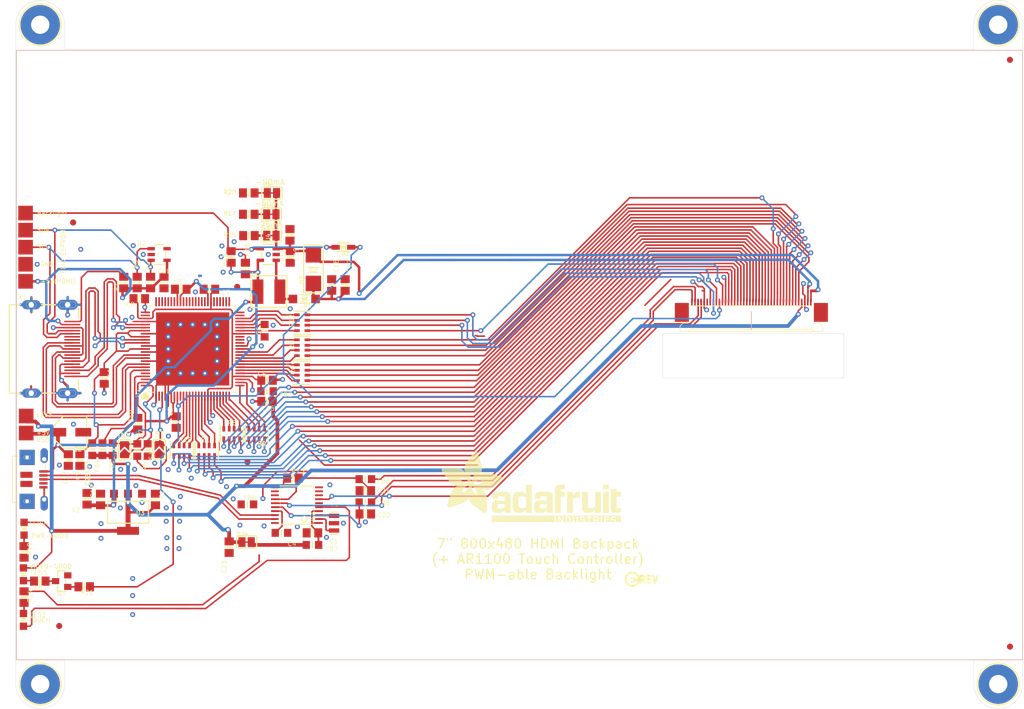
<source format=kicad_pcb>
(kicad_pcb (version 20211014) (generator pcbnew)
  (layers (0 "F.Cu" signal) (31 "B.Cu" signal) (34 "B.Paste" user) (35 "F.Paste" user) (36 "B.SilkS" user "B.Silkscreen") (37 "F.SilkS" user "F.Silkscreen") (38 "B.Mask" user) (39 "F.Mask" user) (44 "Edge.Cuts" user))
  (net 0 "")
  (net 1 "GND")
  (net 2 "N$1")
  (net 3 "N$2")
  (net 4 "N$3")
  (net 5 "N$4")
  (net 6 "N$5")
  (net 7 "N$6")
  (net 8 "N$7")
  (net 9 "N$8")
  (net 10 "N$9")
  (net 11 "N$38")
  (net 12 "N$42")
  (net 13 "VDD")
  (net 14 "VDDIO")
  (net 15 "OCK_INV")
  (net 16 "ST")
  (net 17 "PWRDN_O")
  (net 18 "PWRDN")
  (net 19 "ASD")
  (net 20 "ZXC")
  (net 21 "XCV")
  (net 22 "CVB")
  (net 23 "CTL3")
  (net 24 "CTL2")
  (net 25 "CTL1")
  (net 26 "AVDD")
  (net 27 "SCL")
  (net 28 "SDA")
  (net 29 "VIN")
  (net 30 "5.0V")
  (net 31 "D+")
  (net 32 "D-")
  (net 33 "N$10")
  (net 34 "N$11")
  (net 35 "N$12")
  (net 36 "N$14")
  (net 37 "N$15")
  (net 38 "N$16")
  (net 39 "N$17")
  (net 40 "N$18")
  (net 41 "N$19")
  (net 42 "N$20")
  (net 43 "N$21")
  (net 44 "N$22")
  (net 45 "N$23")
  (net 46 "N$24")
  (net 47 "N$25")
  (net 48 "N$26")
  (net 49 "N$27")
  (net 50 "N$28")
  (net 51 "N$29")
  (net 52 "N$30")
  (net 53 "N$31")
  (net 54 "N$32")
  (net 55 "N$33")
  (net 56 "N$34")
  (net 57 "N$35")
  (net 58 "N$36")
  (net 59 "N$39")
  (net 60 "R0")
  (net 61 "R1")
  (net 62 "R2")
  (net 63 "R3")
  (net 64 "R4")
  (net 65 "R5")
  (net 66 "R6")
  (net 67 "R7")
  (net 68 "G0")
  (net 69 "G1")
  (net 70 "G2")
  (net 71 "G3")
  (net 72 "G4")
  (net 73 "G5")
  (net 74 "G6")
  (net 75 "G7")
  (net 76 "B0")
  (net 77 "B1")
  (net 78 "B2")
  (net 79 "B3")
  (net 80 "B4")
  (net 81 "B5")
  (net 82 "B6")
  (net 83 "B7")
  (net 84 "VSYNC")
  (net 85 "HSYNC")
  (net 86 "PIXCLK")
  (net 87 "DISPEN")
  (net 88 "ACTIVE")
  (net 89 "X+")
  (net 90 "Y+")
  (net 91 "X-")
  (net 92 "Y-")
  (net 93 "N$40")
  (net 94 "N$41")
  (net 95 "N$43")
  (net 96 "N$47")
  (net 97 "N$52")
  (net 98 "LEDK")
  (net 99 "24V")
  (net 100 "N$13")
  (net 101 "N$45")
  (net 102 "N$46")
  (net 103 "N$48")
  (net 104 "N$53")
  (net 105 "N$54")
  (net 106 "AGND")
  (net 107 "N$55")
  (net 108 "AVDD2")
  (net 109 "N$49")
  (net 110 "N$37")
  (net 111 "N$44")
  (footprint "boardEagle:FIDUCIAL_1MM" (layer "F.Cu") (at 228.9811 152.949758)
    (fp_text reference "FID3" hide)
    (fp_text value "FIDUCIAL\"\"" hide)
    (pad "1" smd roundrect (at 0 0) (size 1 1) (layers "F.Cu" "F.Mask") (roundrect_rratio 0.5))
  )
  (footprint "boardEagle:0805-NO" (layer "F.Cu") (at 80.4511 108.853758 -90)
    (fp_text reference "C11" (at -1.5875 -0.9525 90) (layer "F.SilkS") (effects (font (size 0.73282 0.73282) (thickness 0.07998)) (justify right)))
    (fp_text value "0.1uF")
    (pad "1" smd rect (at -0.95 0 270) (size 1.3 1.5) (layers "F.Cu" "F.Paste" "F.Mask") (net 26 "AVDD"))
    (pad "2" smd rect (at 0.95 0 270) (size 1.3 1.5) (layers "F.Cu" "F.Paste" "F.Mask") (net 1 "GND"))
  )
  (footprint "boardEagle:0805-NO" (layer "F.Cu") (at 69.8826 142.205758)
    (fp_text reference "R20" (at 0.9085 1.1305) (layer "F.SilkS") (effects (font (size 0.73282 0.73282) (thickness 0.07998)) (justify right)))
    (fp_text value "1K")
    (pad "1" smd rect (at -0.95 0) (size 1.3 1.5) (layers "F.Cu" "F.Paste" "F.Mask") (net 101 "N$45"))
    (pad "2" smd rect (at 0.95 0) (size 1.3 1.5) (layers "F.Cu" "F.Paste" "F.Mask") (net 102 "N$46"))
  )
  (footprint "boardEagle:0805-NO" (layer "F.Cu") (at 88.8511 128.803758 90)
    (fp_text reference "C14" (at 2.2875 1.0525 90) (layer "F.SilkS") (effects (font (size 0.73282 0.73282) (thickness 0.07998)) (justify right)))
    (fp_text value "10uF")
    (pad "1" smd rect (at -0.95 0 90) (size 1.3 1.5) (layers "F.Cu" "F.Paste" "F.Mask") (net 13 "VDD"))
    (pad "2" smd rect (at 0.95 0 90) (size 1.3 1.5) (layers "F.Cu" "F.Paste" "F.Mask") (net 1 "GND"))
  )
  (footprint "boardEagle:0805-NO" (layer "F.Cu") (at 114.5921 134.282758)
    (fp_text reference "C1" (at 2.7555 1.4015) (layer "F.SilkS") (effects (font (size 0.73282 0.73282) (thickness 0.07998)) (justify left)))
    (fp_text value "0.1uF")
    (pad "1" smd rect (at -0.95 0) (size 1.3 1.5) (layers "F.Cu" "F.Paste" "F.Mask") (net 106 "AGND"))
    (pad "2" smd rect (at 0.95 0) (size 1.3 1.5) (layers "F.Cu" "F.Paste" "F.Mask") (net 107 "N$55"))
  )
  (footprint "boardEagle:MOUNTINGHOLE_3.0_PLATED" (layer "F.Cu") (at 227.0511 50.903758)
    (fp_text reference "U$32" hide)
    (fp_text value "MOUNTINGHOLE3.0" hide)
    (pad "P$1" thru_hole circle (at 0 0) (size 6.4516 6.4516) (drill 3) (layers *.Cu *.Mask))
  )
  (footprint "boardEagle:SOLDERJUMPER_CLOSEDWIRE" (layer "F.Cu") (at 107.8611 85.507758)
    (fp_text reference "SJ3" (at -1.651 -1.27) (layer "F.SilkS") (effects (font (size 0.692831 0.692831) (thickness 0.119969)) (justify left)))
    (fp_text value "-50mA")
    (pad "1" smd rect (at -0.762 0) (size 1.1684 1.6002) (layers "F.Cu" "F.Mask") (net 109 "N$49"))
    (pad "2" smd rect (at 0.762 0) (size 1.1684 1.6002) (layers "F.Cu" "F.Mask") (net 98 "LEDK"))
    (pad "WIRE" smd rect (at 0 0) (size 0.635 0.2032) (layers "F.Cu" "F.Mask"))
  )
  (footprint "boardEagle:0805-NO" (layer "F.Cu") (at 100.9341 136.630758 -90)
    (fp_text reference "C23" (at 2.0955 0.8255 90) (layer "F.SilkS") (effects (font (size 0.73282 0.73282) (thickness 0.07998)) (justify right)))
    (fp_text value "0.1uF")
    (pad "1" smd rect (at -0.95 0 270) (size 1.3 1.5) (layers "F.Cu" "F.Paste" "F.Mask") (net 13 "VDD"))
    (pad "2" smd rect (at 0.95 0 270) (size 1.3 1.5) (layers "F.Cu" "F.Paste" "F.Mask") (net 1 "GND"))
  )
  (footprint "boardEagle:0805-NO" (layer "F.Cu") (at 117.7511 93.603758 90)
    (fp_text reference "C18" (at 2.0125 0.7475 90) (layer "F.SilkS") (effects (font (size 0.73282 0.73282) (thickness 0.07998)) (justify left)))
    (fp_text value "1uF")
    (pad "1" smd rect (at -0.95 0 90) (size 1.3 1.5) (layers "F.Cu" "F.Paste" "F.Mask") (net 99 "24V"))
    (pad "2" smd rect (at 0.95 0 90) (size 1.3 1.5) (layers "F.Cu" "F.Paste" "F.Mask") (net 1 "GND"))
  )
  (footprint "boardEagle:1X01_SMD_MASKHELD_2X2MM" (layer "F.Cu") (at 67.5511 87.403758)
    (fp_text reference "JP4" hide)
    (fp_text value "" hide)
    (pad "1" smd rect (at 0 0) (size 2.4 2.4) (layers "F.Cu" "F.Mask") (net 27 "SCL"))
  )
  (footprint "boardEagle:SOT223-R" (layer "F.Cu") (at 84.3511 130.903758 180)
    (fp_text reference "U3" (at -2.794 -0.127) (layer "F.SilkS") (effects (font (size 0.692831 0.692831) (thickness 0.119969)) (justify right)))
    (fp_text value "LT1117(3V3)")
    (pad "1" smd rect (at -2.3 3.05 180) (size 1.3 1.3) (layers "F.Cu" "F.Paste" "F.Mask") (net 1 "GND"))
    (pad "2" smd rect (at 0 3.05 180) (size 1.3 1.3) (layers "F.Cu" "F.Paste" "F.Mask") (net 13 "VDD"))
    (pad "3" smd rect (at 2.3 3.05 180) (size 1.3 1.3) (layers "F.Cu" "F.Paste" "F.Mask") (net 29 "VIN"))
    (pad "4" smd rect (at 0 -3.05 180) (size 3.6 1.3) (layers "F.Cu" "F.Paste" "F.Mask") (net 13 "VDD"))
  )
  (footprint "boardEagle:_0805MP" (layer "F.Cu") (at 107.1511 111.030758 180)
    (fp_text reference "FB2" (at -2.0125 -0.5475) (layer "F.SilkS") (effects (font (size 0.73282 0.73282) (thickness 0.07998)) (justify left)))
    (fp_text value "Ferrite")
    (pad "1" smd rect (at -1.016 0 180) (size 1.2 1.3) (layers "F.Cu" "F.Paste" "F.Mask") (net 13 "VDD"))
    (pad "2" smd rect (at 1.016 0 180) (size 1.2 1.3) (layers "F.Cu" "F.Paste" "F.Mask") (net 12 "N$42"))
  )
  (footprint "boardEagle:CHIPLED_0805_NOOUTLINE" (layer "F.Cu") (at 67.2051 141.081258 180)
    (fp_text reference "LED3" (at -1.0995 0.2855) (layer "F.SilkS") (effects (font (size 0.73282 0.73282) (thickness 0.07998)) (justify left)))
    (fp_text value "Blue")
    (pad "A" smd rect (at 0 1.05 180) (size 1.2 1.2) (layers "F.Cu" "F.Paste" "F.Mask") (net 13 "VDD"))
    (pad "C" smd rect (at 0 -1.05 180) (size 1.2 1.2) (layers "F.Cu" "F.Paste" "F.Mask") (net 101 "N$45"))
  )
  (footprint "boardEagle:0805-NO" (layer "F.Cu") (at 123.2661 131.178758)
    (fp_text reference "C22" (at 1.9685 0.1905) (layer "F.SilkS") (effects (font (size 0.73282 0.73282) (thickness 0.07998)) (justify left)))
    (fp_text value "0.01uF")
    (pad "1" smd rect (at -0.95 0) (size 1.3 1.5) (layers "F.Cu" "F.Paste" "F.Mask") (net 92 "Y-"))
    (pad "2" smd rect (at 0.95 0) (size 1.3 1.5) (layers "F.Cu" "F.Paste" "F.Mask") (net 106 "AGND"))
  )
  (footprint "boardEagle:_0805MP" (layer "F.Cu") (at 87.5701 120.680758 90)
    (fp_text reference "R5" (at -1.9125 -0.4475 90) (layer "F.SilkS") (effects (font (size 0.73282 0.73282) (thickness 0.07998)) (justify right)))
    (fp_text value "10K")
    (pad "1" smd rect (at -1.016 0 90) (size 1.2 1.3) (layers "F.Cu" "F.Paste" "F.Mask") (net 1 "GND"))
    (pad "2" smd rect (at 1.016 0 90) (size 1.2 1.3) (layers "F.Cu" "F.Paste" "F.Mask") (net 15 "OCK_INV"))
  )
  (footprint "boardEagle:0805-NO" (layer "F.Cu") (at 92.2511 116.103758 -90)
    (fp_text reference "C2" (at -0.9125 0.9525 90) (layer "F.SilkS") (effects (font (size 0.73282 0.73282) (thickness 0.07998)) (justify left)))
    (fp_text value "0.1uF")
    (pad "1" smd rect (at -0.95 0 270) (size 1.3 1.5) (layers "F.Cu" "F.Paste" "F.Mask") (net 14 "VDDIO"))
    (pad "2" smd rect (at 0.95 0 270) (size 1.3 1.5) (layers "F.Cu" "F.Paste" "F.Mask") (net 1 "GND"))
  )
  (footprint "boardEagle:RESPACK_4X0603" (layer "F.Cu") (at 112.9011 108.003758 -90)
    (fp_text reference "R6" (at 0.3 1.5 90) (layer "F.SilkS") (effects (font (size 0.73282 0.73282) (thickness 0.07998)) (justify left)))
    (fp_text value "33" (at -1.6 2.4 90) (layer "F.SilkS") (effects (font (size 0.369824 0.369824) (thickness 0.036576)) (justify right)))
    (pad "1" smd rect (at -1.3 0.85 270) (size 0.45 0.9) (layers "F.Cu" "F.Paste" "F.Mask") (net 63 "R3"))
    (pad "2" smd rect (at -0.4 0.85 270) (size 0.45 0.9) (layers "F.Cu" "F.Paste" "F.Mask") (net 62 "R2"))
    (pad "3" smd rect (at 0.4 0.85 270) (size 0.45 0.9) (layers "F.Cu" "F.Paste" "F.Mask") (net 61 "R1"))
    (pad "4" smd rect (at 1.3 0.85 270) (size 0.45 0.9) (layers "F.Cu" "F.Paste" "F.Mask") (net 60 "R0"))
    (pad "5" smd rect (at 1.3 -0.85 270) (size 0.45 0.9) (layers "F.Cu" "F.Paste" "F.Mask") (net 36 "N$14"))
    (pad "6" smd rect (at 0.4 -0.85 270) (size 0.45 0.9) (layers "F.Cu" "F.Paste" "F.Mask") (net 37 "N$15"))
    (pad "7" smd rect (at -0.4 -0.85 270) (size 0.45 0.9) (layers "F.Cu" "F.Paste" "F.Mask") (net 38 "N$16"))
    (pad "8" smd rect (at -1.3 -0.85 270) (size 0.45 0.9) (layers "F.Cu" "F.Paste" "F.Mask") (net 39 "N$17"))
  )
  (footprint "boardEagle:CHIPLED_0805_NOOUTLINE" (layer "F.Cu") (at 67.3051 133.603758 180)
    (fp_text reference "LED2" (at -0.827 0.794) (layer "F.SilkS") (effects (font (size 0.73282 0.73282) (thickness 0.07998)) (justify left)))
    (fp_text value "Green")
    (pad "A" smd rect (at 0 1.05 180) (size 1.2 1.2) (layers "F.Cu" "F.Paste" "F.Mask") (net 13 "VDD"))
    (pad "C" smd rect (at 0 -1.05 180) (size 1.2 1.2) (layers "F.Cu" "F.Paste" "F.Mask") (net 100 "N$13"))
  )
  (footprint "boardEagle:S-PQFP-G100" (layer "F.Cu") (at 94.9511 104.103758)
    (fp_text reference "U1" (at -9 8 90) (layer "F.SilkS") (effects (font (size 0.73282 0.73282) (thickness 0.07998)) (justify left)))
    (fp_text value "TFP401")
    (pad "1" smd rect (at -6 7.75) (size 0.27 1.5) (layers "F.Cu" "F.Paste" "F.Mask") (net 1 "GND"))
    (pad "2" smd rect (at -5.5 7.75) (size 0.27 1.5) (layers "F.Cu" "F.Paste" "F.Mask") (net 18 "PWRDN"))
    (pad "3" smd rect (at -5 7.75) (size 0.27 1.5) (layers "F.Cu" "F.Paste" "F.Mask") (net 16 "ST"))
    (pad "4" smd rect (at -4.5 7.75) (size 0.27 1.5) (layers "F.Cu" "F.Paste" "F.Mask") (net 1 "GND"))
    (pad "5" smd rect (at -4 7.75) (size 0.27 1.5) (layers "F.Cu" "F.Paste" "F.Mask") (net 1 "GND"))
    (pad "6" smd rect (at -3.5 7.75) (size 0.27 1.5) (layers "F.Cu" "F.Paste" "F.Mask") (net 14 "VDDIO"))
    (pad "7" smd rect (at -3 7.75) (size 0.27 1.5) (layers "F.Cu" "F.Paste" "F.Mask") (net 14 "VDDIO"))
    (pad "8" smd rect (at -2.5 7.75) (size 0.27 1.5) (layers "F.Cu" "F.Paste" "F.Mask") (net 88 "ACTIVE"))
    (pad "9" smd rect (at -2 7.75) (size 0.27 1.5) (layers "F.Cu" "F.Paste" "F.Mask") (net 17 "PWRDN_O"))
    (pad "10" smd rect (at -1.5 7.75) (size 0.27 1.5) (layers "F.Cu" "F.Paste" "F.Mask") (net 76 "B0"))
    (pad "11" smd rect (at -1 7.75) (size 0.27 1.5) (layers "F.Cu" "F.Paste" "F.Mask") (net 77 "B1"))
    (pad "12" smd rect (at -0.5 7.75) (size 0.27 1.5) (layers "F.Cu" "F.Paste" "F.Mask") (net 78 "B2"))
    (pad "13" smd rect (at 0 7.75) (size 0.27 1.5) (layers "F.Cu" "F.Paste" "F.Mask") (net 79 "B3"))
    (pad "14" smd rect (at 0.5 7.75) (size 0.27 1.5) (layers "F.Cu" "F.Paste" "F.Mask") (net 80 "B4"))
    (pad "15" smd rect (at 1 7.75) (size 0.27 1.5) (layers "F.Cu" "F.Paste" "F.Mask") (net 81 "B5"))
    (pad "16" smd rect (at 1.5 7.75) (size 0.27 1.5) (layers "F.Cu" "F.Paste" "F.Mask") (net 82 "B6"))
    (pad "17" smd rect (at 2 7.75) (size 0.27 1.5) (layers "F.Cu" "F.Paste" "F.Mask") (net 83 "B7"))
    (pad "18" smd rect (at 2.5 7.75) (size 0.27 1.5) (layers "F.Cu" "F.Paste" "F.Mask") (net 12 "N$42"))
    (pad "19" smd rect (at 3 7.75) (size 0.27 1.5) (layers "F.Cu" "F.Paste" "F.Mask") (net 1 "GND"))
    (pad "20" smd rect (at 3.5 7.75) (size 0.27 1.5) (layers "F.Cu" "F.Paste" "F.Mask") (net 68 "G0"))
    (pad "21" smd rect (at 4 7.75) (size 0.27 1.5) (layers "F.Cu" "F.Paste" "F.Mask") (net 69 "G1"))
    (pad "22" smd rect (at 4.5 7.75) (size 0.27 1.5) (layers "F.Cu" "F.Paste" "F.Mask") (net 70 "G2"))
    (pad "23" smd rect (at 5 7.75) (size 0.27 1.5) (layers "F.Cu" "F.Paste" "F.Mask") (net 71 "G3"))
    (pad "24" smd rect (at 5.5 7.75) (size 0.27 1.5) (layers "F.Cu" "F.Paste" "F.Mask") (net 72 "G4"))
    (pad "25" smd rect (at 6 7.75) (size 0.27 1.5) (layers "F.Cu" "F.Paste" "F.Mask") (net 73 "G5"))
    (pad "26" smd rect (at 7.75 6) (size 1.5 0.27) (layers "F.Cu" "F.Paste" "F.Mask") (net 74 "G6"))
    (pad "27" smd rect (at 7.75 5.5) (size 1.5 0.27) (layers "F.Cu" "F.Paste" "F.Mask") (net 75 "G7"))
    (pad "28" smd rect (at 7.75 5) (size 1.5 0.27) (layers "F.Cu" "F.Paste" "F.Mask") (net 1 "GND"))
    (pad "29" smd rect (at 7.75 4.5) (size 1.5 0.27) (layers "F.Cu" "F.Paste" "F.Mask") (net 12 "N$42"))
    (pad "30" smd rect (at 7.75 4) (size 1.5 0.27) (layers "F.Cu" "F.Paste" "F.Mask") (net 60 "R0"))
    (pad "31" smd rect (at 7.75 3.5) (size 1.5 0.27) (layers "F.Cu" "F.Paste" "F.Mask") (net 61 "R1"))
    (pad "32" smd rect (at 7.75 3) (size 1.5 0.27) (layers "F.Cu" "F.Paste" "F.Mask") (net 62 "R2"))
    (pad "33" smd rect (at 7.75 2.5) (size 1.5 0.27) (layers "F.Cu" "F.Paste" "F.Mask") (net 63 "R3"))
    (pad "34" smd rect (at 7.75 2) (size 1.5 0.27) (layers "F.Cu" "F.Paste" "F.Mask") (net 64 "R4"))
    (pad "35" smd rect (at 7.75 1.5) (size 1.5 0.27) (layers "F.Cu" "F.Paste" "F.Mask") (net 65 "R5"))
    (pad "36" smd rect (at 7.75 1) (size 1.5 0.27) (layers "F.Cu" "F.Paste" "F.Mask") (net 66 "R6"))
    (pad "37" smd rect (at 7.75 0.5) (size 1.5 0.27) (layers "F.Cu" "F.Paste" "F.Mask") (net 67 "R7"))
    (pad "38" smd rect (at 7.75 0) (size 1.5 0.27) (layers "F.Cu" "F.Paste" "F.Mask") (net 14 "VDDIO"))
    (pad "39" smd rect (at 7.75 -0.5) (size 1.5 0.27) (layers "F.Cu" "F.Paste" "F.Mask") (net 1 "GND"))
    (pad "40" smd rect (at 7.75 -1) (size 1.5 0.27) (layers "F.Cu" "F.Paste" "F.Mask") (net 25 "CTL1"))
    (pad "41" smd rect (at 7.75 -1.5) (size 1.5 0.27) (layers "F.Cu" "F.Paste" "F.Mask") (net 24 "CTL2"))
    (pad "42" smd rect (at 7.75 -2) (size 1.5 0.27) (layers "F.Cu" "F.Paste" "F.Mask") (net 23 "CTL3"))
    (pad "43" smd rect (at 7.75 -2.5) (size 1.5 0.27) (layers "F.Cu" "F.Paste" "F.Mask") (net 12 "N$42"))
    (pad "44" smd rect (at 7.75 -3) (size 1.5 0.27) (layers "F.Cu" "F.Paste" "F.Mask") (net 20 "ZXC"))
    (pad "45" smd rect (at 7.75 -3.5) (size 1.5 0.27) (layers "F.Cu" "F.Paste" "F.Mask") (net 1 "GND"))
    (pad "46" smd rect (at 7.75 -4) (size 1.5 0.27) (layers "F.Cu" "F.Paste" "F.Mask") (net 19 "ASD"))
    (pad "47" smd rect (at 7.75 -4.5) (size 1.5 0.27) (layers "F.Cu" "F.Paste" "F.Mask") (net 22 "CVB"))
    (pad "48" smd rect (at 7.75 -5) (size 1.5 0.27) (layers "F.Cu" "F.Paste" "F.Mask") (net 21 "XCV"))
    (pad "49" smd rect (at 7.75 -5.5) (size 1.5 0.27) (layers "F.Cu" "F.Paste" "F.Mask"))
    (pad "50" smd rect (at 7.75 -6) (size 1.5 0.27) (layers "F.Cu" "F.Paste" "F.Mask"))
    (pad "51" smd rect (at 6 -7.75) (size 0.27 1.5) (layers "F.Cu" "F.Paste" "F.Mask"))
    (pad "52" smd rect (at 5.5 -7.75) (size 0.27 1.5) (layers "F.Cu" "F.Paste" "F.Mask"))
    (pad "53" smd rect (at 5 -7.75) (size 0.27 1.5) (layers "F.Cu" "F.Paste" "F.Mask"))
    (pad "54" smd rect (at 4.5 -7.75) (size 0.27 1.5) (layers "F.Cu" "F.Paste" "F.Mask"))
    (pad "55" smd rect (at 4 -7.75) (size 0.27 1.5) (layers "F.Cu" "F.Paste" "F.Mask"))
    (pad "56" smd rect (at 3.5 -7.75) (size 0.27 1.5) (layers "F.Cu" "F.Paste" "F.Mask"))
    (pad "57" smd rect (at 3 -7.75) (size 0.27 1.5) (layers "F.Cu" "F.Paste" "F.Mask") (net 12 "N$42"))
    (pad "58" smd rect (at 2.5 -7.75) (size 0.27 1.5) (layers "F.Cu" "F.Paste" "F.Mask") (net 1 "GND"))
    (pad "59" smd rect (at 2 -7.75) (size 0.27 1.5) (layers "F.Cu" "F.Paste" "F.Mask"))
    (pad "60" smd rect (at 1.5 -7.75) (size 0.27 1.5) (layers "F.Cu" "F.Paste" "F.Mask"))
    (pad "61" smd rect (at 1 -7.75) (size 0.27 1.5) (layers "F.Cu" "F.Paste" "F.Mask"))
    (pad "62" smd rect (at 0.5 -7.75) (size 0.27 1.5) (layers "F.Cu" "F.Paste" "F.Mask"))
    (pad "63" smd rect (at 0 -7.75) (size 0.27 1.5) (layers "F.Cu" "F.Paste" "F.Mask"))
    (pad "64" smd rect (at -0.5 -7.75) (size 0.27 1.5) (layers "F.Cu" "F.Paste" "F.Mask"))
    (pad "65" smd rect (at -1 -7.75) (size 0.27 1.5) (layers "F.Cu" "F.Paste" "F.Mask"))
    (pad "66" smd rect (at -1.5 -7.75) (size 0.27 1.5) (layers "F.Cu" "F.Paste" "F.Mask"))
    (pad "67" smd rect (at -2 -7.75) (size 0.27 1.5) (layers "F.Cu" "F.Paste" "F.Mask") (net 14 "VDDIO"))
    (pad "68" smd rect (at -2.5 -7.75) (size 0.27 1.5) (layers "F.Cu" "F.Paste" "F.Mask") (net 1 "GND"))
    (pad "69" smd rect (at -3 -7.75) (size 0.27 1.5) (layers "F.Cu" "F.Paste" "F.Mask"))
    (pad "70" smd rect (at -3.5 -7.75) (size 0.27 1.5) (layers "F.Cu" "F.Paste" "F.Mask"))
    (pad "71" smd rect (at -4 -7.75) (size 0.27 1.5) (layers "F.Cu" "F.Paste" "F.Mask"))
    (pad "72" smd rect (at -4.5 -7.75) (size 0.27 1.5) (layers "F.Cu" "F.Paste" "F.Mask"))
    (pad "73" smd rect (at -5 -7.75) (size 0.27 1.5) (layers "F.Cu" "F.Paste" "F.Mask"))
    (pad "74" smd rect (at -5.5 -7.75) (size 0.27 1.5) (layers "F.Cu" "F.Paste" "F.Mask"))
    (pad "75" smd rect (at -6 -7.75) (size 0.27 1.5) (layers "F.Cu" "F.Paste" "F.Mask"))
    (pad "76" smd rect (at -7.75 -6) (size 1.5 0.27) (layers "F.Cu" "F.Paste" "F.Mask") (net 1 "GND"))
    (pad "77" smd rect (at -7.75 -5.5) (size 1.5 0.27) (layers "F.Cu" "F.Paste" "F.Mask"))
    (pad "78" smd rect (at -7.75 -5) (size 1.5 0.27) (layers "F.Cu" "F.Paste" "F.Mask") (net 12 "N$42"))
    (pad "79" smd rect (at -7.75 -4.5) (size 1.5 0.27) (layers "F.Cu" "F.Paste" "F.Mask") (net 1 "GND"))
    (pad "80" smd rect (at -7.75 -4) (size 1.5 0.27) (layers "F.Cu" "F.Paste" "F.Mask") (net 8 "N$7"))
    (pad "81" smd rect (at -7.75 -3.5) (size 1.5 0.27) (layers "F.Cu" "F.Paste" "F.Mask") (net 9 "N$8"))
    (pad "82" smd rect (at -7.75 -3) (size 1.5 0.27) (layers "F.Cu" "F.Paste" "F.Mask") (net 26 "AVDD"))
    (pad "83" smd rect (at -7.75 -2.5) (size 1.5 0.27) (layers "F.Cu" "F.Paste" "F.Mask") (net 1 "GND"))
    (pad "84" smd rect (at -7.75 -2) (size 1.5 0.27) (layers "F.Cu" "F.Paste" "F.Mask") (net 26 "AVDD"))
    (pad "85" smd rect (at -7.75 -1.5) (size 1.5 0.27) (layers "F.Cu" "F.Paste" "F.Mask") (net 6 "N$5"))
    (pad "86" smd rect (at -7.75 -1) (size 1.5 0.27) (layers "F.Cu" "F.Paste" "F.Mask") (net 7 "N$6"))
    (pad "87" smd rect (at -7.75 -0.5) (size 1.5 0.27) (layers "F.Cu" "F.Paste" "F.Mask") (net 1 "GND"))
    (pad "88" smd rect (at -7.75 0) (size 1.5 0.27) (layers "F.Cu" "F.Paste" "F.Mask") (net 26 "AVDD"))
    (pad "89" smd rect (at -7.75 0.5) (size 1.5 0.27) (layers "F.Cu" "F.Paste" "F.Mask") (net 1 "GND"))
    (pad "90" smd rect (at -7.75 1) (size 1.5 0.27) (layers "F.Cu" "F.Paste" "F.Mask") (net 4 "N$3"))
    (pad "91" smd rect (at -7.75 1.5) (size 1.5 0.27) (layers "F.Cu" "F.Paste" "F.Mask") (net 5 "N$4"))
    (pad "92" smd rect (at -7.75 2) (size 1.5 0.27) (layers "F.Cu" "F.Paste" "F.Mask") (net 1 "GND"))
    (pad "93" smd rect (at -7.75 2.5) (size 1.5 0.27) (layers "F.Cu" "F.Paste" "F.Mask") (net 2 "N$1"))
    (pad "94" smd rect (at -7.75 3) (size 1.5 0.27) (layers "F.Cu" "F.Paste" "F.Mask") (net 3 "N$2"))
    (pad "95" smd rect (at -7.75 3.5) (size 1.5 0.27) (layers "F.Cu" "F.Paste" "F.Mask") (net 26 "AVDD"))
    (pad "96" smd rect (at -7.75 4) (size 1.5 0.27) (layers "F.Cu" "F.Paste" "F.Mask"))
    (pad "97" smd rect (at -7.75 4.5) (size 1.5 0.27) (layers "F.Cu" "F.Paste" "F.Mask") (net 11 "N$38"))
    (pad "98" smd rect (at -7.75 5) (size 1.5 0.27) (layers "F.Cu" "F.Paste" "F.Mask") (net 1 "GND"))
    (pad "99" smd rect (at -7.75 5.5) (size 1.5 0.27) (layers "F.Cu" "F.Paste" "F.Mask") (net 14 "VDDIO"))
    (pad "100" smd rect (at -7.75 6) (size 1.5 0.27) (layers "F.Cu" "F.Paste" "F.Mask") (net 15 "OCK_INV"))
    (pad "P$1" thru_hole circle (at -4 -4) (size 0.908 0.908) (drill 0.4) (layers *.Cu *.Mask) (net 1 "GND"))
    (pad "P$2" thru_hole circle (at -2 -4) (size 0.908 0.908) (drill 0.4) (layers *.Cu *.Mask) (net 1 "GND"))
    (pad "P$3" thru_hole circle (at 0 -4) (size 0.908 0.908) (drill 0.4) (layers *.Cu *.Mask) (net 1 "GND"))
    (pad "P$4" thru_hole circle (at 2 -4) (size 0.908 0.908) (drill 0.4) (layers *.Cu *.Mask) (net 1 "GND"))
    (pad "P$5" thru_hole circle (at 4 -4) (size 0.908 0.908) (drill 0.4) (layers *.Cu *.Mask) (net 1 "GND"))
    (pad "P$6" thru_hole circle (at 4 -2) (size 0.908 0.908) (drill 0.4) (layers *.Cu *.Mask) (net 1 "GND"))
    (pad "P$7" thru_hole circle (at 4 0) (size 0.908 0.908) (drill 0.4) (layers *.Cu *.Mask) (net 1 "GND"))
    (pad "P$8" thru_hole circle (at 4 2) (size 0.908 0.908) (drill 0.4) (layers *.Cu *.Mask) (net 1 "GND"))
    (pad "P$9" thru_hole circle (at 4 4) (size 0.908 0.908) (drill 0.4) (layers *.Cu *.Mask) (net 1 "GND"))
    (pad "P$10" thru_hole circle (at 2 4) (size 0.908 0.908) (drill 0.4) (layers *.Cu *.Mask) (net 1 "GND"))
    (pad "P$11" thru_hole circle (at 0 4) (size 0.908 0.908) (drill 0.4) (layers *.Cu *.Mask) (net 1 "GND"))
    (pad "P$12" thru_hole circle (at -2 4) (size 0.908 0.908) (drill 0.4) (layers *.Cu *.Mask) (net 1 "GND"))
    (pad "P$13" thru_hole circle (at -4 4) (size 0.908 0.908) (drill 0.4) (layers *.Cu *.Mask) (net 1 "GND"))
    (pad "P$14" thru_hole circle (at -4 2) (size 0.908 0.908) (drill 0.4) (layers *.Cu *.Mask) (net 1 "GND"))
    (pad "P$15" thru_hole circle (at -4 0) (size 0.908 0.908) (drill 0.4) (layers *.Cu *.Mask) (net 1 "GND"))
    (pad "P$16" thru_hole circle (at -4 -2) (size 0.908 0.908) (drill 0.4) (layers *.Cu *.Mask) (net 1 "GND"))
    (pad "THERMAL" smd rect (at 0 0) (size 12 12) (layers "F.Cu") (net 1 "GND"))
  )
  (footprint "boardEagle:RESONATOR-SMD" (layer "F.Cu") (at 118.1371 132.695758 90)
    (fp_text reference "Y1" (at 3.14 0.811) (layer "F.SilkS") (effects (font (size 0.767933 0.767933) (thickness 0.044867)) (justify right)))
    (fp_text value "12MHz")
    (pad "1" smd rect (at -1.2 0 90) (size 0.7 1.7) (layers "F.Cu" "F.Paste" "F.Mask") (net 33 "N$10"))
    (pad "2" smd rect (at 0 0 90) (size 0.7 1.7) (layers "F.Cu" "F.Paste" "F.Mask") (net 106 "AGND"))
    (pad "3" smd rect (at 1.2 0 90) (size 0.7 1.7) (layers "F.Cu" "F.Paste" "F.Mask") (net 34 "N$11"))
  )
  (footprint "boardEagle:0805-NO" (layer "F.Cu") (at 76.4601 122.331758 -90)
    (fp_text reference "C9" (at 1.8125 0.3475 90) (layer "F.SilkS") (effects (font (size 0.73282 0.73282) (thickness 0.07998)) (justify right)))
    (fp_text value "0.1uF")
    (pad "1" smd rect (at -0.95 0 270) (size 1.3 1.5) (layers "F.Cu" "F.Paste" "F.Mask") (net 26 "AVDD"))
    (pad "2" smd rect (at 0.95 0 270) (size 1.3 1.5) (layers "F.Cu" "F.Paste" "F.Mask") (net 1 "GND"))
  )
  (footprint "boardEagle:0805-NO" (layer "F.Cu") (at 93.0011 94.303758 180)
    (fp_text reference "C3" (at 1.2875 1.1525) (layer "F.SilkS") (effects (font (size 0.73282 0.73282) (thickness 0.07998)) (justify left)))
    (fp_text value "0.1uF")
    (pad "1" smd rect (at -0.95 0 180) (size 1.3 1.5) (layers "F.Cu" "F.Paste" "F.Mask") (net 14 "VDDIO"))
    (pad "2" smd rect (at 0.95 0 180) (size 1.3 1.5) (layers "F.Cu" "F.Paste" "F.Mask") (net 1 "GND"))
  )
  (footprint "boardEagle:SOLDERJUMPER_CLOSEDWIRE" (layer "F.Cu") (at 107.8511 82.003758)
    (fp_text reference "SJ5" (at -1.651 -1.27) (layer "F.SilkS") (effects (font (size 0.692831 0.692831) (thickness 0.119969)) (justify left)))
    (fp_text value "-50mA")
    (pad "1" smd rect (at -0.762 0) (size 1.1684 1.6002) (layers "F.Cu" "F.Mask") (net 110 "N$37"))
    (pad "2" smd rect (at 0.762 0) (size 1.1684 1.6002) (layers "F.Cu" "F.Mask") (net 98 "LEDK"))
    (pad "WIRE" smd rect (at 0 0) (size 0.635 0.2032) (layers "F.Cu" "F.Mask"))
  )
  (footprint "boardEagle:_0805MP" (layer "F.Cu") (at 123.2661 129.273758)
    (fp_text reference "FB6" (at 1.9385 0.1125) (layer "F.SilkS") (effects (font (size 0.73282 0.73282) (thickness 0.07998)) (justify left)))
    (fp_text value "Ferrite")
    (pad "1" smd rect (at -1.016 0) (size 1.2 1.3) (layers "F.Cu" "F.Paste" "F.Mask") (net 92 "Y-"))
    (pad "2" smd rect (at 1.016 0) (size 1.2 1.3) (layers "F.Cu" "F.Paste" "F.Mask") (net 105 "N$54"))
  )
  (footprint "boardEagle:0805-NO" (layer "F.Cu") (at 67.3051 137.403758 -90)
    (fp_text reference "R19" (at -1.5875 -0.9525 90) (layer "F.SilkS") (effects (font (size 0.73282 0.73282) (thickness 0.07998)) (justify right)))
    (fp_text value "1K")
    (pad "1" smd rect (at -0.95 0 270) (size 1.3 1.5) (layers "F.Cu" "F.Paste" "F.Mask") (net 100 "N$13"))
    (pad "2" smd rect (at 0.95 0 270) (size 1.3 1.5) (layers "F.Cu" "F.Paste" "F.Mask") (net 1 "GND"))
  )
  (footprint "boardEagle:SOLDERJUMPER_ARROW_NOPASTE" (layer "F.Cu") (at 83.7891 120.638758 90)
    (fp_text reference "SJ1" (at -1.778 -1.27 90) (layer "F.SilkS") (effects (font (size 0.73282 0.73282) (thickness 0.07998)) (justify left)))
    (fp_text value "")
    (fp_poly (pts (xy 1.1684 0.762) (xy -0.186831 0.762) (xy 0.548892 0) (xy -0.186831 -0.762) (xy 1.1684 -0.762)) (layer "F.Cu") (width 0) (fill solid))
    (fp_poly (pts (xy 0.201021 0) (xy -0.560979 0.762) (xy -1.1684 0.762) (xy -1.1684 -0.762) (xy -0.560979 -0.762)) (layer "F.Cu") (width 0) (fill solid))
    (pad "1" smd roundrect (at -1.016 0 90) (size 0.762 1.524) (layers "F.Cu") (net 15 "OCK_INV"))
    (pad "2" smd roundrect (at 1.016 0 90) (size 0.762 1.524) (layers "F.Cu") (net 14 "VDDIO"))
  )
  (footprint "boardEagle:PCBFEAT-REV-056" (layer "F.Cu") (at 167.0511 141.903758)
    (fp_text reference "U$76" hide)
    (fp_text value "" hide)
    (fp_text user ">REV" (at -0.5055 0.7145) (layer "F.SilkS") (effects (font (size 1.13792 1.13792) (thickness 0.28448)) (justify left bottom)))
  )
  (footprint "boardEagle:0805-NO" (layer "F.Cu") (at 97.7011 94.303758 180)
    (fp_text reference "C7" (at -1.9125 -0.5475) (layer "F.SilkS") (effects (font (size 0.73282 0.73282) (thickness 0.07998)) (justify left)))
    (fp_text value "0.1uF")
    (pad "1" smd rect (at -0.95 0 180) (size 1.3 1.5) (layers "F.Cu" "F.Paste" "F.Mask") (net 12 "N$42"))
    (pad "2" smd rect (at 0.95 0 180) (size 1.3 1.5) (layers "F.Cu" "F.Paste" "F.Mask") (net 1 "GND"))
  )
  (footprint "boardEagle:MOUNTINGHOLE_3.0_PLATED" (layer "F.Cu") (at 227.0511 159.103758)
    (fp_text reference "U$33" hide)
    (fp_text value "MOUNTINGHOLE3.0" hide)
    (pad "P$1" thru_hole circle (at 0 0) (size 6.4516 6.4516) (drill 3) (layers *.Cu *.Mask))
  )
  (footprint "boardEagle:FIDUCIAL_1MM" (layer "F.Cu") (at 73.0631 149.560758)
    (fp_text reference "FID5" hide)
    (fp_text value "FIDUCIAL\"\"" hide)
    (pad "1" smd roundrect (at 0 0) (size 1 1) (layers "F.Cu" "F.Mask") (roundrect_rratio 0.5))
  )
  (footprint "boardEagle:RESPACK_4X0603" (layer "F.Cu") (at 112.9011 99.803758 -90)
    (fp_text reference "R12" (at 0.8 1.7 90) (layer "F.SilkS") (effects (font (size 0.73282 0.73282) (thickness 0.07998)) (justify left)))
    (fp_text value "33" (at -1.6 2.4 90) (layer "F.SilkS") (effects (font (size 0.369824 0.369824) (thickness 0.036576)) (justify right)))
    (pad "1" smd rect (at -1.3 0.85 270) (size 0.45 0.9) (layers "F.Cu" "F.Paste" "F.Mask") (net 21 "XCV"))
    (pad "2" smd rect (at -0.4 0.85 270) (size 0.45 0.9) (layers "F.Cu" "F.Paste" "F.Mask") (net 22 "CVB"))
    (pad "3" smd rect (at 0.4 0.85 270) (size 0.45 0.9) (layers "F.Cu" "F.Paste" "F.Mask") (net 19 "ASD"))
    (pad "4" smd rect (at 1.3 0.85 270) (size 0.45 0.9) (layers "F.Cu" "F.Paste" "F.Mask") (net 20 "ZXC"))
    (pad "5" smd rect (at 1.3 -0.85 270) (size 0.45 0.9) (layers "F.Cu" "F.Paste" "F.Mask") (net 86 "PIXCLK"))
    (pad "6" smd rect (at 0.4 -0.85 270) (size 0.45 0.9) (layers "F.Cu" "F.Paste" "F.Mask") (net 87 "DISPEN"))
    (pad "7" smd rect (at -0.4 -0.85 270) (size 0.45 0.9) (layers "F.Cu" "F.Paste" "F.Mask") (net 84 "VSYNC"))
    (pad "8" smd rect (at -1.3 -0.85 270) (size 0.45 0.9) (layers "F.Cu" "F.Paste" "F.Mask") (net 85 "HSYNC"))
  )
  (footprint "boardEagle:SOLDERJUMPER_CLOSEDWIRE" (layer "F.Cu") (at 107.9511 78.503758)
    (fp_text reference "SJ6" (at -1.651 -1.27) (layer "F.SilkS") (effects (font (size 0.692831 0.692831) (thickness 0.119969)) (justify left)))
    (fp_text value "-25mA")
    (pad "1" smd rect (at -0.762 0) (size 1.1684 1.6002) (layers "F.Cu" "F.Mask") (net 111 "N$44"))
    (pad "2" smd rect (at 0.762 0) (size 1.1684 1.6002) (layers "F.Cu" "F.Mask") (net 98 "LEDK"))
    (pad "WIRE" smd rect (at 0 0) (size 0.635 0.2032) (layers "F.Cu" "F.Mask"))
  )
  (footprint "boardEagle:SMADIODE" (layer "F.Cu") (at 114.7511 91.003758 90)
    (fp_text reference "D2" (at -2.54 -1.905 90) (layer "F.SilkS") (effects (font (size 0.692831 0.692831) (thickness 0.119969)) (justify left)))
    (fp_text value "MM3Z24VT1G")
    (pad "A" smd rect (at 2.3495 0 270) (size 2.54 2.54) (layers "F.Cu" "F.Paste" "F.Mask") (net 98 "LEDK"))
    (pad "C" smd rect (at -2.3495 0 90) (size 2.54 2.54) (layers "F.Cu" "F.Paste" "F.Mask") (net 99 "24V"))
  )
  (footprint "boardEagle:0805-NO" (layer "F.Cu") (at 123.2661 127.368758 180)
    (fp_text reference "C21" (at -1.8385 -0.0145) (layer "F.SilkS") (effects (font (size 0.73282 0.73282) (thickness 0.07998)) (justify left)))
    (fp_text value "0.01uF")
    (pad "1" smd rect (at -0.95 0 180) (size 1.3 1.5) (layers "F.Cu" "F.Paste" "F.Mask") (net 91 "X-"))
    (pad "2" smd rect (at 0.95 0 180) (size 1.3 1.5) (layers "F.Cu" "F.Paste" "F.Mask") (net 106 "AGND"))
  )
  (footprint "boardEagle:SOD-323" (layer "F.Cu") (at 119.6721 87.412758 180)
    (fp_text reference "D3" (at -1.1 -1) (layer "F.SilkS") (effects (font (size 0.692831 0.692831) (thickness 0.119969)) (justify right)))
    (fp_text value "1N4148")
    (pad "A" smd rect (at 1.27 0 180) (size 1.35 0.8) (layers "F.Cu" "F.Paste" "F.Mask") (net 97 "N$52"))
    (pad "C" smd rect (at -1.27 0 180) (size 1.35 0.8) (layers "F.Cu" "F.Paste" "F.Mask") (net 88 "ACTIVE"))
  )
  (footprint "boardEagle:0805-NO" (layer "F.Cu") (at 104.1781 85.507758 180)
    (fp_text reference "R15" (at 2.032 0.127) (layer "F.SilkS") (effects (font (size 0.692831 0.692831) (thickness 0.119969)) (justify right)))
    (fp_text value "6")
    (pad "1" smd rect (at -0.95 0 180) (size 1.3 1.5) (layers "F.Cu" "F.Paste" "F.Mask") (net 109 "N$49"))
    (pad "2" smd rect (at 0.95 0 180) (size 1.3 1.5) (layers "F.Cu" "F.Paste" "F.Mask") (net 1 "GND"))
  )
  (footprint "boardEagle:1X01_SMD_MASKHELD_2X2MM" (layer "F.Cu") (at 67.6511 115.103758)
    (fp_text reference "JP7" hide)
    (fp_text value "" hide)
    (pad "1" smd rect (at 0 0) (size 2.4 2.4) (layers "F.Cu" "F.Mask") (net 13 "VDD"))
  )
  (footprint "boardEagle:MOUNTINGHOLE_3.0_PLATED" (layer "F.Cu") (at 69.9511 50.903758)
    (fp_text reference "U$31" hide)
    (fp_text value "MOUNTINGHOLE3.0" hide)
    (pad "P$1" thru_hole circle (at 0 0) (size 6.4516 6.4516) (drill 3) (layers *.Cu *.Mask))
  )
  (footprint "boardEagle:4UCONN_20329" (layer "F.Cu") (at 69.7011 125.503758 -90)
    (fp_text reference "X2" (at 5.049 -5.34) (layer "F.SilkS") (effects (font (size 0.73282 0.73282) (thickness 0.07998)) (justify left)))
    (fp_text value "MicroUSB")
    (fp_line (start -3.3 1.6) (end -3.3 2.2) (layer "Edge.Cuts") (width 0.05))
    (fp_line (start -3.9 2.2) (end -3.9 1.6) (layer "Edge.Cuts") (width 0.05))
    (fp_line (start 3.9 1.6) (end 3.9 2.2) (layer "Edge.Cuts") (width 0.05))
    (fp_line (start 3.3 2.2) (end 3.3 1.6) (layer "Edge.Cuts") (width 0.05))
    (fp_arc (start -3.9 1.6) (mid -3.801777 1.412868) (end -3.6 1.35) (layer "Edge.Cuts") (width 0.05))
    (fp_arc (start -3.6 2.45) (mid -3.801777 2.387132) (end -3.9 2.2) (layer "Edge.Cuts") (width 0.05))
    (fp_arc (start -3.6 1.35) (mid -3.398223 1.412868) (end -3.3 1.6) (layer "Edge.Cuts") (width 0.05))
    (fp_arc (start 3.6 2.45) (mid 3.398223 2.387132) (end 3.3 2.2) (layer "Edge.Cuts") (width 0.05))
    (fp_arc (start 3.6 1.35) (mid 3.801777 1.412868) (end 3.9 1.6) (layer "Edge.Cuts") (width 0.05))
    (fp_arc (start 3.3 1.6) (mid 3.398223 1.412868) (end 3.6 1.35) (layer "Edge.Cuts") (width 0.05))
    (fp_arc (start 3.9 2.2) (mid 3.801777 2.387132) (end 3.6 2.45) (layer "Edge.Cuts") (width 0.05))
    (fp_arc (start -3.3 2.2) (mid -3.398223 2.387132) (end -3.6 2.45) (layer "Edge.Cuts") (width 0.05))
    (pad "" np_thru_hole circle (at -1.95 0 270) (size 0.7 0.7) (drill 0.7) (layers *.Cu *.Mask))
    (pad "" np_thru_hole circle (at 1.95 0 270) (size 0.7 0.7) (drill 0.7) (layers *.Cu *.Mask))
    (pad "BASE@1" smd rect (at -0.75 2) (size 2 1) (layers "F.Cu" "F.Paste" "F.Mask") (net 1 "GND"))
    (pad "BASE@2" smd rect (at 0.75 2) (size 2 1) (layers "F.Cu" "F.Paste" "F.Mask") (net 1 "GND"))
    (pad "D+" smd rect (at 0 -0.775 270) (size 0.4 1.35) (layers "F.Cu" "F.Paste") (net 31 "D+"))
    (pad "D-" smd rect (at -0.65 -0.775 270) (size 0.4 1.35) (layers "F.Cu" "F.Paste") (net 32 "D-"))
    (pad "GND" smd rect (at 1.3 -0.775 270) (size 0.4 1.35) (layers "F.Cu" "F.Paste") (net 1 "GND"))
    (pad "ID" smd rect (at 0.65 -0.775 270) (size 0.4 1.35) (layers "F.Cu" "F.Paste"))
    (pad "SPRT@1" thru_hole oval (at -3.3 -0.9 90) (size 2.416 1.208) (drill 0.7 (offset 0.604 0)) (layers *.Cu *.Mask) (net 1 "GND"))
    (pad "SPRT@2" thru_hole oval (at 3.3 -0.9 270) (size 2.416 1.208) (drill 0.7 (offset 0.604 0)) (layers *.Cu *.Mask) (net 1 "GND"))
    (pad "SPRT@3" thru_hole rect (at -3.6 1.9) (size 2.5 2.5) (drill 0.6) (layers *.Cu *.Mask) (net 1 "GND"))
    (pad "SPRT@4" thru_hole rect (at 3.6 1.9) (size 2.5 2.5) (drill 0.6) (layers *.Cu *.Mask) (net 1 "GND"))
    (pad "VBUS" smd rect (at -1.3 -0.775 270) (size 0.4 1.35) (layers "F.Cu" "F.Paste") (net 29 "VIN"))
  )
  (footprint "boardEagle:0805-NO" (layer "F.Cu") (at 77.6351 128.687758 90)
    (fp_text reference "C25" (at 2.032 0.127 90) (layer "F.SilkS") (effects (font (size 0.692831 0.692831) (thickness 0.119969)) (justify left)))
    (fp_text value "1uF")
    (pad "1" smd rect (at -0.95 0 90) (size 1.3 1.5) (layers "F.Cu" "F.Paste" "F.Mask") (net 29 "VIN"))
    (pad "2" smd rect (at 0.95 0 90) (size 1.3 1.5) (layers "F.Cu" "F.Paste" "F.Mask") (net 1 "GND"))
  )
  (footprint "boardEagle:FIDUCIAL_1MM" (layer "F.Cu") (at 103.9311 122.653758)
    (fp_text reference "FID2" hide)
    (fp_text value "FIDUCIAL\"\"" hide)
    (pad "1" smd roundrect (at 0 0) (size 1 1) (layers "F.Cu" "F.Mask") (roundrect_rratio 0.5))
  )
  (footprint "boardEagle:RESPACK_4X0603" (layer "F.Cu") (at 112.9011 103.903758 -90)
    (fp_text reference "R7" (at 0.3 1.7 90) (layer "F.SilkS") (effects (font (size 0.73282 0.73282) (thickness 0.07998)) (justify left)))
    (fp_text value "33" (at -1.6 2.4 90) (layer "F.SilkS") (effects (font (size 0.369824 0.369824) (thickness 0.036576)) (justify right)))
    (pad "1" smd rect (at -1.3 0.85 270) (size 0.45 0.9) (layers "F.Cu" "F.Paste" "F.Mask") (net 67 "R7"))
    (pad "2" smd rect (at -0.4 0.85 270) (size 0.45 0.9) (layers "F.Cu" "F.Paste" "F.Mask") (net 66 "R6"))
    (pad "3" smd rect (at 0.4 0.85 270) (size 0.45 0.9) (layers "F.Cu" "F.Paste" "F.Mask") (net 65 "R5"))
    (pad "4" smd rect (at 1.3 0.85 270) (size 0.45 0.9) (layers "F.Cu" "F.Paste" "F.Mask") (net 64 "R4"))
    (pad "5" smd rect (at 1.3 -0.85 270) (size 0.45 0.9) (layers "F.Cu" "F.Paste" "F.Mask") (net 40 "N$18"))
    (pad "6" smd rect (at 0.4 -0.85 270) (size 0.45 0.9) (layers "F.Cu" "F.Paste" "F.Mask") (net 41 "N$19"))
    (pad "7" smd rect (at -0.4 -0.85 270) (size 0.45 0.9) (layers "F.Cu" "F.Paste" "F.Mask") (net 42 "N$20"))
    (pad "8" smd rect (at -1.3 -0.85 270) (size 0.45 0.9) (layers "F.Cu" "F.Paste" "F.Mask") (net 43 "N$21"))
  )
  (footprint "boardEagle:0805-NO" (layer "F.Cu") (at 110.9051 85.375758 90)
    (fp_text reference "R16" (at -2.2125 -1.0475 90) (layer "F.SilkS") (effects (font (size 0.73282 0.73282) (thickness 0.07998)) (justify right)))
    (fp_text value "12")
    (pad "1" smd rect (at -0.95 0 90) (size 1.3 1.5) (layers "F.Cu" "F.Paste" "F.Mask") (net 98 "LEDK"))
    (pad "2" smd rect (at 0.95 0 90) (size 1.3 1.5) (layers "F.Cu" "F.Paste" "F.Mask") (net 1 "GND"))
  )
  (footprint "boardEagle:SOD-123" (layer "F.Cu") (at 113.2511 95.903758 180)
    (fp_text reference "D1" (at -1.27 -1.016) (layer "F.SilkS") (effects (font (size 0.692831 0.692831) (thickness 0.119969)) (justify right)))
    (fp_text value "MBR0540")
    (pad "A" smd rect (at 1.85 0 270) (size 1.4 1.4) (layers "F.Cu" "F.Paste" "F.Mask") (net 96 "N$47"))
    (pad "C" smd rect (at -1.85 0 270) (size 1.4 1.4) (layers "F.Cu" "F.Paste" "F.Mask") (net 99 "24V"))
  )
  (footprint "boardEagle:_0805MP" (layer "F.Cu") (at 106.7511 101.103758 90)
    (fp_text reference "C6" (at -0.7875 -0.9525 90) (layer "F.SilkS") (effects (font (size 0.73282 0.73282) (thickness 0.07998)) (justify left)))
    (fp_text value "0.1uF")
    (pad "1" smd rect (at -1.016 0 90) (size 1.2 1.3) (layers "F.Cu" "F.Paste" "F.Mask") (net 12 "N$42"))
    (pad "2" smd rect (at 1.016 0 90) (size 1.2 1.3) (layers "F.Cu" "F.Paste" "F.Mask") (net 1 "GND"))
  )
  (footprint "boardEagle:MOUNTINGHOLE_3.0_PLATED" (layer "F.Cu") (at 69.9511 159.103758)
    (fp_text reference "U$34" hide)
    (fp_text value "MOUNTINGHOLE3.0" hide)
    (pad "P$1" thru_hole circle (at 0 0) (size 6.4516 6.4516) (drill 3) (layers *.Cu *.Mask))
  )
  (footprint "boardEagle:0805-NO" (layer "F.Cu") (at 79.8511 128.803758 90)
    (fp_text reference "C13" (at 0.2125 -1.2525 90) (layer "F.SilkS") (effects (font (size 0.73282 0.73282) (thickness 0.07998)) (justify left)))
    (fp_text value "10uF")
    (pad "1" smd rect (at -0.95 0 90) (size 1.3 1.5) (layers "F.Cu" "F.Paste" "F.Mask") (net 29 "VIN"))
    (pad "2" smd rect (at 0.95 0 90) (size 1.3 1.5) (layers "F.Cu" "F.Paste" "F.Mask") (net 1 "GND"))
  )
  (footprint "boardEagle:_0805MP" (layer "F.Cu") (at 85.8661 120.692758 -90)
    (fp_text reference "R2" (at -1.9125 -0.6475 90) (layer "F.SilkS") (effects (font (size 0.73282 0.73282) (thickness 0.07998)) (justify left)))
    (fp_text value "10K")
    (pad "1" smd rect (at -1.016 0 270) (size 1.2 1.3) (layers "F.Cu" "F.Paste" "F.Mask") (net 14 "VDDIO"))
    (pad "2" smd rect (at 1.016 0 270) (size 1.2 1.3) (layers "F.Cu" "F.Paste" "F.Mask") (net 16 "ST"))
  )
  (footprint "boardEagle:0805-NO" (layer "F.Cu") (at 85.8511 93.203758 -90)
    (fp_text reference "R3" (at -2.2125 0.2525 90) (layer "F.SilkS") (effects (font (size 0.73282 0.73282) (thickness 0.07998)) (justify left)))
    (fp_text value "10K")
    (pad "1" smd rect (at -0.95 0 270) (size 1.3 1.5) (layers "F.Cu" "F.Paste" "F.Mask") (net 27 "SCL"))
    (pad "2" smd rect (at 0.95 0 270) (size 1.3 1.5) (layers "F.Cu" "F.Paste" "F.Mask") (net 30 "5.0V"))
  )
  (footprint "boardEagle:1X01_SMD_MASKHELD_2X2MM" (layer "F.Cu") (at 67.5511 84.603758)
    (fp_text reference "JP5" hide)
    (fp_text value "" hide)
    (pad "1" smd rect (at 0 0) (size 2.4 2.4) (layers "F.Cu" "F.Mask") (net 28 "SDA"))
  )
  (footprint "boardEagle:0805-NO" (layer "F.Cu") (at 77.1621 143.132758 180)
    (fp_text reference "R21" (at -1.5875 -0.9525) (layer "F.SilkS") (effects (font (size 0.73282 0.73282) (thickness 0.07998)) (justify right)))
    (fp_text value "1K")
    (pad "1" smd rect (at -0.95 0 180) (size 1.3 1.5) (layers "F.Cu" "F.Paste" "F.Mask") (net 88 "ACTIVE"))
    (pad "2" smd rect (at 0.95 0 180) (size 1.3 1.5) (layers "F.Cu" "F.Paste" "F.Mask") (net 103 "N$48"))
  )
  (footprint "boardEagle:0805-NO" (layer "F.Cu") (at 85.9511 116.353758 -90)
    (fp_text reference "C10" (at -0.1125 1.0525 90) (layer "F.SilkS") (effects (font (size 0.73282 0.73282) (thickness 0.07998)) (justify left)))
    (fp_text value "0.1uF")
    (pad "1" smd rect (at -0.95 0 270) (size 1.3 1.5) (layers "F.Cu" "F.Paste" "F.Mask") (net 11 "N$38"))
    (pad "2" smd rect (at 0.95 0 270) (size 1.3 1.5) (layers "F.Cu" "F.Paste" "F.Mask") (net 1 "GND"))
  )
  (footprint "boardEagle:0805-NO" (layer "F.Cu") (at 103.6011 90.903758 -90)
    (fp_text reference "C16" (at -2.0125 -0.3475 90) (layer "F.SilkS") (effects (font (size 0.73282 0.73282) (thickness 0.07998)) (justify left)))
    (fp_text value "10uF")
    (pad "1" smd rect (at -0.95 0 270) (size 1.3 1.5) (layers "F.Cu" "F.Paste" "F.Mask") (net 1 "GND"))
    (pad "2" smd rect (at 0.95 0 270) (size 1.3 1.5) (layers "F.Cu" "F.Paste" "F.Mask") (net 29 "VIN"))
  )
  (footprint "boardEagle:1X01_SMD_MASKHELD_2X2MM" (layer "F.Cu") (at 67.5511 81.803758)
    (fp_text reference "BACKLITEPWM0" hide)
    (fp_text value "" hide)
    (pad "1" smd rect (at 0 0) (size 2.4 2.4) (layers "F.Cu" "F.Mask") (net 97 "N$52"))
  )
  (footprint "boardEagle:0805-NO" (layer "F.Cu") (at 110.9511 89.003758 -90)
    (fp_text reference "C19" (at -1.5875 -0.9525 90) (layer "F.SilkS") (effects (font (size 0.73282 0.73282) (thickness 0.07998)) (justify right)))
    (fp_text value "0.1uF")
    (pad "1" smd rect (at -0.95 0 270) (size 1.3 1.5) (layers "F.Cu" "F.Paste" "F.Mask") (net 98 "LEDK"))
    (pad "2" smd rect (at 0.95 0 270) (size 1.3 1.5) (layers "F.Cu" "F.Paste" "F.Mask") (net 1 "GND"))
  )
  (footprint "boardEagle:0805-NO" (layer "F.Cu") (at 74.5601 122.331758 -90)
    (fp_text reference "C12" (at 1.8125 0.4475 90) (layer "F.SilkS") (effects (font (size 0.73282 0.73282) (thickness 0.07998)) (justify right)))
    (fp_text value "10uF")
    (pad "1" smd rect (at -0.95 0 270) (size 1.3 1.5) (layers "F.Cu" "F.Paste" "F.Mask") (net 29 "VIN"))
    (pad "2" smd rect (at 0.95 0 270) (size 1.3 1.5) (layers "F.Cu" "F.Paste" "F.Mask") (net 1 "GND"))
  )
  (footprint "boardEagle:RESPACK_4X0603" (layer "F.Cu") (at 101.3511 118.053758 180)
    (fp_text reference "R8" (at 0.7 1.8) (layer "F.SilkS") (effects (font (size 0.73282 0.73282) (thickness 0.07998)) (justify left)))
    (fp_text value "33" (at -1.6 2.4) (layer "F.SilkS") (effects (font (size 0.369824 0.369824) (thickness 0.036576)) (justify right)))
    (pad "1" smd rect (at -1.3 0.85 180) (size 0.45 0.9) (layers "F.Cu" "F.Paste" "F.Mask") (net 71 "G3"))
    (pad "2" smd rect (at -0.4 0.85 180) (size 0.45 0.9) (layers "F.Cu" "F.Paste" "F.Mask") (net 70 "G2"))
    (pad "3" smd rect (at 0.4 0.85 180) (size 0.45 0.9) (layers "F.Cu" "F.Paste" "F.Mask") (net 69 "G1"))
    (pad "4" smd rect (at 1.3 0.85 180) (size 0.45 0.9) (layers "F.Cu" "F.Paste" "F.Mask") (net 68 "G0"))
    (pad "5" smd rect (at 1.3 -0.85 180) (size 0.45 0.9) (layers "F.Cu" "F.Paste" "F.Mask") (net 44 "N$22"))
    (pad "6" smd rect (at 0.4 -0.85 180) (size 0.45 0.9) (layers "F.Cu" "F.Paste" "F.Mask") (net 45 "N$23"))
    (pad "7" smd rect (at -0.4 -0.85 180) (size 0.45 0.9) (layers "F.Cu" "F.Paste" "F.Mask") (net 46 "N$24"))
    (pad "8" smd rect (at -1.3 -0.85 180) (size 0.45 0.9) (layers "F.Cu" "F.Paste" "F.Mask") (net 47 "N$25"))
  )
  (footprint "boardEagle:SOT23-5" (layer "F.Cu") (at 89.4511 88.603758 -90)
    (fp_text reference "U2" (at -1.8 2.078) (layer "F.SilkS") (effects (font (size 0.73282 0.73282) (thickness 0.07998)) (justify right)))
    (fp_text value "24LC02BT-I/OT" hide)
    (pad "1" smd rect (at -0.95 1.3001 270) (size 0.55 1.2) (layers "F.Cu" "F.Paste" "F.Mask") (net 27 "SCL"))
    (pad "2" smd rect (at 0 1.3001 270) (size 0.55 1.2) (layers "F.Cu" "F.Paste" "F.Mask") (net 1 "GND"))
    (pad "3" smd rect (at 0.95 1.3001 270) (size 0.55 1.2) (layers "F.Cu" "F.Paste" "F.Mask") (net 28 "SDA"))
    (pad "4" smd rect (at 0.95 -1.3001 270) (size 0.55 1.2) (layers "F.Cu" "F.Paste" "F.Mask") (net 30 "5.0V"))
    (pad "5" smd rect (at -0.95 -1.3001 270) (size 0.55 1.2) (layers "F.Cu" "F.Paste" "F.Mask") (net 1 "GND"))
  )
  (footprint "boardEagle:1X01_SMD_MASKHELD_2X2MM" (layer "F.Cu") (at 67.6511 117.903758)
    (fp_text reference "JP6" hide)
    (fp_text value "" hide)
    (pad "1" smd rect (at 0 0) (size 2.4 2.4) (layers "F.Cu" "F.Mask") (net 29 "VIN"))
  )
  (footprint "boardEagle:0805-NO" (layer "F.Cu") (at 86.2011 95.853758)
    (fp_text reference "C8" (at -0.7125 0.9525) (layer "F.SilkS") (effects (font (size 0.73282 0.73282) (thickness 0.07998)) (justify right)))
    (fp_text value "0.1uF")
    (pad "1" smd rect (at -0.95 0) (size 1.3 1.5) (layers "F.Cu" "F.Paste" "F.Mask") (net 12 "N$42"))
    (pad "2" smd rect (at 0.95 0) (size 1.3 1.5) (layers "F.Cu" "F.Paste" "F.Mask") (net 1 "GND"))
  )
  (footprint "boardEagle:0805-NO" (layer "F.Cu") (at 67.3011 144.821758 90)
    (fp_text reference "R14" (at 1.2935 0.9805 90) (layer "F.SilkS") (effects (font (size 0.73282 0.73282) (thickness 0.07998)) (justify right)))
    (fp_text value "1K")
    (pad "1" smd rect (at -0.95 0 90) (size 1.3 1.5) (layers "F.Cu" "F.Paste" "F.Mask") (net 94 "N$41"))
    (pad "2" smd rect (at 0.95 0 90) (size 1.3 1.5) (layers "F.Cu" "F.Paste" "F.Mask") (net 106 "AGND"))
  )
  (footprint "boardEagle:_0805MP" (layer "F.Cu") (at 123.2661 125.463758)
    (fp_text reference "FB5" (at 1.9115 0.2975) (layer "F.SilkS") (effects (font (size 0.73282 0.73282) (thickness 0.07998)) (justify left)))
    (fp_text value "Ferrite")
    (pad "1" smd rect (at -1.016 0) (size 1.2 1.3) (layers "F.Cu" "F.Paste" "F.Mask") (net 91 "X-"))
    (pad "2" smd rect (at 1.016 0) (size 1.2 1.3) (layers "F.Cu" "F.Paste" "F.Mask") (net 104 "N$53"))
  )
  (footprint "boardEagle:FIDUCIAL_1MM" (layer "F.Cu") (at 75.3491 83.348758)
    (fp_text reference "FID4" hide)
    (fp_text value "FIDUCIAL\"\"" hide)
    (pad "1" smd roundrect (at 0 0) (size 1 1) (layers "F.Cu" "F.Mask") (roundrect_rratio 0.5))
  )
  (footprint "boardEagle:SOT23-5" (layer "F.Cu") (at 107.3511 88.603758 90)
    (fp_text reference "U4" (at 1.978 0 90) (layer "F.SilkS") (effects (font (size 0.692831 0.692831) (thickness 0.119969)) (justify left)))
    (fp_text value "FAN5333BSX")
    (pad "1" smd rect (at -0.95 1.3001 90) (size 0.55 1.2) (layers "F.Cu" "F.Paste" "F.Mask") (net 96 "N$47"))
    (pad "2" smd rect (at 0 1.3001 90) (size 0.55 1.2) (layers "F.Cu" "F.Paste" "F.Mask") (net 1 "GND"))
    (pad "3" smd rect (at 0.95 1.3001 90) (size 0.55 1.2) (layers "F.Cu" "F.Paste" "F.Mask") (net 98 "LEDK"))
    (pad "4" smd rect (at 0.95 -1.3001 90) (size 0.55 1.2) (layers "F.Cu" "F.Paste" "F.Mask") (net 97 "N$52"))
    (pad "5" smd rect (at -0.95 -1.3001 90) (size 0.55 1.2) (layers "F.Cu" "F.Paste" "F.Mask") (net 29 "VIN"))
  )
  (footprint "boardEagle:_0805MP" (layer "F.Cu") (at 81.8331 120.553758 90)
    (fp_text reference "FB1" (at -1.7125 -0.1475 90) (layer "F.SilkS") (effects (font (size 0.73282 0.73282) (thickness 0.07998)) (justify right)))
    (fp_text value "Ferrite")
    (pad "1" smd rect (at -1.016 0 90) (size 1.2 1.3) (layers "F.Cu" "F.Paste" "F.Mask") (net 13 "VDD"))
    (pad "2" smd rect (at 1.016 0 90) (size 1.2 1.3) (layers "F.Cu" "F.Paste" "F.Mask") (net 14 "VDDIO"))
  )
  (footprint "boardEagle:RESPACK_4X0603" (layer "F.Cu") (at 97.2511 120.803758 180)
    (fp_text reference "R11" (at 1 1.8) (layer "F.SilkS") (effects (font (size 0.73282 0.73282) (thickness 0.07998)) (justify left)))
    (fp_text value "33" (at -1.6 2.4) (layer "F.SilkS") (effects (font (size 0.369824 0.369824) (thickness 0.036576)) (justify right)))
    (pad "1" smd rect (at -1.3 0.85 180) (size 0.45 0.9) (layers "F.Cu" "F.Paste" "F.Mask") (net 83 "B7"))
    (pad "2" smd rect (at -0.4 0.85 180) (size 0.45 0.9) (layers "F.Cu" "F.Paste" "F.Mask") (net 82 "B6"))
    (pad "3" smd rect (at 0.4 0.85 180) (size 0.45 0.9) (layers "F.Cu" "F.Paste" "F.Mask") (net 81 "B5"))
    (pad "4" smd rect (at 1.3 0.85 180) (size 0.45 0.9) (layers "F.Cu" "F.Paste" "F.Mask") (net 80 "B4"))
    (pad "5" smd rect (at 1.3 -0.85 180) (size 0.45 0.9) (layers "F.Cu" "F.Paste" "F.Mask") (net 56 "N$34"))
    (pad "6" smd rect (at 0.4 -0.85 180) (size 0.45 0.9) (layers "F.Cu" "F.Paste" "F.Mask") (net 57 "N$35"))
    (pad "7" smd rect (at -0.4 -0.85 180) (size 0.45 0.9) (layers "F.Cu" "F.Paste" "F.Mask") (net 58 "N$36"))
    (pad "8" smd rect (at -1.3 -0.85 180) (size 0.45 0.9) (layers "F.Cu" "F.Paste" "F.Mask") (net 59 "N$39"))
  )
  (footprint "boardEagle:0805-NO" (layer "F.Cu") (at 101.2511 89.003758 90)
    (fp_text reference "R18" (at -1.5875 -0.9525 90) (layer "F.SilkS") (effects (font (size 0.73282 0.73282) (thickness 0.07998)) (justify left)))
    (fp_text value "10K")
    (pad "1" smd rect (at -0.95 0 90) (size 1.3 1.5) (layers "F.Cu" "F.Paste" "F.Mask") (net 29 "VIN"))
    (pad "2" smd rect (at 0.95 0 90) (size 1.3 1.5) (layers "F.Cu" "F.Paste" "F.Mask") (net 97 "N$52"))
  )
  (footprint "boardEagle:0805-NO" (layer "F.Cu") (at 104.1511 78.503758 180)
    (fp_text reference "R22" (at 2.032 0.127) (layer "F.SilkS") (effects (font (size 0.692831 0.692831) (thickness 0.119969)) (justify right)))
    (fp_text value "12")
    (pad "1" smd rect (at -0.95 0 180) (size 1.3 1.5) (layers "F.Cu" "F.Paste" "F.Mask") (net 111 "N$44"))
    (pad "2" smd rect (at 0.95 0 180) (size 1.3 1.5) (layers "F.Cu" "F.Paste" "F.Mask") (net 1 "GND"))
  )
  (footprint "boardEagle:_0805MP" (layer "F.Cu") (at 80.1601 120.553758 90)
    (fp_text reference "FB4" (at -1.7125 -0.8475 90) (layer "F.SilkS") (effects (font (size 0.73282 0.73282) (thickness 0.07998)) (justify right)))
    (fp_text value "Ferrite")
    (pad "1" smd rect (at -1.016 0 90) (size 1.2 1.3) (layers "F.Cu" "F.Paste" "F.Mask") (net 13 "VDD"))
    (pad "2" smd rect (at 1.016 0 90) (size 1.2 1.3) (layers "F.Cu" "F.Paste" "F.Mask") (net 11 "N$38"))
  )
  (footprint "boardEagle:FIDUCIAL_1MM" (layer "F.Cu") (at 228.9691 56.662758)
    (fp_text reference "FID6" hide)
    (fp_text value "FIDUCIAL\"\"" hide)
    (pad "1" smd roundrect (at 0 0) (size 1 1) (layers "F.Cu" "F.Mask") (roundrect_rratio 0.5))
  )
  (footprint "boardEagle:_0805MP" (layer "F.Cu") (at 109.5121 134.282758)
    (fp_text reference "C4" (at 0.9505 1.7985) (layer "F.SilkS") (effects (font (size 0.73282 0.73282) (thickness 0.07998)) (justify left)))
    (fp_text value "0.1uF")
    (pad "1" smd rect (at -1.016 0) (size 1.2 1.3) (layers "F.Cu" "F.Paste" "F.Mask") (net 35 "N$12"))
    (pad "2" smd rect (at 1.016 0) (size 1.2 1.3) (layers "F.Cu" "F.Paste" "F.Mask") (net 106 "AGND"))
  )
  (footprint "boardEagle:0805-NO" (layer "F.Cu") (at 107.1511 109.230758)
    (fp_text reference "C5" (at -1.5875 -0.9525) (layer "F.SilkS") (effects (font (size 0.73282 0.73282) (thickness 0.07998)) (justify left)))
    (fp_text value "0.1u")
    (pad "1" smd rect (at -0.95 0) (size 1.3 1.5) (layers "F.Cu" "F.Paste" "F.Mask") (net 12 "N$42"))
    (pad "2" smd rect (at 0.95 0) (size 1.3 1.5) (layers "F.Cu" "F.Paste" "F.Mask") (net 1 "GND"))
  )
  (footprint "boardEagle:ADAFRUIT_TEXT_30MM" (layer "F.Cu") (at 135.5471 132.497758)
    (fp_text reference "U$75" hide)
    (fp_text value "" hide)
  )
  (footprint "boardEagle:0805-NO" (layer "F.Cu") (at 107.1511 112.703758 180)
    (fp_text reference "C15" (at -1.2875 -1.1525) (layer "F.SilkS") (effects (font (size 0.73282 0.73282) (thickness 0.07998)) (justify right)))
    (fp_text value "10uF")
    (pad "1" smd rect (at -0.95 0 180) (size 1.3 1.5) (layers "F.Cu" "F.Paste" "F.Mask") (net 13 "VDD"))
    (pad "2" smd rect (at 0.95 0 180) (size 1.3 1.5) (layers "F.Cu" "F.Paste" "F.Mask") (net 1 "GND"))
  )
  (footprint "boardEagle:SOT23-WIDE" (layer "F.Cu") (at 73.4731 142.205758 90)
    (fp_text reference "Q1" (at -1.973 0.779) (layer "F.SilkS") (effects (font (size 0.73282 0.73282) (thickness 0.07998)) (justify right)))
    (fp_text value "BSS138")
    (pad "1" smd rect (at -0.95 1 90) (size 1 1.2) (layers "F.Cu" "F.Paste" "F.Mask") (net 103 "N$48"))
    (pad "2" smd rect (at 0.95 1 90) (size 1 1.2) (layers "F.Cu" "F.Paste" "F.Mask") (net 1 "GND"))
    (pad "3" smd rect (at 0 -1 90) (size 1 1.2) (layers "F.Cu" "F.Paste" "F.Mask") (net 102 "N$46"))
  )
  (footprint "boardEagle:1X01_SMD_MASKHELD_2X2MM" (layer "F.Cu") (at 67.5511 93.003758)
    (fp_text reference "JP3" hide)
    (fp_text value "" hide)
    (pad "1" smd rect (at 0 0) (size 2.4 2.4) (layers "F.Cu" "F.Mask") (net 30 "5.0V"))
  )
  (footprint "boardEagle:HDMI_MOLEX_47151-0001_DIMLAYER" (layer "F.Cu") (at 75.2011 104.103758 -90)
    (fp_text reference "X1" (at -8.444 8.908) (layer "F.SilkS") (effects (font (size 0.73282 0.73282) (thickness 0.07998)) (justify left)))
    (fp_text value "47151-0001" hide)
    (fp_line (start -6.8 1.65) (end -6.8 -0.15) (layer "Edge.Cuts") (width 0.05))
    (fp_line (start 6.8 7.12) (end 6.8 6.32) (layer "Edge.Cuts") (width 0.05))
    (fp_line (start 7.7 1.65) (end 7.7 -0.15) (layer "Edge.Cuts") (width 0.05))
    (fp_line (start -7.7 -0.15) (end -7.7 1.65) (layer "Edge.Cuts") (width 0.05))
    (fp_line (start -7.7 7.12) (end -7.7 6.32) (layer "Edge.Cuts") (width 0.05))
    (fp_line (start -6.8 6.32) (end -6.8 7.12) (layer "Edge.Cuts") (width 0.05))
    (fp_line (start 7.7 6.32) (end 7.7 7.12) (layer "Edge.Cuts") (width 0.05))
    (fp_line (start 6.8 -0.15) (end 6.8 1.65) (layer "Edge.Cuts") (width 0.05))
    (fp_arc (start 7.25 7.57) (mid 6.931802 7.438198) (end 6.8 7.12) (layer "Edge.Cuts") (width 0.05))
    (fp_arc (start 6.8 -0.15) (mid 6.931803 -0.468198) (end 7.250001 -0.599999) (layer "Edge.Cuts") (width 0.05))
    (fp_arc (start -6.8 7.12) (mid -6.931802 7.438198) (end -7.25 7.57) (layer "Edge.Cuts") (width 0.05))
    (fp_arc (start -7.7 6.32) (mid -7.568198 6.001802) (end -7.25 5.87) (layer "Edge.Cuts") (width 0.05))
    (fp_arc (start 7.25 2.1) (mid 6.931802 1.968198) (end 6.8 1.65) (layer "Edge.Cuts") (width 0.05))
    (fp_arc (start -7.7 -0.15) (mid -7.568197 -0.468198) (end -7.249999 -0.599999) (layer "Edge.Cuts") (width 0.05))
    (fp_arc (start 7.7 7.12) (mid 7.568198 7.438198) (end 7.25 7.57) (layer "Edge.Cuts") (width 0.05))
    (fp_arc (start 6.8 6.32) (mid 6.931802 6.001802) (end 7.25 5.87) (layer "Edge.Cuts") (width 0.05))
    (fp_arc (start 7.7 1.65) (mid 7.568198 1.968198) (end 7.25 2.1) (layer "Edge.Cuts") (width 0.05))
    (fp_arc (start -7.25 2.1) (mid -7.568198 1.968198) (end -7.7 1.65) (layer "Edge.Cuts") (width 0.05))
    (fp_arc (start -7.25 7.57) (mid -7.568198 7.438198) (end -7.7 7.12) (layer "Edge.Cuts") (width 0.05))
    (fp_arc (start 7.25 5.87) (mid 7.568198 6.001802) (end 7.7 6.32) (layer "Edge.Cuts") (width 0.05))
    (fp_arc (start -7.25 5.87) (mid -6.931802 6.001802) (end -6.8 6.32) (layer "Edge.Cuts") (width 0.05))
    (fp_arc (start 7.25 -0.6) (mid 7.568199 -0.468198) (end 7.700001 -0.149999) (layer "Edge.Cuts") (width 0.05))
    (fp_arc (start -7.25 -0.6) (mid -6.931801 -0.468198) (end -6.799999 -0.149999) (layer "Edge.Cuts") (width 0.05))
    (fp_arc (start -6.8 1.65) (mid -6.931802 1.968198) (end -7.25 2.1) (layer "Edge.Cuts") (width 0.05))
    (pad "1" smd rect (at 4.5 0 270) (size 0.25 2.6) (layers "F.Cu" "F.Paste" "F.Mask") (net 8 "N$7"))
    (pad "2" smd rect (at 4 0 270) (size 0.25 2.6) (layers "F.Cu" "F.Paste" "F.Mask") (net 1 "GND"))
    (pad "3" smd rect (at 3.5 0 270) (size 0.25 2.6) (layers "F.Cu" "F.Paste" "F.Mask") (net 9 "N$8"))
    (pad "4" smd rect (at 3 0 270) (size 0.25 2.6) (layers "F.Cu" "F.Paste" "F.Mask") (net 6 "N$5"))
    (pad "5" smd rect (at 2.5 0 270) (size 0.25 2.6) (layers "F.Cu" "F.Paste" "F.Mask") (net 1 "GND"))
    (pad "6" smd rect (at 2 0 270) (size 0.25 2.6) (layers "F.Cu" "F.Paste" "F.Mask") (net 7 "N$6"))
    (pad "7" smd rect (at 1.5 0 270) (size 0.25 2.6) (layers "F.Cu" "F.Paste" "F.Mask") (net 4 "N$3"))
    (pad "8" smd rect (at 1 0 270) (size 0.25 2.6) (layers "F.Cu" "F.Paste" "F.Mask") (net 1 "GND"))
    (pad "9" smd rect (at 0.5 0 270) (size 0.25 2.6) (layers "F.Cu" "F.Paste" "F.Mask") (net 5 "N$4"))
    (pad "10" smd rect (at 0 0 270) (size 0.25 2.6) (layers "F.Cu" "F.Paste" "F.Mask") (net 2 "N$1"))
    (pad "11" smd rect (at -0.5 0 270) (size 0.25 2.6) (layers "F.Cu" "F.Paste" "F.Mask") (net 1 "GND"))
    (pad "12" smd rect (at -1 0 270) (size 0.25 2.6) (layers "F.Cu" "F.Paste" "F.Mask") (net 3 "N$2"))
    (pad "13" smd rect (at -1.5 0 270) (size 0.25 2.6) (layers "F.Cu" "F.Paste" "F.Mask"))
    (pad "14" smd rect (at -2 0 270) (size 0.25 2.6) (layers "F.Cu" "F.Paste" "F.Mask"))
    (pad "15" smd rect (at -2.5 0 270) (size 0.25 2.6) (layers "F.Cu" "F.Paste" "F.Mask") (net 27 "SCL"))
    (pad "16" smd rect (at -3 0 270) (size 0.25 2.6) (layers "F.Cu" "F.Paste" "F.Mask") (net 28 "SDA"))
    (pad "17" smd rect (at -3.5 0 270) (size 0.25 2.6) (layers "F.Cu" "F.Paste" "F.Mask") (net 1 "GND"))
    (pad "18" smd rect (at -4 0 270) (size 0.25 2.6) (layers "F.Cu" "F.Paste" "F.Mask") (net 30 "5.0V"))
    (pad "19" smd rect (at -4.5 0 270) (size 0.25 2.6) (layers "F.Cu" "F.Paste" "F.Mask") (net 10 "N$9"))
    (pad "P$1" thru_hole oval (at -7.25 0.76) (size 3.3 1.65) (drill 0.9) (layers *.Cu *.Mask) (net 1 "GND"))
    (pad "P$2" thru_hole oval (at 7.25 0.76) (size 3.3 1.65) (drill 0.9) (layers *.Cu *.Mask) (net 1 "GND"))
    (pad "P$3" thru_hole oval (at 7.25 6.72) (size 3 1.5) (drill 0.9) (layers *.Cu *.Mask) (net 1 "GND"))
    (pad "P$4" thru_hole oval (at -7.25 6.72) (size 3 1.5) (drill 0.9) (layers *.Cu *.Mask) (net 1 "GND"))
  )
  (footprint "boardEagle:_0805MP" (layer "F.Cu") (at 78.4871 120.553758 90)
    (fp_text reference "FB3" (at -1.8125 -0.7475 90) (layer "F.SilkS") (effects (font (size 0.73282 0.73282) (thickness 0.07998)) (justify right)))
    (fp_text value "Ferrite")
    (pad "1" smd rect (at -1.016 0 90) (size 1.2 1.3) (layers "F.Cu" "F.Paste" "F.Mask") (net 13 "VDD"))
    (pad "2" smd rect (at 1.016 0 90) (size 1.2 1.3) (layers "F.Cu" "F.Paste" "F.Mask") (net 26 "AVDD"))
  )
  (footprint "boardEagle:_0805MP" (layer "F.Cu") (at 114.5921 136.260758 180)
    (fp_text reference "FB7" (at -2.0955 -0.6985) (layer "F.SilkS") (effects (font (size 0.73282 0.73282) (thickness 0.07998)) (justify left)))
    (fp_text value "Ferrite")
    (pad "1" smd rect (at -1.016 0 180) (size 1.2 1.3) (layers "F.Cu" "F.Paste" "F.Mask") (net 107 "N$55"))
    (pad "2" smd rect (at 1.016 0 180) (size 1.2 1.3) (layers "F.Cu" "F.Paste" "F.Mask") (net 108 "AVDD2"))
  )
  (footprint "boardEagle:SOLDERJUMPER_ARROW_NOPASTE" (layer "F.Cu") (at 89.4521 120.607758 90)
    (fp_text reference "SJ2" (at -1.778 -1.27 90) (layer "F.SilkS") (effects (font (size 0.73282 0.73282) (thickness 0.07998)) (justify left)))
    (fp_text value "")
    (fp_poly (pts (xy 0.201021 0) (xy -0.560979 0.762) (xy -1.1684 0.762) (xy -1.1684 -0.762) (xy -0.560979 -0.762)) (layer "F.Cu") (width 0) (fill solid))
    (fp_poly (pts (xy 1.1684 0.762) (xy -0.186831 0.762) (xy 0.548892 0) (xy -0.186831 -0.762) (xy 1.1684 -0.762)) (layer "F.Cu") (width 0) (fill solid))
    (pad "1" smd roundrect (at -1.016 0 90) (size 0.762 1.524) (layers "F.Cu") (net 1 "GND"))
    (pad "2" smd roundrect (at 1.016 0 90) (size 0.762 1.524) (layers "F.Cu") (net 16 "ST"))
  )
  (footprint "boardEagle:CHIPLED_0805_NOOUTLINE" (layer "F.Cu") (at 67.2051 148.558758)
    (fp_text reference "LED1" (at 0.994 -0.83) (layer "F.SilkS") (effects (font (size 0.73282 0.73282) (thickness 0.07998)) (justify left)))
    (fp_text value "Red")
    (pad "A" smd rect (at 0 1.05) (size 1.2 1.2) (layers "F.Cu" "F.Paste" "F.Mask") (net 95 "N$43"))
    (pad "C" smd rect (at 0 -1.05) (size 1.2 1.2) (layers "F.Cu" "F.Paste" "F.Mask") (net 94 "N$41"))
  )
  (footprint "boardEagle:0805-NO" (layer "F.Cu") (at 83.6511 93.203758 -90)
    (fp_text reference "R1" (at 1.4875 1.1525 90) (layer "F.SilkS") (effects (font (size 0.73282 0.73282) (thickness 0.07998)) (justify left)))
    (fp_text value "10K")
    (pad "1" smd rect (at -0.95 0 270) (size 1.3 1.5) (layers "F.Cu" "F.Paste" "F.Mask") (net 10 "N$9"))
    (pad "2" smd rect (at 0.95 0 270) (size 1.3 1.5) (layers "F.Cu" "F.Paste" "F.Mask") (net 30 "5.0V"))
  )
  (footprint "boardEagle:SOLDERJUMPER_CLOSEDWIRE" (layer "F.Cu") (at 103.7971 135.799758)
    (fp_text reference "SJ4" (at -1.651 -1.27) (layer "F.SilkS") (effects (font (size 0.692831 0.692831) (thickness 0.119969)) (justify left)))
    (fp_text value "")
    (pad "1" smd rect (at -0.762 0) (size 1.1684 1.6002) (layers "F.Cu" "F.Mask") (net 13 "VDD"))
    (pad "2" smd rect (at 0.762 0) (size 1.1684 1.6002) (layers "F.Cu" "F.Mask") (net 108 "AVDD2"))
    (pad "WIRE" smd rect (at 0 0) (size 0.635 0.2032) (layers "F.Cu" "F.Mask"))
  )
  (footprint "boardEagle:0805-NO" (layer "F.Cu") (at 119.9511 93.603758 90)
    (fp_text reference "C17" (at 2.0125 0.7475 90) (layer "F.SilkS") (effects (font (size 0.73282 0.73282) (thickness 0.07998)) (justify left)))
    (fp_text value "1uF")
    (pad "1" smd rect (at -0.95 0 90) (size 1.3 1.5) (layers "F.Cu" "F.Paste" "F.Mask") (net 99 "24V"))
    (pad "2" smd rect (at 0.95 0 90) (size 1.3 1.5) (layers "F.Cu" "F.Paste" "F.Mask") (net 1 "GND"))
  )
  (footprint "boardEagle:0805-NO" (layer "F.Cu") (at 90.2511 93.203758 -90)
    (fp_text reference "C20" (at -1.8525 1.0875) (layer "F.SilkS") (effects (font (size 0.73282 0.73282) (thickness 0.07998)) (justify left)))
    (fp_text value "0.1uF")
    (pad "1" smd rect (at -0.95 0 270) (size 1.3 1.5) (layers "F.Cu" "F.Paste" "F.Mask") (net 30 "5.0V"))
    (pad "2" smd rect (at 0.95 0 270) (size 1.3 1.5) (layers "F.Cu" "F.Paste" "F.Mask") (net 1 "GND"))
  )
  (footprint "boardEagle:INDUCTOR_5X5MM_NR5040_NOTHERMALS" (layer "F.Cu") (at 107.4511 94.703758)
    (fp_text reference "L1" (at -2.946 -2.846) (layer "F.SilkS") (effects (font (size 0.692831 0.692831) (thickness 0.119969)) (justify left)))
    (fp_text value "6.8uH")
    (pad "P$1" smd rect (at -1.8 0) (size 1.8 4) (layers "F.Cu" "F.Paste" "F.Mask") (net 29 "VIN"))
    (pad "P$2" smd rect (at 1.8 0) (size 1.8 4) (layers "F.Cu" "F.Paste" "F.Mask") (net 96 "N$47"))
  )
  (footprint "boardEagle:FIDUCIAL_1MM" (layer "F.Cu") (at 102.2511 93.903758)
    (fp_text reference "FID1" hide)
    (fp_text value "FIDUCIAL\"\"" hide)
    (pad "1" smd roundrect (at 0 0) (size 1 1) (layers "F.Cu" "F.Mask") (roundrect_rratio 0.5))
  )
  (footprint "boardEagle:TSSOP20-5.3MMBODY" (layer "F.Cu") (at 112.0521 129.737758 90)
    (fp_text reference "IC1" (at -2.7178 2.5504 90) (layer "F.SilkS") (effects (font (size 0.703072 0.703072) (thickness 0.109728)) (justify left)))
    (fp_text value "AR1100")
    (pad "1" smd rect (at -2.925 3.6178 90) (size 0.3048 1.27) (layers "F.Cu" "F.Paste" "F.Mask") (net 107 "N$55"))
    (pad "2" smd rect (at -2.275 3.6178 90) (size 0.3048 1.27) (layers "F.Cu" "F.Paste" "F.Mask") (net 33 "N$10"))
    (pad "3" smd rect (at -1.625 3.6178 90) (size 0.3048 1.27) (layers "F.Cu" "F.Paste" "F.Mask") (net 34 "N$11"))
    (pad "4" smd rect (at -0.975 3.6178 90) (size 0.3048 1.27) (layers "F.Cu" "F.Paste" "F.Mask") (net 107 "N$55"))
    (pad "5" smd rect (at -0.325 3.6178 90) (size 0.3048 1.27) (layers "F.Cu" "F.Paste" "F.Mask") (net 95 "N$43"))
    (pad "6" smd rect (at 0.325 3.6178 90) (size 0.3048 1.27) (layers "F.Cu" "F.Paste" "F.Mask") (net 106 "AGND"))
    (pad "7" smd rect (at 0.975 3.6178 90) (size 0.3048 1.27) (layers "F.Cu" "F.Paste" "F.Mask") (net 89 "X+"))
    (pad "8" smd rect (at 1.625 3.6178 90) (size 0.3048 1.27) (layers "F.Cu" "F.Paste" "F.Mask") (net 106 "AGND"))
    (pad "9" smd rect (at 2.275 3.6178 90) (size 0.3048 1.27) (layers "F.Cu" "F.Paste" "F.Mask") (net 106 "AGND"))
    (pad "10" smd rect (at 2.925 3.6178 90) (size 0.3048 1.27) (layers "F.Cu" "F.Paste" "F.Mask"))
    (pad "11" smd rect (at 2.925 -3.6178 90) (size 0.3048 1.27) (layers "F.Cu" "F.Paste" "F.Mask") (net 93 "N$40"))
    (pad "12" smd rect (at 2.275 -3.6178 90) (size 0.3048 1.27) (layers "F.Cu" "F.Paste" "F.Mask"))
    (pad "13" smd rect (at 1.625 -3.6178 90) (size 0.3048 1.27) (layers "F.Cu" "F.Paste" "F.Mask") (net 106 "AGND"))
    (pad "14" smd rect (at 0.975 -3.6178 90) (size 0.3048 1.27) (layers "F.Cu" "F.Paste" "F.Mask") (net 91 "X-"))
    (pad "15" smd rect (at 0.325 -3.6178 90) (size 0.3048 1.27) (layers "F.Cu" "F.Paste" "F.Mask") (net 90 "Y+"))
    (pad "16" smd rect (at -0.325 -3.6178 90) (size 0.3048 1.27) (layers "F.Cu" "F.Paste" "F.Mask") (net 92 "Y-"))
    (pad "17" smd rect (at -0.975 -3.6178 90) (size 0.3048 1.27) (layers "F.Cu" "F.Paste" "F.Mask") (net 35 "N$12"))
    (pad "18" smd rect (at -1.625 -3.6178 90) (size 0.3048 1.27) (layers "F.Cu" "F.Paste" "F.Mask") (net 32 "D-"))
    (pad "19" smd rect (at -2.275 -3.6178 90) (size 0.3048 1.27) (layers "F.Cu" "F.Paste" "F.Mask") (net 31 "D+"))
    (pad "20" smd rect (at -2.925 -3.6178 90) (size 0.3048 1.27) (layers "F.Cu" "F.Paste" "F.Mask") (net 106 "AGND"))
  )
  (footprint "boardEagle:RESPACK_4X0603" (layer "F.Cu") (at 93.1511 120.803758 180)
    (fp_text reference "R10" (at 0.5 1.8) (layer "F.SilkS") (effects (font (size 0.73282 0.73282) (thickness 0.07998)) (justify left)))
    (fp_text value "33" (at -1.6 2.4) (layer "F.SilkS") (effects (font (size 0.369824 0.369824) (thickness 0.036576)) (justify right)))
    (pad "1" smd rect (at -1.3 0.85 180) (size 0.45 0.9) (layers "F.Cu" "F.Paste" "F.Mask") (net 79 "B3"))
    (pad "2" smd rect (at -0.4 0.85 180) (size 0.45 0.9) (layers "F.Cu" "F.Paste" "F.Mask") (net 78 "B2"))
    (pad "3" smd rect (at 0.4 0.85 180) (size 0.45 0.9) (layers "F.Cu" "F.Paste" "F.Mask") (net 77 "B1"))
    (pad "4" smd rect (at 1.3 0.85 180) (size 0.45 0.9) (layers "F.Cu" "F.Paste" "F.Mask") (net 76 "B0"))
    (pad "5" smd rect (at 1.3 -0.85 180) (size 0.45 0.9) (layers "F.Cu" "F.Paste" "F.Mask") (net 52 "N$30"))
    (pad "6" smd rect (at 0.4 -0.85 180) (size 0.45 0.9) (layers "F.Cu" "F.Paste" "F.Mask") (net 53 "N$31"))
    (pad "7" smd rect (at -0.4 -0.85 180) (size 0.45 0.9) (layers "F.Cu" "F.Paste" "F.Mask") (net 54 "N$32"))
    (pad "8" smd rect (at -1.3 -0.85 180) (size 0.45 0.9) (layers "F.Cu" "F.Paste" "F.Mask") (net 55 "N$33"))
  )
  (footprint "boardEagle:PANASONIC_C" (layer "F.Cu") (at 74.9681 117.765758 180)
    (fp_text reference "C24" (at -2.54 -2.794) (layer "F.SilkS") (effects (font (size 0.692831 0.692831) (thickness 0.119969)) (justify right)))
    (fp_text value "100uF/6V")
    (pad "+" smd rect (at 2.05 0 180) (size 2.6 1.4) (layers "F.Cu" "F.Paste" "F.Mask") (net 29 "VIN"))
    (pad "-" smd rect (at -2.05 0 180) (size 2.6 1.4) (layers "F.Cu" "F.Paste" "F.Mask") (net 1 "GND"))
  )
  (footprint "boardEagle:1X01_SMD_MASKHELD_2X2MM" (layer "F.Cu") (at 67.5511 90.203758)
    (fp_text reference "GND0" hide)
    (fp_text value "" hide)
    (pad "1" smd rect (at 0 0) (size 2.4 2.4) (layers "F.Cu" "F.Mask") (net 1 "GND"))
  )
  (footprint "boardEagle:RESPACK_4X0603" (layer "F.Cu") (at 105.4511 118.053758 180)
    (fp_text reference "R9" (at -1.6 -1.6) (layer "F.SilkS") (effects (font (size 0.692831 0.692831) (thickness 0.119969)) (justify right)))
    (fp_text value "33" (at -1.6 2.4) (layer "F.SilkS") (effects (font (size 0.369824 0.369824) (thickness 0.036576)) (justify right)))
    (pad "1" smd rect (at -1.3 0.85 180) (size 0.45 0.9) (layers "F.Cu" "F.Paste" "F.Mask") (net 75 "G7"))
    (pad "2" smd rect (at -0.4 0.85 180) (size 0.45 0.9) (layers "F.Cu" "F.Paste" "F.Mask") (net 74 "G6"))
    (pad "3" smd rect (at 0.4 0.85 180) (size 0.45 0.9) (layers "F.Cu" "F.Paste" "F.Mask") (net 73 "G5"))
    (pad "4" smd rect (at 1.3 0.85 180) (size 0.45 0.9) (layers "F.Cu" "F.Paste" "F.Mask") (net 72 "G4"))
    (pad "5" smd rect (at 1.3 -0.85 180) (size 0.45 0.9) (layers "F.Cu" "F.Paste" "F.Mask") (net 48 "N$26"))
    (pad "6" smd rect (at 0.4 -0.85 180) (size 0.45 0.9) (layers "F.Cu" "F.Paste" "F.Mask") (net 49 "N$27"))
    (pad "7" smd rect (at -0.4 -0.85 180) (size 0.45 0.9) (layers "F.Cu" "F.Paste" "F.Mask") (net 50 "N$28"))
    (pad "8" smd rect (at -1.3 -0.85 180) (size 0.45 0.9) (layers "F.Cu" "F.Paste" "F.Mask") (net 51 "N$29"))
  )
  (footprint "boardEagle:0805-NO" (layer "F.Cu") (at 104.1511 82.003758 180)
    (fp_text reference "R17" (at 2.032 0.127) (layer "F.SilkS") (effects (font (size 0.692831 0.692831) (thickness 0.119969)) (justify right)))
    (fp_text value "6")
    (pad "1" smd rect (at -0.95 0 180) (size 1.3 1.5) (layers "F.Cu" "F.Paste" "F.Mask") (net 110 "N$37"))
    (pad "2" smd rect (at 0.95 0 180) (size 1.3 1.5) (layers "F.Cu" "F.Paste" "F.Mask") (net 1 "GND"))
  )
  (footprint "boardEagle:0805-NO" (layer "F.Cu") (at 88.0511 93.203758 -90)
    (fp_text reference "R4" (at -1.9125 0.3525 90) (layer "F.SilkS") (effects (font (size 0.73282 0.73282) (thickness 0.07998)) (justify left)))
    (fp_text value "10K")
    (pad "1" smd rect (at -0.95 0 270) (size 1.3 1.5) (layers "F.Cu" "F.Paste" "F.Mask") (net 28 "SDA"))
    (pad "2" smd rect (at 0.95 0 270) (size 1.3 1.5) (layers "F.Cu" "F.Paste" "F.Mask") (net 30 "5.0V"))
  )
  (footprint "boardEagle:0805-NO" (layer "F.Cu") (at 111.3921 125.292758 180)
    (fp_text reference "R13" (at 0.2875 1.1525) (layer "F.SilkS") (effects (font (size 0.73282 0.73282) (thickness 0.07998)) (justify left)))
    (fp_text value "10K")
    (pad "1" smd rect (at -0.95 0 180) (size 1.3 1.5) (layers "F.Cu" "F.Paste" "F.Mask") (net 91 "X-"))
    (pad "2" smd rect (at 0.95 0 180) (size 1.3 1.5) (layers "F.Cu" "F.Paste" "F.Mask") (net 93 "N$40"))
  )
  (footprint "boardEagle:_0805MP" (layer "F.Cu") (at 103.9241 129.610758)
    (fp_text reference "FB8" (at -0.6985 -1.0795) (layer "F.SilkS") (effects (font (size 0.73282 0.73282) (thickness 0.07998)) (justify left)))
    (fp_text value "Ferrite")
    (pad "1" smd rect (at -1.016 0) (size 1.2 1.3) (layers "F.Cu" "F.Paste" "F.Mask") (net 1 "GND"))
    (pad "2" smd rect (at 1.016 0) (size 1.2 1.3) (layers "F.Cu" "F.Paste" "F.Mask") (net 106 "AGND"))
  )
  (footprint "boardEagle:TFTLCD-KD070GD21-40NT" (layer "B.Cu") (at 231.0511 155.103758 180)
    (fp_text reference "J1" hide)
    (fp_text value "TFTLCD-40PIN-TTL-KD070" hide)
    (pad "1" smd rect (at 34.73 58.7 270) (size 1.1 0.25) (layers "F.Cu" "F.Paste") (net 98 "LEDK"))
    (pad "2" smd rect (at 35.23 58.7 270) (size 1.1 0.25) (layers "F.Cu" "F.Paste") (net 99 "24V"))
    (pad "3" smd rect (at 35.73 58.7 270) (size 1.1 0.25) (layers "F.Cu" "F.Paste") (net 1 "GND"))
    (pad "4" smd rect (at 36.23 58.7 270) (size 1.1 0.25) (layers "F.Cu" "F.Paste") (net 13 "VDD"))
    (pad "5" smd rect (at 36.73 58.7 270) (size 1.1 0.25) (layers "F.Cu" "F.Paste") (net 36 "N$14"))
    (pad "6" smd rect (at 37.23 58.7 270) (size 1.1 0.25) (layers "F.Cu" "F.Paste") (net 37 "N$15"))
    (pad "7" smd rect (at 37.73 58.7 270) (size 1.1 0.25) (layers "F.Cu" "F.Paste") (net 38 "N$16"))
    (pad "8" smd rect (at 38.23 58.7 270) (size 1.1 0.25) (layers "F.Cu" "F.Paste") (net 39 "N$17"))
    (pad "9" smd rect (at 38.73 58.7 270) (size 1.1 0.25) (layers "F.Cu" "F.Paste") (net 40 "N$18"))
    (pad "10" smd rect (at 39.23 58.7 270) (size 1.1 0.25) (layers "F.Cu" "F.Paste") (net 41 "N$19"))
    (pad "11" smd rect (at 39.73 58.7 270) (size 1.1 0.25) (layers "F.Cu" "F.Paste") (net 42 "N$20"))
    (pad "12" smd rect (at 40.23 58.7 270) (size 1.1 0.25) (layers "F.Cu" "F.Paste") (net 43 "N$21"))
    (pad "13" smd rect (at 40.73 58.7 270) (size 1.1 0.25) (layers "F.Cu" "F.Paste") (net 44 "N$22"))
    (pad "14" smd rect (at 41.23 58.7 270) (size 1.1 0.25) (layers "F.Cu" "F.Paste") (net 45 "N$23"))
    (pad "15" smd rect (at 41.73 58.7 270) (size 1.1 0.25) (layers "F.Cu" "F.Paste") (net 46 "N$24"))
    (pad "16" smd rect (at 42.23 58.7 270) (size 1.1 0.25) (layers "F.Cu" "F.Paste") (net 47 "N$25"))
    (pad "17" smd rect (at 42.73 58.7 270) (size 1.1 0.25) (layers "F.Cu" "F.Paste") (net 48 "N$26"))
    (pad "18" smd rect (at 43.23 58.7 270) (size 1.1 0.25) (layers "F.Cu" "F.Paste") (net 49 "N$27"))
    (pad "19" smd rect (at 43.73 58.7 270) (size 1.1 0.25) (layers "F.Cu" "F.Paste") (net 50 "N$28"))
    (pad "20" smd rect (at 44.23 58.7 270) (size 1.1 0.25) (layers "F.Cu" "F.Paste") (net 51 "N$29"))
    (pad "21" smd rect (at 44.73 58.7 270) (size 1.1 0.25) (layers "F.Cu" "F.Paste") (net 52 "N$30"))
    (pad "22" smd rect (at 45.23 58.7 270) (size 1.1 0.25) (layers "F.Cu" "F.Paste") (net 53 "N$31"))
    (pad "23" smd rect (at 45.73 58.7 270) (size 1.1 0.25) (layers "F.Cu" "F.Paste") (net 54 "N$32"))
    (pad "24" smd rect (at 46.23 58.7 270) (size 1.1 0.25) (layers "F.Cu" "F.Paste") (net 55 "N$33"))
    (pad "25" smd rect (at 46.73 58.7 270) (size 1.1 0.25) (layers "F.Cu" "F.Paste") (net 56 "N$34"))
    (pad "26" smd rect (at 47.23 58.7 270) (size 1.1 0.25) (layers "F.Cu" "F.Paste") (net 57 "N$35"))
    (pad "27" smd rect (at 47.73 58.7 270) (size 1.1 0.25) (layers "F.Cu" "F.Paste") (net 58 "N$36"))
    (pad "28" smd rect (at 48.23 58.7 270) (size 1.1 0.25) (layers "F.Cu" "F.Paste") (net 59 "N$39"))
    (pad "29" smd rect (at 48.73 58.7 270) (size 1.1 0.25) (layers "F.Cu" "F.Paste") (net 1 "GND"))
    (pad "30" smd rect (at 49.23 58.7 270) (size 1.1 0.25) (layers "F.Cu" "F.Paste") (net 86 "PIXCLK"))
    (pad "31" smd rect (at 49.73 58.7 270) (size 1.1 0.25) (layers "F.Cu" "F.Paste") (net 88 "ACTIVE"))
    (pad "32" smd rect (at 50.23 58.7 270) (size 1.1 0.25) (layers "F.Cu" "F.Paste") (net 85 "HSYNC"))
    (pad "33" smd rect (at 50.73 58.7 270) (size 1.1 0.25) (layers "F.Cu" "F.Paste") (net 84 "VSYNC"))
    (pad "34" smd rect (at 51.23 58.7 270) (size 1.1 0.25) (layers "F.Cu" "F.Paste") (net 87 "DISPEN"))
    (pad "35" smd rect (at 51.73 58.7 270) (size 1.1 0.25) (layers "F.Cu" "F.Paste"))
    (pad "36" smd rect (at 52.23 58.7 270) (size 1.1 0.25) (layers "F.Cu" "F.Paste") (net 1 "GND"))
    (pad "37" smd rect (at 52.73 58.7 270) (size 1.1 0.25) (layers "F.Cu" "F.Paste") (net 89 "X+"))
    (pad "38" smd rect (at 53.23 58.7 270) (size 1.1 0.25) (layers "F.Cu" "F.Paste") (net 90 "Y+"))
    (pad "39" smd rect (at 53.73 58.7 270) (size 1.1 0.25) (layers "F.Cu" "F.Paste") (net 104 "N$53"))
    (pad "40" smd rect (at 54.23 58.7 270) (size 1.1 0.25) (layers "F.Cu" "F.Paste") (net 105 "N$54"))
    (pad "M1" smd rect (at 55.88 57 90) (size 3.1 2.3) (layers "F.Cu" "F.Paste" "F.Mask"))
    (pad "M2" smd rect (at 33.08 57 90) (size 3.1 2.3) (layers "F.Cu" "F.Paste" "F.Mask"))
  )
  (gr_arc (start 227.0511 163.103758) (mid 224.222673 161.932185) (end 223.0511 159.103758) (layer "Edge.Cuts") (width 0.05))
  (gr_arc (start 69.9511 46.903758) (mid 72.779527 48.075331) (end 73.9511 50.903758) (layer "Edge.Cuts") (width 0.05))
  (gr_line (start 73.9511 159.103758) (end 73.9511 155.103758) (layer "Edge.Cuts") (width 0.05))
  (gr_line (start 73.9511 155.103758) (end 223.0511 155.103758) (layer "Edge.Cuts") (width 0.05))
  (gr_line (start 172.0041 108.859758) (end 201.7221 108.859758) (layer "Edge.Cuts") (width 0.05))
  (gr_arc (start 69.9511 163.103758) (mid 67.122673 161.932185) (end 65.9511 159.103758) (layer "Edge.Cuts") (width 0.05))
  (gr_line (start 73.9511 50.903758) (end 73.9511 54.903758) (layer "Edge.Cuts") (width 0.05))
  (gr_line (start 231.0511 50.903758) (end 231.0511 159.103758) (layer "Edge.Cuts") (width 0.05))
  (gr_line (start 223.0511 159.103758) (end 223.0511 155.103758) (layer "Edge.Cuts") (width 0.05))
  (gr_line (start 223.0511 54.903758) (end 73.9511 54.903758) (layer "Edge.Cuts") (width 0.05))
  (gr_line (start 172.0041 101.551758) (end 201.7221 101.551758) (layer "Edge.Cuts") (width 0.05))
  (gr_arc (start 231.0511 159.103758) (mid 229.879527 161.932185) (end 227.0511 163.103758) (layer "Edge.Cuts") (width 0.05))
  (gr_arc (start 73.9511 159.103758) (mid 72.779527 161.932185) (end 69.9511 163.103758) (layer "Edge.Cuts") (width 0.05))
  (gr_arc (start 223.0511 50.803758) (mid 224.243384 48.025331) (end 227.0511 46.903758) (layer "Edge.Cuts") (width 0.05))
  (gr_line (start 65.9511 50.903758) (end 65.9511 159.103758) (layer "Edge.Cuts") (width 0.05))
  (gr_arc (start 65.9511 50.903758) (mid 67.122673 48.075331) (end 69.9511 46.903758) (layer "Edge.Cuts") (width 0.05))
  (gr_line (start 172.0041 101.551758) (end 172.0041 108.859758) (layer "Edge.Cuts") (width 0.05))
  (gr_line (start 223.0511 50.803758) (end 223.0511 54.903758) (layer "Edge.Cuts") (width 0.05))
  (gr_arc (start 227.0511 46.903758) (mid 229.879527 48.075331) (end 231.0511 50.903758) (layer "Edge.Cuts") (width 0.05))
  (gr_line (start 201.7221 108.859758) (end 201.7221 101.551758) (layer "Edge.Cuts") (width 0.05))
  (gr_text "GND" (at 69.8511 90.603758) (layer "F.SilkS") (effects (font (size 0.715264 0.715264) (thickness 0.097536)) (justify left bottom)))
  (gr_text "TOUCH" (at 68.0511 149.003758) (layer "F.SilkS") (effects (font (size 0.715264 0.715264) (thickness 0.097536)) (justify left bottom)))
  (gr_text "SDA" (at 69.3511 85.003758) (layer "F.SilkS") (effects (font (size 0.715264 0.715264) (thickness 0.097536)) (justify left bottom)))
  (gr_text "+3V3" (at 68.9511 115.303758) (layer "F.SilkS") (effects (font (size 0.715264 0.715264) (thickness 0.097536)) (justify left bottom)))
  (gr_text "-50mA" (at 105.0131 80.737758) (layer "F.SilkS") (effects (font (size 0.89408 0.89408) (thickness 0.12192)) (justify left bottom)))
  (gr_text "INV" (at 82.5881 118.781758) (layer "F.SilkS") (effects (font (size 0.89408 0.89408) (thickness 0.12192)) (justify left bottom)))
  (gr_text "-25mA" (at 104.8131 84.237758) (layer "F.SilkS") (effects (font (size 0.89408 0.89408) (thickness 0.12192)) (justify left bottom)))
  (gr_text "Backlight" (at 69.370912 82.248996) (layer "F.SilkS") (effects (font (size 0.715264 0.715264) (thickness 0.097536)) (justify left bottom)))
  (gr_text "VIDEO-GOOD" (at 68.1781 140.184758) (layer "F.SilkS") (effects (font (size 0.715264 0.715264) (thickness 0.097536)) (justify left bottom)))
  (gr_text "-50mA" (at 105.2131 77.237758) (layer "F.SilkS") (effects (font (size 0.89408 0.89408) (thickness 0.12192)) (justify left bottom)))
  (gr_text "SCL" (at 69.3511 87.703758) (layer "F.SilkS") (effects (font (size 0.715264 0.715264) (thickness 0.097536)) (justify left bottom)))
  (gr_text "+5V(HDMI)" (at 69.9511 93.403758) (layer "F.SilkS") (effects (font (size 0.715264 0.715264) (thickness 0.097536)) (justify left bottom)))
  (gr_text "EDID EEPROM" (at 74.1511 91.803758 90) (layer "F.SilkS") (effects (font (size 0.715264 0.715264) (thickness 0.097536)) (justify left bottom)))
  (gr_text "PWR-GOOD" (at 68.4591 135.203758) (layer "F.SilkS") (effects (font (size 0.715264 0.715264) (thickness 0.097536)) (justify left bottom)))
  (gr_text "7\" 800x480 HDMI Backpack\n(+ AR1100 Touch Controller)\nPWM-able Backlight" (at 151.5491 138.593758) (layer "F.SilkS") (effects (font (size 1.56464 1.56464) (thickness 0.21336))))
  (gr_text "+5V\nUSB" (at 69.2511 119.419758) (layer "F.SilkS") (effects (font (size 0.715264 0.715264) (thickness 0.097536)) (justify left bottom)))
  (gr_text "ST" (at 88.6841 118.654758) (layer "F.SilkS") (effects (font (size 0.89408 0.89408) (thickness 0.12192)) (justify left bottom)))
  (segment (start 108.1011 109.230758) (end 109.7011 109.103758) (width 0.4) (layer "F.Cu") (net 1))
  (segment (start 178.8491 97.443758) (end 179.2361 97.697758) (width 0.254) (layer "F.Cu") (net 1))
  (segment (start 73.2011 108.103758) (end 73.2011 109.003758) (width 0.25) (layer "F.Cu") (net 1))
  (segment (start 178.8211 96.203758) (end 178.8211 96.403758) (width 0.254) (layer "F.Cu") (net 1))
  (segment (start 106.2011 112.703758) (end 104.7511 112.703758) (width 0.4) (layer "F.Cu") (net 1))
  (segment (start 68.4511 111.353758) (end 68.4511 110.303758) (width 0.254) (layer "F.Cu") (net 1))
  (segment (start 90.4511 101.603758) (end 90.9511 102.103758) (width 0.25) (layer "F.Cu") (net 1))
  (segment (start 73.2011 109.003758) (end 73.4511 109.253758) (width 0.25) (layer "F.Cu") (net 1))
  (segment (start 87.2011 95.869758) (end 87.1511 95.853758) (width 0.25) (layer "F.Cu") (net 1))
  (segment (start 195.3211 95.389758) (end 195.3211 96.403758) (width 0.254) (layer "F.Cu") (net 1))
  (segment (start 177.9091 93.873758) (end 177.1091 93.073758) (width 0.254) (layer "F.Cu") (net 1))
  (segment (start 87.2011 104.603758) (end 90.4511 104.603758) (width 0.25) (layer "F.Cu") (net 1))
  (segment (start 99.2511 119.453758) (end 99.2511 120.703758) (width 0.254) (layer "F.Cu") (net 1))
  (segment (start 80.4511 109.803758) (end 80.4511 111.353758) (width 0.4) (layer "F.Cu") (net 1))
  (segment (start 178.8491 97.443758) (end 178.8491 94.551758) (width 0.254) (layer "F.Cu") (net 1))
  (segment (start 89.9511 109.103758) (end 90.5761 108.478758) (width 0.25) (layer "F.Cu") (net 1))
  (segment (start 74.4411 110.243758) (end 73.4511 109.253758) (width 0.4) (layer "F.Cu") (net 1))
  (segment (start 90.4511 104.603758) (end 90.9511 104.103758) (width 0.25) (layer "F.Cu") (net 1))
  (segment (start 92.4511 96.353758) (end 92.4511 94.769758) (width 0.254) (layer "F.Cu") (net 1))
  (segment (start 97.4511 95.069758) (end 96.7511 94.303758) (width 0.254) (layer "F.Cu") (net 1))
  (segment (start 76.9511 100.853758) (end 76.7011 100.603758) (width 0.25) (layer "F.Cu") (net 1))
  (segment (start 182.3491 96.233758) (end 182.3491 92.613758) (width 0.254) (layer "F.Cu") (net 1))
  (segment (start 105.4351 100.603758) (end 105.9511 100.087758) (width 0.254) (layer "F.Cu") (net 1))
  (segment (start 182.3491 96.403758) (end 182.3491 96.233758) (width 0.254) (layer "F.Cu") (net 1))
  (segment (start 75.2011 108.103758) (end 73.2011 108.103758) (width 0.25) (layer "F.Cu") (net 1))
  (segment (start 70.6011 126.928758) (end 70.6011 128.803758) (width 0.254) (layer "F.Cu") (net 1))
  (segment (start 76.9511 103.603758) (end 75.2011 103.603758) (width 0.25) (layer "F.Cu") (net 1))
  (segment (start 92.4511 94.769758) (end 92.0511 94.303758) (width 0.254) (layer "F.Cu") (net 1))
  (segment (start 182.3211 96.203758) (end 182.3211 96.205758) (width 0.254) (layer "F.Cu") (net 1))
  (segment (start 169.1351 96.920758) (end 173.3321 92.723758) (width 0.254) (layer "F.Cu") (net 1))
  (segment (start 182.3211 96.403758) (end 182.3491 96.403758) (width 0.254) (layer "F.Cu") (net 1))
  (segment (start 141.5011 101.903758) (end 141.3011 101.903758) (width 0.254) (layer "F.Cu") (net 1))
  (segment (start 74.4511 110.153758) (end 74.4511 111.353758) (width 0.4064) (layer "F.Cu") (net 1))
  (segment (start 103.6011 89.953758) (end 103.6011 88.753758) (width 0.254) (layer "F.Cu") (net 1))
  (segment (start 74.4411 98.493758) (end 74.4511 98.503758) (width 0.4) (layer "F.Cu") (net 1))
  (segment (start 195.3491 95.389758) (end 195.0191 95.059758) (width 0.254) (layer "F.Cu") (net 1))
  (segment (start 74.4511 111.353758) (end 76.5511 111.353758) (width 0.4064) (layer "F.Cu") (net 1))
  (segment (start 87.2011 103.603758) (end 90.4511 103.603758) (width 0.25) (layer "F.Cu") (net 1))
  (segment (start 178.8491 94.933758) (end 178.8491 94.213758) (width 0.254) (layer "F.Cu") (net 1))
  (segment (start 76.9511 104.853758) (end 76.9511 103.603758) (width 0.25) (layer "F.Cu") (net 1))
  (segment (start 90.5761 108.478758) (end 90.9511 108.103758) (width 0.25) (layer "F.Cu") (net 1))
  (segment (start 87.2011 106.103758) (end 90.9511 106.103758) (width 0.25) (layer "F.Cu") (net 1))
  (segment (start 85.2391 117.369758) (end 84.4741 118.103758) (width 0.4) (layer "F.Cu") (net 1))
  (segment (start 66.7011 111.353758) (end 68.4511 111.353758) (width 0.4064) (layer "F.Cu") (net 1))
  (segment (start 75.2011 105.103758) (end 76.7011 105.103758) (width 0.25) (layer "F.Cu") (net 1))
  (segment (start 90.9511 111.853758) (end 90.9511 108.853758) (width 0.25) (layer "F.Cu") (net 1))
  (segment (start 76.7011 100.603758) (end 75.2011 100.603758) (width 0.25) (layer "F.Cu") (net 1))
  (segment (start 88.9511 112.903758) (end 88.9511 111.853758) (width 0.254) (layer "F.Cu") (net 1))
  (segment (start 178.8211 97.409758) (end 179.2361 97.697758) (width 0.254) (layer "F.Cu") (net 1))
  (segment (start 104.7511 109.703758) (end 104.7511 110.853758) (width 0.25) (layer "F.Cu") (net 1))
  (segment (start 97.9511 114.753758) (end 98.2511 115.053758) (width 0.254) (layer "F.Cu") (net 1))
  (segment (start 68.5011 95.653758) (end 68.5011 98.053758) (width 0.4064) (layer "F.Cu") (net 1))
  (segment (start 116.5511 123.153758) (end 141.6511 123.153758) (width 0.254) (layer "F.Cu") (net 1))
  (segment (start 177.1091 93.073758) (end 176.9591 93.073758) (width 0.254) (layer "F.Cu") (net 1))
  (segment (start 141.6011 102.003758) (end 141.5011 101.903758) (width 0.254) (layer "F.Cu") (net 1))
  (segment (start 104.1511 109.103758) (end 104.7511 109.703758) (width 0.25) (layer "F.Cu") (net 1))
  (segment (start 87.2011 101.603758) (end 90.4511 101.603758) (width 0.25) (layer "F.Cu") (net 1))
  (segment (start 90.9511 108.853758) (end 90.5761 108.478758) (width 0.25) (layer "F.Cu") (net 1))
  (segment (start 195.3491 97.379758) (end 195.6131 97.643758) (width 0.254) (layer "F.Cu") (net 1))
  (segment (start 195.3491 95.389758) (end 195.3491 97.379758) (width 0.254) (layer "F.Cu") (net 1))
  (segment (start 90.4511 99.603758) (end 90.9511 100.103758) (width 0.25) (layer "F.Cu") (net 1))
  (segment (start 76.9511 103.603758) (end 76.9511 100.853758) (width 0.25) (layer "F.Cu") (net 1))
  (segment (start 102.7011 103.603758) (end 103.9011 103.603758) (width 0.254) (layer "F.Cu") (net 1))
  (segment (start 112.4511 119.053758) (end 116.5511 123.153758) (width 0.254) (layer "F.Cu") (net 1))
  (segment (start 73.2011 106.853758) (end 73.2011 108.103758) (width 0.25) (layer "F.Cu") (net 1))
  (segment (start 87.2011 99.603758) (end 90.4511 99.603758) (width 0.25) (layer "F.Cu") (net 1))
  (segment (start 195.0191 95.059758) (end 195.0191 93.535758) (width 0.254) (layer "F.Cu") (net 1))
  (segment (start 97.4511 96.353758) (end 97.4511 95.353758) (width 0.25) (layer "F.Cu") (net 1))
  (segment (start 102.7011 109.103758) (end 104.1511 109.103758) (width 0.25) (layer "F.Cu") (net 1))
  (segment (start 90.9511 104.103758) (end 94.9511 104.103758) (width 0.25) (layer "F.Cu") (net 1))
  (segment (start 90.4511 103.603758) (end 90.9511 104.103758) (width 0.25) (layer "F.Cu") (net 1))
  (segment (start 195.3491 93.613758) (end 195.1091 93.373758) (width 0.254) (layer "F.Cu") (net 1))
  (segment (start 90.4511 111.853758) (end 90.4511 108.603758) (width 0.254) (layer "F.Cu") (net 1))
  (segment (start 102.7011 100.603758) (end 105.4351 100.603758) (width 0.254) (layer "F.Cu") (net 1))
  (segment (start 88.5511 113.303758) (end 88.9511 112.903758) (width 0.254) (layer "F.Cu") (net 1))
  (segment (start 88.9511 111.853758) (end 88.9511 110.103758) (width 0.25) (layer "F.Cu") (net 1))
  (segment (start 178.5091 93.873758) (end 177.9091 93.873758) (width 0.254) (layer "F.Cu") (net 1))
  (segment (start 68.4511 110.253758) (end 68.4511 110.303758) (width 0.4064) (layer "F.Cu") (net 1))
  (segment (start 178.8491 94.551758) (end 178.5091 94.551758) (width 0.254) (layer "F.Cu") (net 1))
  (segment (start 87.2011 98.103758) (end 87.2011 95.869758) (width 0.25) (layer "F.Cu") (net 1))
  (segment (start 195.3491 95.389758) (end 195.3211 95.389758) (width 0.254) (layer "F.Cu") (net 1))
  (segment (start 85.2011 99.603758) (end 87.2011 99.603758) (width 0.25) (layer "F.Cu") (net 1))
  (segment (start 76.7011 105.103758) (end 76.9511 104.853758) (width 0.25) (layer "F.Cu") (net 1))
  (segment (start 90.9511 111.853758) (end 90.9511 113.503758) (width 0.254) (layer "F.Cu") (net 1))
  (segment (start 97.4511 95.353758) (end 97.4511 95.069758) (width 0.254) (layer "F.Cu") (net 1))
  (segment (start 182.3491 92.613758) (end 182.0591 92.323758) (width 0.254) (layer "F.Cu") (net 1))
  (segment (start 141.6011 102.003758) (end 142.8011 102.003758) (width 0.254) (layer "F.Cu") (net 1))
  (segment (start 103.4511 88.603758) (end 102.5511 88.603758) (width 0.254) (layer "F.Cu") (net 1))
  (segment (start 85.9511 117.303758) (end 85.2391 117.369758) (width 0.4) (layer "F.Cu") (net 1))
  (segment (start 75.2011 106.603758) (end 73.4511 106.603758) (width 0.25) (layer "F.Cu") (net 1))
  (segment (start 103.6011 88.753758) (end 103.4511 88.603758) (width 0.254) (layer "F.Cu") (net 1))
  (segment (start 70.4761 126.803758) (end 70.6011 126.928758) (width 0.254) (layer "F.Cu") (net 1))
  (segment (start 97.9511 111.853758) (end 97.9511 114.153758) (width 0.25) (layer "F.Cu") (net 1))
  (segment (start 105.9511 100.087758) (end 106.7511 100.087758) (width 0.254) (layer "F.Cu") (net 1))
  (segment (start 182.3211 96.205758) (end 182.3491 96.233758) (width 0.254) (layer "F.Cu") (net 1))
  (segment (start 73.4511 106.603758) (end 73.2011 106.853758) (width 0.25) (layer "F.Cu") (net 1))
  (segment (start 108.2011 109.119758) (end 108.1011 109.230758) (width 0.25) (layer "F.Cu") (net 1))
  (segment (start 97.9511 114.153758) (end 97.9511 114.753758) (width 0.254) (layer "F.Cu") (net 1))
  (segment (start 96.0351 92.087758) (end 96.0511 92.103758) (width 0.4) (layer "F.Cu") (net 1))
  (segment (start 178.8491 94.213758) (end 178.5091 93.873758) (width 0.254) (layer "F.Cu") (net 1))
  (segment (start 75.2011 100.603758) (end 72.1011 100.603758) (width 0.25) (layer "F.Cu") (net 1))
  (segment (start 66.7011 96.853758) (end 70.2511 96.853758) (width 0.4064) (layer "F.Cu") (net 1))
  (segment (start 74.4411 111.353758) (end 74.4411 110.243758) (width 0.3048) (layer "F.Cu") (net 1))
  (segment (start 90.4511 108.603758) (end 90.9511 108.103758) (width 0.254) (layer "F.Cu") (net 1))
  (segment (start 74.4411 96.853758) (end 74.4411 98.493758) (width 0.4064) (layer "F.Cu") (net 1))
  (segment (start 88.9511 110.103758) (end 89.9511 109.103758) (width 0.25) (layer "F.Cu") (net 1))
  (segment (start 178.8211 96.403758) (end 178.8211 97.409758) (width 0.254) (layer "F.Cu") (net 1))
  (segment (start 87.2011 109.103758) (end 89.9511 109.103758) (width 0.25) (layer "F.Cu") (net 1))
  (segment (start 103.9011 103.603758) (end 104.2011 102.453758) (width 0.254) (layer "F.Cu") (net 1))
  (via (at 85.2011 87.153758) (size 0.8064) (drill 0.4) (layers "F.Cu" "B.Cu") (net 1))
  (via (at 75.4011 116.453758) (size 0.8064) (drill 0.4) (layers "F.Cu" "B.Cu") (net 1))
  (via (at 74.4511 98.503758) (size 0.8064) (drill 0.4) (layers "F.Cu" "B.Cu") (net 1))
  (via (at 85.4331 123.853758) (size 0.8064) (drill 0.4) (layers "F.Cu" "B.Cu") (net 1))
  (via (at 92.8181 132.372758) (size 0.8064) (drill 0.4) (layers "F.Cu" "B.Cu") (net 1))
  (via (at 73.4511 109.253758) (size 0.8064) (drill 0.4) (layers "F.Cu" "B.Cu") (net 1))
  (via (at 73.0971 123.157758) (size 0.8064) (drill 0.4) (layers "F.Cu" "B.Cu") (net 1))
  (via (at 104.2011 102.453758) (size 0.8064) (drill 0.4) (layers "F.Cu" "B.Cu") (net 1))
  (via (at 90.9321 123.892758) (size 0.8064) (drill 0.4) (layers "F.Cu" "B.Cu") (net 1))
  (via (at 83.1471 123.853758) (size 0.8064) (drill 0.4) (layers "F.Cu" "B.Cu") (net 1))
  (via (at 90.6181 130.172758) (size 0.8064) (drill 0.4) (layers "F.Cu" "B.Cu") (net 1))
  (via (at 92.8181 130.172758) (size 0.8064) (drill 0.4) (layers "F.Cu" "B.Cu") (net 1))
  (via (at 101.6011 128.707758) (size 0.8064) (drill 0.4) (layers "F.Cu" "B.Cu") (net 1))
  (via (at 195.1091 93.373758) (size 0.8064) (drill 0.4) (layers "F.Cu" "B.Cu") (net 1))
  (via (at 94.7131 125.313758) (size 0.8064) (drill 0.4) (layers "F.Cu" "B.Cu") (net 1))
  (via (at 88.5511 113.303758) (size 0.8064) (drill 0.4) (layers "F.Cu" "B.Cu") (net 1))
  (via (at 101.7511 86.503758) (size 0.8064) (drill 0.4) (layers "F.Cu" "B.Cu") (net 1))
  (via (at 84.4741 118.103758) (size 0.8064) (drill 0.4) (layers "F.Cu" "B.Cu") (net 1))
  (via (at 92.7181 136.872758) (size 0.8064) (drill 0.4) (layers "F.Cu" "B.Cu") (net 1))
  (via (at 107.3511 88.603758) (size 0.8064) (drill 0.4) (layers "F.Cu" "B.Cu") (net 1))
  (via (at 85.0011 98.903758) (size 0.8064) (drill 0.4) (layers "F.Cu" "B.Cu") (net 1))
  (via (at 76.6011 87.753758) (size 0.8064) (drill 0.4) (layers "F.Cu" "B.Cu") (net 1))
  (via (at 102.7991 88.600758) (size 0.8064) (drill 0.4) (layers "F.Cu" "B.Cu") (net 1))
  (via (at 104.7511 112.703758) (size 0.8064) (drill 0.4) (layers "F.Cu" "B.Cu") (net 1))
  (via (at 90.7181 135.072758) (size 0.8064) (drill 0.4) (layers "F.Cu" "B.Cu") (net 1))
  (via (at 86.8511 88.603758) (size 0.8064) (drill 0.4) (layers "F.Cu" "B.Cu") (net 1))
  (via (at 102.7011 133.007758) (size 0.8064) (drill 0.4) (layers "F.Cu" "B.Cu") (net 1))
  (via (at 79.9181 135.172758) (size 0.8064) (drill 0.4) (layers "F.Cu" "B.Cu") (net 1))
  (via (at 108.1511 100.203758) (size 0.8064) (drill 0.4) (layers "F.Cu" "B.Cu") (net 1))
  (via (at 104.7511 110.853758) (size 0.8064) (drill 0.4) (layers "F.Cu" "B.Cu") (net 1))
  (via (at 88.7351 122.837758) (size 0.8064) (drill 0.4) (layers "F.Cu" "B.Cu") (net 1))
  (via (at 92.9481 128.302758) (size 0.8064) (drill 0.4) (layers "F.Cu" "B.Cu") (net 1))
  (via (at 90.6181 132.372758) (size 0.8064) (drill 0.4) (layers "F.Cu" "B.Cu") (net 1))
  (via (at 78.3271 126.453758) (size 0.8064) (drill 0.4) (layers "F.Cu" "B.Cu") (net 1))
  (via (at 99.7511 87.203758) (size 0.8064) (drill 0.4) (layers "F.Cu" "B.Cu") (net 1))
  (via (at 86.6511 129.303758) (size 0.8064) (drill 0.4) (layers "F.Cu" "B.Cu") (net 1))
  (via (at 100.5011 126.707758) (size 0.8064) (drill 0.4) (layers "F.Cu" "B.Cu") (net 1))
  (via (at 87.1011 97.253758) (size 0.8064) (drill 0.4) (layers "F.Cu" "B.Cu") (net 1))
  (via (at 83.0951 130.192758) (size 0.8064) (drill 0.4) (layers "F.Cu" "B.Cu") (net 1))
  (via (at 98.2511 115.053758) (size 0.8064) (drill 0.4) (layers "F.Cu" "B.Cu") (net 1))
  (via (at 69.4511 90.203758) (size 0.8064) (drill 0.4) (layers "F.Cu" "B.Cu") (net 1))
  (via (at 95.4011 94.753758) (size 0.8064) (drill 0.4) (layers "F.Cu" "B.Cu") (net 1))
  (via (at 85.1181 141.772758) (size 0.8064) (drill 0.4) (layers "F.Cu" "B.Cu") (net 1))
  (via (at 72.1011 100.603758) (size 0.8064) (drill 0.4) (layers "F.Cu" "B.Cu") (net 1))
  (via (at 92.7181 135.072758) (size 0.8064) (drill 0.4) (layers "F.Cu" "B.Cu") (net 1))
  (via (at 110.9511 97.503758) (size 0.8064) (drill 0.4) (layers "F.Cu" "B.Cu") (net 1))
  (via (at 99.9511 91.503758) (size 0.8064) (drill 0.4) (layers "F.Cu" "B.Cu") (net 1))
  (via (at 104.3511 97.603758) (size 0.8064) (drill 0.4) (layers "F.Cu" "B.Cu") (net 1))
  (via (at 85.1181 144.572758) (size 0.8064) (drill 0.4) (layers "F.Cu" "B.Cu") (net 1))
  (via (at 79.9181 132.772758) (size 0.8064) (drill 0.4) (layers "F.Cu" "B.Cu") (net 1))
  (via (at 69.1771 138.248758) (size 0.8064) (drill 0.4) (layers "F.Cu" "B.Cu") (net 1))
  (via (at 90.9661 118.403758) (size 0.8064) (drill 0.4) (layers "F.Cu" "B.Cu") (net 1))
  (via (at 85.1181 147.696758) (size 0.8064) (drill 0.4) (layers "F.Cu" "B.Cu") (net 1))
  (via (at 80.4511 111.353758) (size 0.8064) (drill 0.4) (layers "F.Cu" "B.Cu") (net 1))
  (via (at 179.2361 97.697758) (size 0.8064) (drill 0.4) (layers "F.Cu" "B.Cu") (net 1))
  (via (at 99.6241 88.981758) (size 0.8064) (drill 0.4) (layers "F.Cu" "B.Cu") (net 1))
  (via (at 182.0591 92.323758) (size 0.8064) (drill 0.4) (layers "F.Cu" "B.Cu") (net 1))
  (via (at 85.6351 126.530758) (size 0.8064) (drill 0.4) (layers "F.Cu" "B.Cu") (net 1))
  (via (at 176.9591 93.073758) (size 0.8064) (drill 0.4) (layers "F.Cu" "B.Cu") (net 1))
  (via (at 106.2011 103.603758) (size 0.8064) (drill 0.4) (layers "F.Cu" "B.Cu") (net 1))
  (via (at 90.7181 136.872758) (size 0.8064) (drill 0.4) (layers "F.Cu" "B.Cu") (net 1))
  (via (at 78.0501 123.411758) (size 0.8064) (drill 0.4) (layers "F.Cu" "B.Cu") (net 1))
  (via (at 195.6131 97.643758) (size 0.8064) (drill 0.4) (layers "F.Cu" "B.Cu") (net 1))
  (via (at 109.7011 109.103758) (size 0.8064) (drill 0.4) (layers "F.Cu" "B.Cu") (net 1))
  (segment (start 74.4511 110.153758) (end 74.4511 112.553758) (width 0.4064) (layer "B.Cu") (net 1))
  (segment (start 74.4511 98.703758) (end 74.3511 98.803758) (width 0.4) (layer "B.Cu") (net 1))
  (segment (start 96.0511 92.103758) (end 96.3011 92.103758) (width 0.4) (layer "B.Cu") (net 1))
  (segment (start 74.4511 95.603758) (end 74.4511 97.953758) (width 0.4064) (layer "B.Cu") (net 1))
  (segment (start 70.2011 96.853758) (end 66.7011 96.853758) (width 0.4064) (layer "B.Cu") (net 1))
  (segment (start 72.2011 111.353758) (end 76.5011 111.353758) (width 0.4064) (layer "B.Cu") (net 1))
  (segment (start 66.7011 111.353758) (end 70.3011 111.353758) (width 0.4064) (layer "B.Cu") (net 1))
  (segment (start 74.4511 98.503758) (end 74.4511 98.703758) (width 0.4) (layer "B.Cu") (net 1))
  (segment (start 68.5011 95.753758) (end 68.5011 97.953758) (width 0.4064) (layer "B.Cu") (net 1))
  (segment (start 109.7011 109.103758) (end 109.4511 109.103758) (width 0.4) (layer "B.Cu") (net 1))
  (segment (start 72.4511 96.853758) (end 76.5011 96.853758) (width 0.4064) (layer "B.Cu") (net 1))
  (segment (start 80.4511 111.353758) (end 80.4511 111.603758) (width 0.4) (layer "B.Cu") (net 1))
  (segment (start 82.7011 114.853758) (end 83.4511 114.103758) (width 0.25) (layer "F.Cu") (net 2))
  (segment (start 70.9511 104.103758) (end 70.9511 114.603758) (width 0.25) (layer "F.Cu") (net 2))
  (segment (start 84.2011 106.603758) (end 87.2011 106.603758) (width 0.25) (layer "F.Cu") (net 2))
  (segment (start 71.2011 114.853758) (end 82.7011 114.853758) (width 0.25) (layer "F.Cu") (net 2))
  (segment (start 73.2011 103.603758) (end 71.4511 103.603758) (width 0.25) (layer "F.Cu") (net 2))
  (segment (start 71.4511 103.603758) (end 70.9511 104.103758) (width 0.25) (layer "F.Cu") (net 2))
  (segment (start 83.4511 114.103758) (end 83.4511 107.353758) (width 0.25) (layer "F.Cu") (net 2))
  (segment (start 73.7011 104.103758) (end 73.2011 103.603758) (width 0.25) (layer "F.Cu") (net 2))
  (segment (start 70.9511 114.603758) (end 71.2011 114.853758) (width 0.25) (layer "F.Cu") (net 2))
  (segment (start 75.2011 104.103758) (end 73.7011 104.103758) (width 0.25) (layer "F.Cu") (net 2))
  (segment (start 83.4511 107.353758) (end 84.2011 106.603758) (width 0.25) (layer "F.Cu") (net 2))
  (segment (start 70.4511 114.853758) (end 70.9511 115.353758) (width 0.25) (layer "F.Cu") (net 3))
  (segment (start 75.2011 103.103758) (end 71.2011 103.103758) (width 0.25) (layer "F.Cu") (net 3))
  (segment (start 83.9511 114.353758) (end 83.9511 107.603758) (width 0.25) (layer "F.Cu") (net 3))
  (segment (start 70.9511 115.353758) (end 82.9511 115.353758) (width 0.25) (layer "F.Cu") (net 3))
  (segment (start 83.9511 107.603758) (end 84.4511 107.103758) (width 0.25) (layer "F.Cu") (net 3))
  (segment (start 82.9511 115.353758) (end 83.9511 114.353758) (width 0.25) (layer "F.Cu") (net 3))
  (segment (start 71.2011 103.103758) (end 70.4511 103.853758) (width 0.25) (layer "F.Cu") (net 3))
  (segment (start 70.4511 103.853758) (end 70.4511 114.853758) (width 0.25) (layer "F.Cu") (net 3))
  (segment (start 87.2011 107.103758) (end 84.4511 107.103758) (width 0.25) (layer "F.Cu") (net 3))
  (segment (start 72.9511 105.103758) (end 73.2011 105.103758) (width 0.25) (layer "F.Cu") (net 4))
  (segment (start 87.2011 105.103758) (end 83.7011 105.103758) (width 0.25) (layer "F.Cu") (net 4))
  (segment (start 73.2011 105.103758) (end 73.7011 105.603758) (width 0.25) (layer "F.Cu") (net 4))
  (segment (start 72.4511 105.603758) (end 72.9511 105.103758) (width 0.25) (layer "F.Cu") (net 4))
  (segment (start 81.9511 106.853758) (end 81.9511 112.853758) (width 0.25) (layer "F.Cu") (net 4))
  (segment (start 81.7011 113.103758) (end 72.9511 113.103758) (width 0.25) (layer "F.Cu") (net 4))
  (segment (start 81.9511 112.853758) (end 81.7011 113.103758) (width 0.25) (layer "F.Cu") (net 4))
  (segment (start 72.4511 112.603758) (end 72.4511 105.603758) (width 0.25) (layer "F.Cu") (net 4))
  (segment (start 73.7011 105.603758) (end 75.2011 105.603758) (width 0.25) (layer "F.Cu") (net 4))
  (segment (start 72.9511 113.103758) (end 72.4511 112.603758) (width 0.25) (layer "F.Cu") (net 4))
  (segment (start 83.7011 105.103758) (end 81.9511 106.853758) (width 0.25) (layer "F.Cu") (net 4))
  (segment (start 82.4511 113.103758) (end 82.4511 107.103758) (width 0.25) (layer "F.Cu") (net 5))
  (segment (start 81.9511 113.603758) (end 82.4511 113.103758) (width 0.25) (layer "F.Cu") (net 5))
  (segment (start 82.4511 107.103758) (end 83.9511 105.603758) (width 0.25) (layer "F.Cu") (net 5))
  (segment (start 75.2011 104.603758) (end 72.7011 104.603758) (width 0.25) (layer "F.Cu") (net 5))
  (segment (start 81.9511 113.603758) (end 72.7011 113.603758) (width 0.25) (layer "F.Cu") (net 5))
  (segment (start 71.9511 112.853758) (end 72.7011 113.603758) (width 0.25) (layer "F.Cu") (net 5))
  (segment (start 83.9511 105.603758) (end 87.2011 105.603758) (width 0.25) (layer "F.Cu") (net 5))
  (segment (start 71.9511 105.353758) (end 71.9511 112.853758) (width 0.25) (layer "F.Cu") (net 5))
  (segment (start 72.7011 104.603758) (end 71.9511 105.353758) (width 0.25) (layer "F.Cu") (net 5))
  (segment (start 87.2011 102.603758) (end 83.7011 102.603758) (width 0.25) (layer "F.Cu") (net 6))
  (segment (start 78.7011 94.603758) (end 78.9511 94.853758) (width 0.25) (layer "F.Cu") (net 6))
  (segment (start 76.9511 107.103758) (end 77.9511 106.103758) (width 0.25) (layer "F.Cu") (net 6))
  (segment (start 78.2011 94.603758) (end 78.7011 94.603758) (width 0.25) (layer "F.Cu") (net 6))
  (segment (start 75.2011 107.103758) (end 76.9511 107.103758) (width 0.25) (layer "F.Cu") (net 6))
  (segment (start 78.9511 94.853758) (end 78.9511 102.353758) (width 0.25) (layer "F.Cu") (net 6))
  (segment (start 77.9511 94.853758) (end 78.2011 94.603758) (width 0.25) (layer "F.Cu") (net 6))
  (segment (start 83.7011 102.603758) (end 83.4511 102.353758) (width 0.25) (layer "F.Cu") (net 6))
  (segment (start 77.9511 106.103758) (end 77.9511 94.853758) (width 0.25) (layer "F.Cu") (net 6))
  (via (at 78.9511 102.353758) (size 0.8064) (drill 0.4) (layers "F.Cu" "B.Cu") (net 6))
  (via (at 83.4511 102.353758) (size 0.8064) (drill 0.4) (layers "F.Cu" "B.Cu") (net 6))
  (segment (start 83.4511 102.353758) (end 78.9511 102.353758) (width 0.25) (layer "B.Cu") (net 6))
  (segment (start 78.9511 94.103758) (end 79.4511 94.603758) (width 0.25) (layer "F.Cu") (net 7))
  (segment (start 77.9511 94.103758) (end 78.9511 94.103758) (width 0.25) (layer "F.Cu") (net 7))
  (segment (start 77.4511 105.603758) (end 77.4511 94.603758) (width 0.25) (layer "F.Cu") (net 7))
  (segment (start 79.8011 101.603758) (end 79.8011 102.753758) (width 0.25) (layer "F.Cu") (net 7))
  (segment (start 79.4511 94.603758) (end 79.4511 101.253758) (width 0.25) (layer "F.Cu") (net 7))
  (segment (start 79.8011 102.753758) (end 78.9511 103.603758) (width 0.25) (layer "F.Cu") (net 7))
  (segment (start 75.2011 106.103758) (end 76.9511 106.103758) (width 0.25) (layer "F.Cu") (net 7))
  (segment (start 76.9511 106.103758) (end 77.4511 105.603758) (width 0.25) (layer "F.Cu") (net 7))
  (segment (start 83.4511 103.603758) (end 83.4511 103.553758) (width 0.25) (layer "F.Cu") (net 7))
  (segment (start 87.2011 103.103758) (end 83.9011 103.103758) (width 0.25) (layer "F.Cu") (net 7))
  (segment (start 77.4511 94.603758) (end 77.9511 94.103758) (width 0.25) (layer "F.Cu") (net 7))
  (segment (start 83.4511 103.553758) (end 83.9011 103.103758) (width 0.25) (layer "F.Cu") (net 7))
  (segment (start 79.4511 101.253758) (end 79.8011 101.603758) (width 0.25) (layer "F.Cu") (net 7))
  (via (at 83.4511 103.603758) (size 0.8064) (drill 0.4) (layers "F.Cu" "B.Cu") (net 7))
  (via (at 78.9511 103.603758) (size 0.8064) (drill 0.4) (layers "F.Cu" "B.Cu") (net 7))
  (segment (start 82.7011 102.853758) (end 79.7011 102.853758) (width 0.25) (layer "B.Cu") (net 7))
  (segment (start 83.4511 103.603758) (end 82.7011 102.853758) (width 0.25) (layer "B.Cu") (net 7))
  (segment (start 78.9511 103.603758) (end 79.7011 102.853758) (width 0.25) (layer "B.Cu") (net 7))
  (segment (start 81.7011 93.103758) (end 81.9511 93.353758) (width 0.25) (layer "F.Cu") (net 8))
  (segment (start 75.2011 108.603758) (end 77.7011 108.603758) (width 0.25) (layer "F.Cu") (net 8))
  (segment (start 87.2011 100.103758) (end 84.092518 100.103758) (width 0.25) (layer "F.Cu") (net 8))
  (segment (start 84.092518 100.103758) (end 83.9511 99.96234) (width 0.25) (layer "F.Cu") (net 8))
  (segment (start 83.9511 99.96234) (end 83.9511 99.403758) (width 0.25) (layer "F.Cu") (net 8))
  (segment (start 79.4511 105.603758) (end 80.9511 104.103758) (width 0.25) (layer "F.Cu") (net 8))
  (segment (start 81.2011 93.103758) (end 81.7011 93.103758) (width 0.25) (layer "F.Cu") (net 8))
  (segment (start 80.9511 93.353758) (end 81.2011 93.103758) (width 0.25) (layer "F.Cu") (net 8))
  (segment (start 81.9511 93.353758) (end 81.9511 99.353758) (width 0.25) (layer "F.Cu") (net 8))
  (segment (start 80.9511 104.103758) (end 80.9511 93.353758) (width 0.25) (layer "F.Cu") (net 8))
  (segment (start 77.7011 108.603758) (end 79.4511 106.853758) (width 0.25) (layer "F.Cu") (net 8))
  (segment (start 79.4511 106.853758) (end 79.4511 105.603758) (width 0.25) (layer "F.Cu") (net 8))
  (via (at 83.9511 99.403758) (size 0.8064) (drill 0.4) (layers "F.Cu" "B.Cu") (net 8))
  (via (at 81.9511 99.353758) (size 0.8064) (drill 0.4) (layers "F.Cu" "B.Cu") (net 8))
  (segment (start 83.6511 99.703758) (end 83.9511 99.403758) (width 0.254) (layer "B.Cu") (net 8))
  (segment (start 82.3011 99.703758) (end 83.6511 99.703758) (width 0.254) (layer "B.Cu") (net 8))
  (segment (start 81.9511 99.353758) (end 82.3011 99.703758) (width 0.254) (layer "B.Cu") (net 8))
  (segment (start 81.9511 92.603758) (end 82.4511 93.103758) (width 0.25) (layer "F.Cu") (net 9))
  (segment (start 82.9511 98.903758) (end 82.9511 99.603758) (width 0.25) (layer "F.Cu") (net 9))
  (segment (start 82.4511 93.103758) (end 82.4511 98.403758) (width 0.25) (layer "F.Cu") (net 9))
  (segment (start 77.9511 107.603758) (end 78.9511 106.603758) (width 0.25) (layer "F.Cu") (net 9))
  (segment (start 80.4511 93.103758) (end 80.9511 92.603758) (width 0.25) (layer "F.Cu") (net 9))
  (segment (start 82.9511 99.603758) (end 81.9511 100.603758) (width 0.25) (layer "F.Cu") (net 9))
  (segment (start 80.9511 92.603758) (end 81.9511 92.603758) (width 0.25) (layer "F.Cu") (net 9))
  (segment (start 80.4511 103.853758) (end 80.4511 93.103758) (width 0.25) (layer "F.Cu") (net 9))
  (segment (start 75.2011 107.603758) (end 77.9511 107.603758) (width 0.25) (layer "F.Cu") (net 9))
  (segment (start 83.4511 100.603758) (end 87.2011 100.603758) (width 0.25) (layer "F.Cu") (net 9))
  (segment (start 82.4511 98.403758) (end 82.9511 98.903758) (width 0.25) (layer "F.Cu") (net 9))
  (segment (start 78.9511 106.603758) (end 78.9511 105.353758) (width 0.25) (layer "F.Cu") (net 9))
  (segment (start 78.9511 105.353758) (end 80.4511 103.853758) (width 0.25) (layer "F.Cu") (net 9))
  (via (at 83.4511 100.603758) (size 0.8064) (drill 0.4) (layers "F.Cu" "B.Cu") (net 9))
  (via (at 81.9511 100.603758) (size 0.8064) (drill 0.4) (layers "F.Cu" "B.Cu") (net 9))
  (segment (start 82.2511 100.303758) (end 83.1511 100.303758) (width 0.254) (layer "B.Cu") (net 9))
  (segment (start 83.1511 100.303758) (end 83.4511 100.603758) (width 0.254) (layer "B.Cu") (net 9))
  (segment (start 81.9511 100.603758) (end 82.2511 100.303758) (width 0.254) (layer "B.Cu") (net 9))
  (segment (start 76.7011 99.353758) (end 76.7011 96.637758) (width 0.25) (layer "F.Cu") (net 10))
  (segment (start 77.7011 91.403758) (end 82.8511 91.403758) (width 0.254) (layer "F.Cu") (net 10))
  (segment (start 75.2011 99.603758) (end 76.4511 99.603758) (width 0.25) (layer "F.Cu") (net 10))
  (segment (start 82.8511 91.403758) (end 83.6351 92.187758) (width 0.254) (layer "F.Cu") (net 10))
  (segment (start 76.4511 99.603758) (end 76.7011 99.353758) (width 0.25) (layer "F.Cu") (net 10))
  (segment (start 76.7011 96.637758) (end 76.7011 92.403758) (width 0.254) (layer "F.Cu") (net 10))
  (segment (start 83.6351 92.187758) (end 83.6511 92.253758) (width 0.254) (layer "F.Cu") (net 10))
  (segment (start 76.7011 92.403758) (end 77.7011 91.403758) (width 0.254) (layer "F.Cu") (net 10))
  (segment (start 80.1601 119.537758) (end 81.602346 117.170005) (width 0.254) (layer "F.Cu") (net 11))
  (segment (start 85.4511 114.837758) (end 85.9511 115.403758) (width 0.25) (layer "F.Cu") (net 11))
  (segment (start 85.7011 108.603758) (end 85.4511 108.853758) (width 0.25) (layer "F.Cu") (net 11))
  (segment (start 85.4511 108.853758) (end 85.4511 114.837758) (width 0.25) (layer "F.Cu") (net 11))
  (segment (start 83.888346 117.146512) (end 85.9511 115.403758) (width 0.254) (layer "F.Cu") (net 11))
  (segment (start 81.602346 117.170005) (end 83.888346 117.146512) (width 0.254) (layer "F.Cu") (net 11))
  (segment (start 87.2011 108.603758) (end 85.7011 108.603758) (width 0.25) (layer "F.Cu") (net 11))
  (segment (start 105.5011 101.603758) (end 106.2351 101.603758) (width 0.254) (layer "F.Cu") (net 12))
  (segment (start 105.2511 109.103758) (end 106.2011 109.230758) (width 0.25) (layer "F.Cu") (net 12))
  (segment (start 85.2011 95.869758) (end 85.2511 95.853758) (width 0.25) (layer "F.Cu") (net 12))
  (segment (start 97.4511 111.853758) (end 97.4511 110.803758) (width 0.254) (layer "F.Cu") (net 12))
  (segment (start 97.6511 110.603758) (end 101.1511 110.603758) (width 0.254) (layer "F.Cu") (net 12))
  (segment (start 104.7511 108.603758) (end 105.2511 109.103758) (width 0.25) (layer "F.Cu") (net 12))
  (segment (start 106.2011 109.230758) (end 106.1351 111.030758) (width 0.25) (layer "F.Cu") (net 12))
  (segment (start 97.9511 96.353758) (end 97.9511 97.603758) (width 0.25) (layer "F.Cu") (net 12))
  (segment (start 102.7011 108.603758) (end 104.7511 108.603758) (width 0.25) (layer "F.Cu") (net 12))
  (segment (start 106.1511 110.937758) (end 106.1351 111.030758) (width 0.25) (layer "F.Cu") (net 12))
  (segment (start 97.4511 115.753758) (end 97.8511 116.153758) (width 0.254) (layer "F.Cu") (net 12))
  (segment (start 102.7011 101.603758) (end 105.5011 101.603758) (width 0.25) (layer "F.Cu") (net 12))
  (segment (start 88.2511 99.103758) (end 87.2011 99.103758) (width 0.25) (layer "F.Cu") (net 12))
  (segment (start 101.4511 97.903758) (end 101.1511 97.603758) (width 0.25) (layer "F.Cu") (net 12))
  (segment (start 102.7011 108.603758) (end 101.4511 108.603758) (width 0.25) (layer "F.Cu") (net 12))
  (segment (start 97.9511 96.353758) (end 97.9511 95.069758) (width 0.254) (layer "F.Cu") (net 12))
  (segment (start 97.9511 95.069758) (end 98.6511 94.303758) (width 0.254) (layer "F.Cu") (net 12))
  (segment (start 101.4511 108.603758) (end 101.4511 101.603758) (width 0.25) (layer "F.Cu") (net 12))
  (segment (start 106.2351 101.603758) (end 106.7511 102.119758) (width 0.254) (layer "F.Cu") (net 12))
  (segment (start 101.1511 97.603758) (end 97.9511 97.603758) (width 0.25) (layer "F.Cu") (net 12))
  (segment (start 101.4511 110.303758) (end 101.4511 108.603758) (width 0.254) (layer "F.Cu") (net 12))
  (segment (start 102.7011 101.603758) (end 101.4511 101.603758) (width 0.25) (layer "F.Cu") (net 12))
  (segment (start 97.4511 110.803758) (end 97.6511 110.603758) (width 0.254) (layer "F.Cu") (net 12))
  (segment (start 97.4511 111.853758) (end 97.4511 115.753758) (width 0.254) (layer "F.Cu") (net 12))
  (segment (start 97.9511 97.603758) (end 88.8511 97.603758) (width 0.25) (layer "F.Cu") (net 12))
  (segment (start 88.8511 97.603758) (end 88.4511 98.003758) (width 0.25) (layer "F.Cu") (net 12))
  (segment (start 86.2011 99.103758) (end 85.9511 98.853758) (width 0.254) (layer "F.Cu") (net 12))
  (segment (start 88.4511 98.003758) (end 88.4511 98.903758) (width 0.25) (layer "F.Cu") (net 12))
  (segment (start 85.9511 96.619758) (end 85.2511 95.853758) (width 0.254) (layer "F.Cu") (net 12))
  (segment (start 101.4511 101.603758) (end 101.4511 97.903758) (width 0.25) (layer "F.Cu") (net 12))
  (segment (start 88.4511 98.903758) (end 88.2511 99.103758) (width 0.25) (layer "F.Cu") (net 12))
  (segment (start 87.2011 99.103758) (end 86.2011 99.103758) (width 0.25) (layer "F.Cu") (net 12))
  (segment (start 101.1511 110.603758) (end 101.4511 110.303758) (width 0.254) (layer "F.Cu") (net 12))
  (segment (start 85.9511 98.853758) (end 85.9511 96.619758) (width 0.254) (layer "F.Cu") (net 12))
  (via (at 97.8511 116.153758) (size 0.8064) (drill 0.4) (layers "F.Cu" "B.Cu") (net 12))
  (segment (start 108.1511 110.969758) (end 108.1671 111.030758) (width 0.4) (layer "F.Cu") (net 13))
  (segment (start 88.8511 129.753758) (end 87.7671 130.903758) (width 0.4064) (layer "F.Cu") (net 13))
  (segment (start 69.1511 116.003758) (end 67.6511 116.003758) (width 0.6096) (layer "F.Cu") (net 13))
  (segment (start 70.4371 132.553758) (end 71.8371 133.953758) (width 0.254) (layer "F.Cu") (net 13))
  (segment (start 78.4871 121.569758) (end 80.1601 121.569758) (width 0.6096) (layer "F.Cu") (net 13))
  (segment (start 84.3511 133.953758) (end 84.3511 130.903758) (width 0.8128) (layer "F.Cu") (net 13))
  (segment (start 67.3051 132.553758) (end 70.4371 132.553758) (width 0.254) (layer "F.Cu") (net 13))
  (segment (start 194.2571 98.403758) (end 194.2591 98.405758) (width 0.254) (layer "F.Cu") (net 13))
  (segment (start 69.6511 116.803758) (end 69.6511 116.503758) (width 0.6096) (layer "F.Cu") (net 13))
  (segment (start 108.1011 112.703758) (end 108.1671 115.169758) (width 0.6096) (layer "F.Cu") (net 13))
  (segment (start 84.3511 129.353758) (end 84.3511 127.853758) (width 0.8128) (layer "F.Cu") (net 13))
  (segment (start 100.9341 135.680758) (end 100.9341 135.799758) (width 0.6096) (layer "F.Cu") (net 13))
  (segment (start 100.7491 133.767758) (end 100.9341 133.952758) (width 0.6096) (layer "F.Cu") (net 13))
  (segment (start 194.8491 96.203758) (end 194.8491 97.261758) (width 0.254) (layer "F.Cu") (net 13))
  (segment (start 69.2131 140.055258) (end 71.8371 137.431258) (width 0.254) (layer "F.Cu") (net 13))
  (segment (start 194.2571 97.853758) (end 194.2571 98.403758) (width 0.254) (layer "F.Cu") (net 13))
  (segment (start 84.3201 122.972758) (end 84.3511 123.003758) (width 0.4064) (layer "F.Cu") (net 13))
  (segment (start 100.9341 135.799758) (end 103.0351 135.799758) (width 0.6096) (layer "F.Cu") (net 13))
  (segment (start 67.2051 140.031258) (end 69.2131 140.055258) (width 0.254) (layer "F.Cu") (net 13))
  (segment (start 81.8331 122.598758) (end 82.2071 122.972758) (width 0.4064) (layer "F.Cu") (net 13))
  (segment (start 108.8511 121.233758) (end 108.8511 115.853758) (width 0.6096) (layer "F.Cu") (net 13))
  (segment (start 71.8371 133.953758) (end 84.3511 133.953758) (width 0.6096) (layer "F.Cu") (net 13))
  (segment (start 82.2071 122.972758) (end 84.3201 122.972758) (width 0.4064) (layer "F.Cu") (net 13))
  (segment (start 103.4811 126.603758) (end 102.1511 126.603758) (width 0.6096) (layer "F.Cu") (net 13))
  (segment (start 69.6511 116.503758) (end 69.1511 116.003758) (width 0.6096) (layer "F.Cu") (net 13))
  (segment (start 67.6511 116.003758) (end 67.6511 115.103758) (width 0.6096) (layer "F.Cu") (net 13))
  (segment (start 108.1671 115.169758) (end 108.8511 115.853758) (width 0.6096) (layer "F.Cu") (net 13))
  (segment (start 84.3511 130.903758) (end 84.3511 129.353758) (width 0.8128) (layer "F.Cu") (net 13))
  (segment (start 71.8371 137.431258) (end 71.8371 133.953758) (width 0.254) (layer "F.Cu") (net 13))
  (segment (start 108.1011 112.703758) (end 108.1671 111.030758) (width 0.254) (layer "F.Cu") (net 13))
  (segment (start 108.8511 121.233758) (end 103.4811 126.603758) (width 0.6096) (layer "F.Cu") (net 13))
  (segment (start 80.1601 121.569758) (end 81.8331 121.569758) (width 0.6096) (layer "F.Cu") (net 13))
  (segment (start 81.8331 121.569758) (end 81.8331 122.598758) (width 0.4064) (layer "F.Cu") (net 13))
  (segment (start 100.9341 133.952758) (end 100.9341 135.680758) (width 0.6096) (layer "F.Cu") (net 13))
  (segment (start 194.8491 96.203758) (end 194.8211 96.203758) (width 0.254) (layer "F.Cu") (net 13))
  (segment (start 194.8491 97.261758) (end 194.2571 97.853758) (width 0.254) (layer "F.Cu") (net 13))
  (segment (start 194.8211 96.203758) (end 194.8211 96.403758) (width 0.254) (layer "F.Cu") (net 13))
  (segment (start 87.7671 130.903758) (end 84.3511 130.903758) (width 0.4064) (layer "F.Cu") (net 13))
  (via (at 69.6511 116.803758) (size 0.8064) (drill 0.4) (layers "F.Cu" "B.Cu") (net 13))
  (via (at 71.8371 133.953758) (size 0.8064) (drill 0.4) (layers "F.Cu" "B.Cu") (net 13))
  (via (at 84.3511 129.353758) (size 0.8064) (drill 0.4) (layers "F.Cu" "B.Cu") (net 13))
  (via (at 194.2591 98.405758) (size 0.8064) (drill 0.4) (layers "F.Cu" "B.Cu") (net 13))
  (via (at 100.7491 133.767758) (size 0.9064) (drill 0.5) (layers "F.Cu" "B.Cu") (net 13))
  (via (at 102.1511 126.603758) (size 0.8064) (drill 0.4) (layers "F.Cu" "B.Cu") (net 13))
  (via (at 84.3511 123.003758) (size 0.8064) (drill 0.4) (layers "F.Cu" "B.Cu") (net 13))
  (segment (start 114.3901 124.038758) (end 111.8251 126.603758) (width 0.6096) (layer "B.Cu") (net 13))
  (segment (start 114.3901 124.038758) (end 123.4161 124.038758) (width 0.6096) (layer "B.Cu") (net 13))
  (segment (start 192.5751 100.343758) (end 168.5111 100.343758) (width 0.6096) (layer "B.Cu") (net 13))
  (segment (start 123.4161 124.038758) (end 144.8511 124.003758) (width 0.6096) (layer "B.Cu") (net 13))
  (segment (start 144.8511 124.003758) (end 168.5111 100.343758) (width 0.6096) (layer "B.Cu") (net 13))
  (segment (start 97.4511 131.303758) (end 99.9151 133.767758) (width 0.6096) (layer "B.Cu") (net 13))
  (segment (start 84.3511 123.003758) (end 84.3511 129.353758) (width 0.6096) (layer "B.Cu") (net 13))
  (segment (start 86.2511 131.303758) (end 84.3511 129.403758) (width 0.6096) (layer "B.Cu") (net 13))
  (segment (start 71.8371 133.953758) (end 71.8371 116.803758) (width 0.6096) (layer "B.Cu") (net 13))
  (segment (start 99.9151 133.767758) (end 100.7491 133.767758) (width 0.6096) (layer "B.Cu") (net 13))
  (segment (start 102.1511 126.603758) (end 111.8251 126.603758) (width 0.6096) (layer "B.Cu") (net 13))
  (segment (start 71.8371 116.803758) (end 69.6511 116.803758) (width 0.6096) (layer "B.Cu") (net 13))
  (segment (start 97.4511 131.303758) (end 102.1511 126.603758) (width 0.6096) (layer "B.Cu") (net 13))
  (segment (start 97.4511 131.303758) (end 86.2511 131.303758) (width 0.6096) (layer "B.Cu") (net 13))
  (segment (start 84.3511 129.403758) (end 84.3511 129.353758) (width 0.254) (layer "B.Cu") (net 13))
  (segment (start 194.2591 98.405758) (end 192.5751 100.343758) (width 0.6096) (layer "B.Cu") (net 13))
  (segment (start 87.2011 114.603758) (end 87.2011 116.203758) (width 0.25) (layer "F.Cu") (net 14))
  (segment (start 85.9511 109.853758) (end 85.9511 113.353758) (width 0.25) (layer "F.Cu") (net 14))
  (segment (start 87.2011 118.253758) (end 86.8001 118.654758) (width 0.254) (layer "F.Cu") (net 14))
  (segment (start 86.8001 118.654758) (end 86.2711 118.654758) (width 0.254) (layer "F.Cu") (net 14))
  (segment (start 102.7011 104.103758) (end 104.4511 104.103758) (width 0.254) (layer "F.Cu") (net 14))
  (segment (start 91.7511 113.103758) (end 91.9511 112.903758) (width 0.25) (layer "F.Cu") (net 14))
  (segment (start 86.2711 118.654758) (end 85.8661 119.059758) (width 0.254) (layer "F.Cu") (net 14))
  (segment (start 91.4321 115.214758) (end 92.2511 115.153758) (width 0.4064) (layer "F.Cu") (net 14))
  (segment (start 85.9511 113.353758) (end 87.2011 114.603758) (width 0.25) (layer "F.Cu") (net 14))
  (segment (start 94.2511 94.303758) (end 95.5511 93.003758) (width 0.4064) (layer "F.Cu") (net 14))
  (segment (start 91.4511 112.803758) (end 91.7511 113.103758) (width 0.25) (layer "F.Cu") (net 14))
  (segment (start 85.8661 119.059758) (end 85.8661 119.676758) (width 0.254) (layer "F.Cu") (net 14))
  (segment (start 92.9511 96.353758) (end 92.9511 95.369758) (width 0.254) (layer "F.Cu") (net 14))
  (segment (start 93.9511 94.303758) (end 94.2511 94.303758) (width 0.4064) (layer "F.Cu") (net 14))
  (segment (start 90.6971 115.949758) (end 91.4321 115.214758) (width 0.4064) (layer "F.Cu") (net 14))
  (segment (start 87.2011 116.203758) (end 87.2511 115.949758) (width 0.254) (layer "F.Cu") (net 14))
  (segment (start 87.2011 116.203758) (end 87.2011 118.253758) (width 0.254) (layer "F.Cu") (net 14))
  (segment (start 83.9091 119.742758) (end 85.8661 119.676758) (width 0.254) (layer "F.Cu") (net 14))
  (segment (start 91.7511 113.103758) (end 91.7511 115.087758) (width 0.254) (layer "F.Cu") (net 14))
  (segment (start 86.2011 109.603758) (end 85.9511 109.853758) (width 0.25) (layer "F.Cu") (net 14))
  (segment (start 91.4511 111.853758) (end 91.4511 112.803758) (width 0.25) (layer "F.Cu") (net 14))
  (segment (start 91.9511 112.903758) (end 91.9511 111.853758) (width 0.25) (layer "F.Cu") (net 14))
  (segment (start 83.7891 119.622758) (end 83.9091 119.742758) (width 0.254) (layer "F.Cu") (net 14))
  (segment (start 90.6971 115.949758) (end 87.2511 115.949758) (width 0.4064) (layer "F.Cu") (net 14))
  (segment (start 83.7891 119.622758) (end 81.9181 119.622758) (width 0.254) (layer "F.Cu") (net 14))
  (segment (start 92.9511 95.369758) (end 93.9511 94.303758) (width 0.254) (layer "F.Cu") (net 14))
  (segment (start 104.4511 104.103758) (end 104.8011 103.753758) (width 0.254) (layer "F.Cu") (net 14))
  (segment (start 91.7511 115.087758) (end 92.2511 115.153758) (width 0.254) (layer "F.Cu") (net 14))
  (segment (start 87.2011 109.603758) (end 86.2011 109.603758) (width 0.25) (layer "F.Cu") (net 14))
  (segment (start 81.9181 119.622758) (end 81.8331 119.537758) (width 0.254) (layer "F.Cu") (net 14))
  (via (at 90.6971 115.949758) (size 0.8064) (drill 0.4) (layers "F.Cu" "B.Cu") (net 14))
  (via (at 95.5511 93.003758) (size 0.8064) (drill 0.4) (layers "F.Cu" "B.Cu") (net 14))
  (via (at 104.8011 103.753758) (size 0.8064) (drill 0.4) (layers "F.Cu" "B.Cu") (net 14))
  (segment (start 90.6971 115.949758) (end 90.6971 111.730758) (width 0.4064) (layer "B.Cu") (net 14))
  (segment (start 105.4011 95.404893) (end 105.4011 103.153758) (width 0.4064) (layer "B.Cu") (net 14))
  (segment (start 105.4011 103.153758) (end 104.8011 103.753758) (width 0.4064) (layer "B.Cu") (net 14))
  (segment (start 92.4511 110.103758) (end 98.4511 110.103758) (width 0.4064) (layer "B.Cu") (net 14))
  (segment (start 98.4511 110.103758) (end 104.8011 103.753758) (width 0.4064) (layer "B.Cu") (net 14))
  (segment (start 96.8511 94.303758) (end 104.299965 94.303758) (width 0.4064) (layer "B.Cu") (net 14))
  (segment (start 95.5511 93.003758) (end 96.8511 94.303758) (width 0.4064) (layer "B.Cu") (net 14))
  (segment (start 104.299965 94.303758) (end 105.4011 95.404893) (width 0.4064) (layer "B.Cu") (net 14))
  (segment (start 90.6971 111.730758) (end 92.4511 110.103758) (width 0.4064) (layer "B.Cu") (net 14))
  (segment (start 88.4511 111.853758) (end 87.2011 113.103758) (width 0.25) (layer "F.Cu") (net 15))
  (segment (start 87.5701 119.133758) (end 88.1761 118.527758) (width 0.254) (layer "F.Cu") (net 15))
  (segment (start 86.6751 120.686758) (end 87.5701 119.664758) (width 0.254) (layer "F.Cu") (net 15))
  (segment (start 88.1761 118.527758) (end 88.1761 117.528758) (width 0.254) (layer "F.Cu") (net 15))
  (segment (start 83.7891 121.654758) (end 84.2871 121.654758) (width 0.254) (layer "F.Cu") (net 15))
  (segment (start 87.2011 110.103758) (end 88.2011 110.103758) (width 0.25) (layer "F.Cu") (net 15))
  (segment (start 84.2871 121.654758) (end 85.1281 120.686758) (width 0.254) (layer "F.Cu") (net 15))
  (segment (start 88.1761 117.528758) (end 88.0511 117.403758) (width 0.254) (layer "F.Cu") (net 15))
  (segment (start 87.5701 119.664758) (end 87.5701 119.133758) (width 0.254) (layer "F.Cu") (net 15))
  (segment (start 85.1281 120.686758) (end 86.6751 120.686758) (width 0.254) (layer "F.Cu") (net 15))
  (segment (start 88.4511 110.353758) (end 88.4511 111.853758) (width 0.25) (layer "F.Cu") (net 15))
  (segment (start 88.2011 110.103758) (end 88.4511 110.353758) (width 0.25) (layer "F.Cu") (net 15))
  (via (at 88.0511 117.403758) (size 0.8064) (drill 0.4) (layers "F.Cu" "B.Cu") (net 15))
  (via (at 87.2011 113.103758) (size 0.8064) (drill 0.4) (layers "F.Cu" "B.Cu") (net 15))
  (segment (start 85.4511 118.026546) (end 86.073887 117.403758) (width 0.254) (layer "B.Cu") (net 15))
  (segment (start 88.0511 114.403758) (end 88.0511 117.403758) (width 0.254) (layer "B.Cu") (net 15))
  (segment (start 87.2011 113.103758) (end 87.2011 113.553758) (width 0.254) (layer "B.Cu") (net 15))
  (segment (start 86.073887 117.403758) (end 88.0511 117.403758) (width 0.254) (layer "B.Cu") (net 15))
  (segment (start 87.2011 113.553758) (end 88.0511 114.403758) (width 0.254) (layer "B.Cu") (net 15))
  (segment (start 85.8661 121.708758) (end 85.8661 122.567758) (width 0.254) (layer "F.Cu") (net 16))
  (segment (start 89.4521 119.591758) (end 89.5791 119.107758) (width 0.254) (layer "F.Cu") (net 16))
  (segment (start 85.8661 122.567758) (end 87.0331 123.734758) (width 0.254) (layer "F.Cu") (net 16))
  (segment (start 90.5891 120.178758) (end 90.2081 119.797758) (width 0.254) (layer "F.Cu") (net 16))
  (segment (start 89.7851 119.797758) (end 89.4521 119.591758) (width 0.254) (layer "F.Cu") (net 16))
  (segment (start 89.6511 119.035758) (end 89.6511 117.403758) (width 0.254) (layer "F.Cu") (net 16))
  (segment (start 90.2081 119.797758) (end 89.7851 119.797758) (width 0.254) (layer "F.Cu") (net 16))
  (segment (start 89.9511 113.699758) (end 89.5511 114.099758) (width 0.254) (layer "F.Cu") (net 16))
  (segment (start 89.6511 119.087758) (end 89.6511 119.035758) (width 0.254) (layer "F.Cu") (net 16))
  (segment (start 90.5891 122.464758) (end 90.5891 120.178758) (width 0.254) (layer "F.Cu") (net 16))
  (segment (start 89.9511 111.853758) (end 89.9511 113.699758) (width 0.254) (layer "F.Cu") (net 16))
  (segment (start 89.5791 119.107758) (end 89.6511 119.035758) (width 0.254) (layer "F.Cu") (net 16))
  (segment (start 89.4461 123.734758) (end 90.5891 122.464758) (width 0.254) (layer "F.Cu") (net 16))
  (segment (start 87.0331 123.734758) (end 89.4461 123.734758) (width 0.254) (layer "F.Cu") (net 16))
  (via (at 89.6511 117.403758) (size 0.8064) (drill 0.4) (layers "F.Cu" "B.Cu") (net 16))
  (via (at 89.5511 114.099758) (size 0.8064) (drill 0.4) (layers "F.Cu" "B.Cu") (net 16))
  (segment (start 89.5511 117.303758) (end 89.6511 117.403758) (width 0.254) (layer "B.Cu") (net 16))
  (segment (start 89.5511 114.099758) (end 89.5511 117.303758) (width 0.254) (layer "B.Cu") (net 16))
  (segment (start 109.4511 100.203758) (end 112.0511 100.203758) (width 0.254) (layer "F.Cu") (net 19))
  (segment (start 104.9511 100.103758) (end 105.9511 99.103758) (width 0.254) (layer "F.Cu") (net 19))
  (segment (start 108.3511 99.103758) (end 109.4511 100.203758) (width 0.254) (layer "F.Cu") (net 19))
  (segment (start 102.7011 100.103758) (end 104.9511 100.103758) (width 0.254) (layer "F.Cu") (net 19))
  (segment (start 105.9511 99.103758) (end 108.3511 99.103758) (width 0.254) (layer "F.Cu") (net 19))
  (segment (start 102.7011 101.103758) (end 112.0511 101.103758) (width 0.254) (layer "F.Cu") (net 20))
  (segment (start 105.5511 97.903758) (end 108.9511 97.903758) (width 0.254) (layer "F.Cu") (net 21))
  (segment (start 108.9511 97.903758) (end 109.5511 98.503758) (width 0.254) (layer "F.Cu") (net 21))
  (segment (start 109.5511 98.503758) (end 112.0511 98.503758) (width 0.254) (layer "F.Cu") (net 21))
  (segment (start 102.7011 99.103758) (end 104.3511 99.103758) (width 0.254) (layer "F.Cu") (net 21))
  (segment (start 104.3511 99.103758) (end 105.5511 97.903758) (width 0.254) (layer "F.Cu") (net 21))
  (segment (start 109.5511 99.403758) (end 112.0511 99.403758) (width 0.254) (layer "F.Cu") (net 22))
  (segment (start 102.7011 99.603758) (end 104.6511 99.603758) (width 0.254) (layer "F.Cu") (net 22))
  (segment (start 105.7511 98.503758) (end 108.6511 98.503758) (width 0.254) (layer "F.Cu") (net 22))
  (segment (start 104.6511 99.603758) (end 105.7511 98.503758) (width 0.254) (layer "F.Cu") (net 22))
  (segment (start 108.6511 98.503758) (end 109.5511 99.403758) (width 0.254) (layer "F.Cu") (net 22))
  (segment (start 79.6511 108.303758) (end 80.4511 108.303758) (width 0.254) (layer "F.Cu") (net 26))
  (segment (start 82.4511 104.453758) (end 80.4511 106.453758) (width 0.25) (layer "F.Cu") (net 26))
  (segment (start 78.8511 109.103758) (end 78.8511 111.353758) (width 0.25) (layer "F.Cu") (net 26))
  (segment (start 79.4131 118.527758) (end 79.4131 116.844758) (width 0.254) (layer "F.Cu") (net 26))
  (segment (start 79.4131 116.844758) (end 79.1221 116.553758) (width 0.254) (layer "F.Cu") (net 26))
  (segment (start 79.1511 108.803758) (end 78.8511 109.103758) (width 0.25) (layer "F.Cu") (net 26))
  (segment (start 83.7011 116.553758) (end 79.1221 116.553758) (width 0.25) (layer "F.Cu") (net 26))
  (segment (start 78.4031 119.537758) (end 79.4131 118.527758) (width 0.254) (layer "F.Cu") (net 26))
  (segment (start 84.7511 108.103758) (end 84.7511 115.503758) (width 0.25) (layer "F.Cu") (net 26))
  (segment (start 87.2011 104.103758) (end 84.7011 104.103758) (width 0.25) (layer "F.Cu") (net 26))
  (segment (start 84.7011 104.103758) (end 84.3511 104.453758) (width 0.25) (layer "F.Cu") (net 26))
  (segment (start 84.3011 101.503758) (end 84.3011 101.553758) (width 0.25) (layer "F.Cu") (net 26))
  (segment (start 82.4511 101.703758) (end 82.4511 104.453758) (width 0.25) (layer "F.Cu") (net 26))
  (segment (start 79.1511 108.803758) (end 79.6511 108.303758) (width 0.254) (layer "F.Cu") (net 26))
  (segment (start 82.4511 101.703758) (end 82.6511 101.503758) (width 0.25) (layer "F.Cu") (net 26))
  (segment (start 82.6511 101.503758) (end 84.3011 101.503758) (width 0.25) (layer "F.Cu") (net 26))
  (segment (start 87.2011 101.103758) (end 84.7011 101.103758) (width 0.25) (layer "F.Cu") (net 26))
  (segment (start 84.7511 115.503758) (end 83.7011 116.553758) (width 0.25) (layer "F.Cu") (net 26))
  (segment (start 84.3011 101.503758) (end 84.7011 101.103758) (width 0.25) (layer "F.Cu") (net 26))
  (segment (start 85.2511 107.603758) (end 84.7511 108.103758) (width 0.25) (layer "F.Cu") (net 26))
  (segment (start 87.2011 102.103758) (end 84.8511 102.103758) (width 0.25) (layer "F.Cu") (net 26))
  (segment (start 80.4511 106.453758) (end 80.4511 107.903758) (width 0.25) (layer "F.Cu") (net 26))
  (segment (start 76.4601 121.381758) (end 78.4871 119.537758) (width 0.254) (layer "F.Cu") (net 26))
  (segment (start 84.3011 101.553758) (end 84.8511 102.103758) (width 0.25) (layer "F.Cu") (net 26))
  (segment (start 78.4871 119.537758) (end 78.4031 119.537758) (width 0.254) (layer "F.Cu") (net 26))
  (segment (start 84.3511 104.453758) (end 82.4511 104.453758) (width 0.25) (layer "F.Cu") (net 26))
  (segment (start 80.4511 108.303758) (end 80.4511 107.903758) (width 0.254) (layer "F.Cu") (net 26))
  (segment (start 87.2011 107.603758) (end 85.2511 107.603758) (width 0.25) (layer "F.Cu") (net 26))
  (via (at 79.1221 116.553758) (size 0.8064) (drill 0.4) (layers "F.Cu" "B.Cu") (net 26))
  (via (at 78.8511 111.353758) (size 0.8064) (drill 0.4) (layers "F.Cu" "B.Cu") (net 26))
  (segment (start 79.1221 116.553758) (end 79.0511 116.553758) (width 0.25) (layer "B.Cu") (net 26))
  (segment (start 79.0511 116.553758) (end 78.8511 116.353758) (width 0.25) (layer "B.Cu") (net 26))
  (segment (start 78.8511 116.353758) (end 78.8511 111.353758) (width 0.25) (layer "B.Cu") (net 26))
  (segment (start 71.5511 98.253758) (end 71.5511 87.603758) (width 0.254) (layer "F.Cu") (net 27))
  (segment (start 88.151 87.653758) (end 86.353593 87.653758) (width 0.254) (layer "F.Cu") (net 27))
  (segment (start 71.5511 87.603758) (end 71.3511 87.403758) (width 0.254) (layer "F.Cu") (net 27))
  (segment (start 72.7011 102.203758) (end 71.0511 102.203758) (width 0.25) (layer "F.Cu") (net 27))
  (segment (start 73.3011 101.603758) (end 72.7011 102.203758) (width 0.25) (layer "F.Cu") (net 27))
  (segment (start 70.5011 99.303758) (end 70.5011 101.653758) (width 0.254) (layer "F.Cu") (net 27))
  (segment (start 85.8511 90.753758) (end 85.8511 92.253758) (width 0.254) (layer "F.Cu") (net 27))
  (segment (start 85.8511 88.156252) (end 85.8511 90.753758) (width 0.254) (layer "F.Cu") (net 27))
  (segment (start 71.5511 98.253758) (end 70.5011 99.303758) (width 0.254) (layer "F.Cu") (net 27))
  (segment (start 86.353593 87.653758) (end 85.8511 88.156252) (width 0.254) (layer "F.Cu") (net 27))
  (segment (start 71.3511 87.403758) (end 67.5511 87.403758) (width 0.254) (layer "F.Cu") (net 27))
  (segment (start 70.5011 101.653758) (end 71.0511 102.203758) (width 0.254) (layer "F.Cu") (net 27))
  (segment (start 75.2011 101.603758) (end 73.3011 101.603758) (width 0.25) (layer "F.Cu") (net 27))
  (via (at 85.8511 90.753758) (size 0.8064) (drill 0.4) (layers "F.Cu" "B.Cu") (net 27))
  (via (at 71.3511 87.403758) (size 0.8064) (drill 0.4) (layers "F.Cu" "B.Cu") (net 27))
  (segment (start 73.5511 89.603758) (end 71.3511 87.403758) (width 0.254) (layer "B.Cu") (net 27))
  (segment (start 84.7011 89.603758) (end 73.5511 89.603758) (width 0.254) (layer "B.Cu") (net 27))
  (segment (start 85.8511 90.753758) (end 84.7011 89.603758) (width 0.254) (layer "B.Cu") (net 27))
  (segment (start 75.2011 101.103758) (end 72.9511 101.103758) (width 0.25) (layer "F.Cu") (net 28))
  (segment (start 88.0511 90.653758) (end 88.0511 92.253758) (width 0.254) (layer "F.Cu") (net 28))
  (segment (start 88.0511 89.553758) (end 88.0511 90.653758) (width 0.254) (layer "F.Cu") (net 28))
  (segment (start 72.3511 84.603758) (end 67.5511 84.603758) (width 0.254) (layer "F.Cu") (net 28))
  (segment (start 72.3511 98.753758) (end 72.3511 84.603758) (width 0.254) (layer "F.Cu") (net 28))
  (segment (start 72.4511 101.603758) (end 71.3011 101.603758) (width 0.25) (layer "F.Cu") (net 28))
  (segment (start 72.9511 101.103758) (end 72.4511 101.603758) (width 0.25) (layer "F.Cu") (net 28))
  (segment (start 71.1011 100.003758) (end 72.3511 98.753758) (width 0.254) (layer "F.Cu") (net 28))
  (segment (start 71.1011 101.403758) (end 71.3011 101.603758) (width 0.254) (layer "F.Cu") (net 28))
  (segment (start 71.1011 100.003758) (end 71.1011 101.403758) (width 0.254) (layer "F.Cu") (net 28))
  (segment (start 88.151 89.553758) (end 88.0511 89.553758) (width 0.254) (layer "F.Cu") (net 28))
  (via (at 72.3511 84.603758) (size 0.8064) (drill 0.4) (layers "F.Cu" "B.Cu") (net 28))
  (via (at 88.0511 90.653758) (size 0.8064) (drill 0.4) (layers "F.Cu" "B.Cu") (net 28))
  (segment (start 86.9011 89.503758) (end 86.4511 89.503758) (width 0.254) (layer "B.Cu") (net 28))
  (segment (start 86.4511 89.503758) (end 81.5511 84.603758) (width 0.254) (layer "B.Cu") (net 28))
  (segment (start 81.5511 84.603758) (end 72.3511 84.603758) (width 0.254) (layer "B.Cu") (net 28))
  (segment (start 88.0511 90.653758) (end 86.9011 89.503758) (width 0.254) (layer "B.Cu") (net 28))
  (segment (start 103.6011 91.853758) (end 104.0171 91.503758) (width 0.4064) (layer "F.Cu") (net 29))
  (segment (start 105.6511 89.553758) (end 106.051 89.553758) (width 0.4064) (layer "F.Cu") (net 29))
  (segment (start 67.7671 118.019758) (end 71.1581 118.019758) (width 0.6096) (layer "F.Cu") (net 29))
  (segment (start 105.6511 91.503758) (end 105.6511 89.553758) (width 0.4064) (layer "F.Cu") (net 29))
  (segment (start 71.1581 118.019758) (end 71.4121 117.765758) (width 0.6096) (layer "F.Cu") (net 29))
  (segment (start 82.0511 129.353758) (end 81.8271 129.577758) (width 0.4064) (layer "F.Cu") (net 29))
  (segment (start 101.2511 89.953758) (end 101.2511 89.703758) (width 0.254) (layer "F.Cu") (net 29))
  (segment (start 74.235965 121.311624) (end 72.7781 119.853758) (width 0.4064) (layer "F.Cu") (net 29))
  (segment (start 72.0471 123.734758) (end 72.0471 120.615758) (width 0.4064) (layer "F.Cu") (net 29))
  (segment (start 103.6511 96.403758) (end 105.6511 96.403758) (width 0.4064) (layer "F.Cu") (net 29))
  (segment (start 71.5781 124.203758) (end 71.6661 124.115758) (width 0.3048) (layer "F.Cu") (net 29))
  (segment (start 77.6351 129.637758) (end 77.7511 129.753758) (width 0.6096) (layer "F.Cu") (net 29))
  (segment (start 70.4761 124.203758) (end 71.5781 124.203758) (width 0.3048) (layer "F.Cu") (net 29))
  (segment (start 81.8271 129.577758) (end 81.5851 129.819758) (width 0.4064) (layer "F.Cu") (net 29))
  (segment (start 105.6511 96.403758) (end 105.6511 94.703758) (width 0.4064) (layer "F.Cu") (net 29))
  (segment (start 101.2511 89.953758) (end 101.2511 91.503758) (width 0.254) (layer "F.Cu") (net 29))
  (segment (start 71.6661 124.115758) (end 72.0471 123.734758) (width 0.4064) (layer "F.Cu") (net 29))
  (segment (start 72.8601 118.458758) (end 72.8601 119.853758) (width 0.6096) (layer "F.Cu") (net 29))
  (segment (start 81.5851 129.819758) (end 79.8511 129.753758) (width 0.4064) (layer "F.Cu") (net 29))
  (segment (start 72.9181 117.765758) (end 72.8601 118.458758) (width 0.6096) (layer "F.Cu") (net 29))
  (segment (start 71.4121 117.765758) (end 72.9181 117.765758) (width 0.6096) (layer "F.Cu") (net 29))
  (segment (start 67.6511 117.903758) (end 67.7671 118.019758) (width 0.6096) (layer "F.Cu") (net 29))
  (segment (start 104.0171 91.503758) (end 105.6511 91.503758) (width 0.4064) (layer "F.Cu") (net 29))
  (segment (start 105.6511 94.703758) (end 105.6511 91.503758) (width 0.4064) (layer "F.Cu") (net 29))
  (segment (start 81.9531 129.703758) (end 81.9531 129.577758) (width 0.4064) (layer "F.Cu") (net 29))
  (segment (start 77.7511 129.753758) (end 79.8511 129.753758) (width 0.6096) (layer "F.Cu") (net 29))
  (segment (start 72.0471 120.615758) (end 72.8601 119.853758) (width 0.4064) (layer "F.Cu") (net 29))
  (segment (start 72.7781 119.853758) (end 72.8601 119.853758) (width 0.4064) (layer "F.Cu") (net 29))
  (segment (start 74.5601 121.381758) (end 74.235965 121.311624) (width 0.6096) (layer "F.Cu") (net 29))
  (segment (start 81.9531 129.577758) (end 81.8271 129.577758) (width 0.4064) (layer "F.Cu") (net 29))
  (segment (start 82.0511 129.353758) (end 82.0511 127.853758) (width 0.8128) (layer "F.Cu") (net 29))
  (via (at 103.6511 96.403758) (size 0.8064) (drill 0.4) (layers "F.Cu" "B.Cu") (net 29))
  (via (at 81.9531 129.703758) (size 0.9064) (drill 0.5) (layers "F.Cu" "B.Cu") (net 29))
  (via (at 101.2511 91.503758) (size 0.8064) (drill 0.4) (layers "F.Cu" "B.Cu") (net 29))
  (via (at 105.6511 91.503758) (size 0.8064) (drill 0.4) (layers "F.Cu" "B.Cu") (net 29))
  (via (at 72.8601 119.853758) (size 0.8064) (drill 0.4) (layers "F.Cu" "B.Cu") (net 29))
  (segment (start 90.4511 107.103758) (end 85.7011 111.853758) (width 0.4064) (layer "B.Cu") (net 29))
  (segment (start 100.9011 99.153758) (end 103.6511 96.403758) (width 0.4064) (layer "B.Cu") (net 29))
  (segment (start 97.9511 99.703758) (end 98.5011 99.153758) (width 0.4064) (layer "B.Cu") (net 29))
  (segment (start 97.9511 101.103758) (end 91.9511 107.103758) (width 0.4064) (layer "B.Cu") (net 29))
  (segment (start 97.9511 101.103758) (end 97.9511 99.703758) (width 0.4064) (layer "B.Cu") (net 29))
  (segment (start 98.5011 99.153758) (end 100.9011 99.153758) (width 0.4064) (layer "B.Cu") (net 29))
  (segment (start 72.8601 119.853758) (end 82.0511 119.853758) (width 0.4064) (layer "B.Cu") (net 29))
  (segment (start 85.7011 115.653758) (end 82.0511 119.303758) (width 0.4064) (layer "B.Cu") (net 29))
  (segment (start 82.0511 119.853758) (end 82.0511 129.449758) (width 0.4064) (layer "B.Cu") (net 29))
  (segment (start 101.2511 91.503758) (end 105.6511 91.503758) (width 0.254) (layer "B.Cu") (net 29))
  (segment (start 91.9511 107.103758) (end 90.4511 107.103758) (width 0.4064) (layer "B.Cu") (net 29))
  (segment (start 82.0511 119.303758) (end 82.0511 119.853758) (width 0.4064) (layer "B.Cu") (net 29))
  (segment (start 85.7011 111.853758) (end 85.7011 115.653758) (width 0.4064) (layer "B.Cu") (net 29))
  (segment (start 82.0511 129.449758) (end 81.9531 129.703758) (width 0.4064) (layer "B.Cu") (net 29))
  (segment (start 88.0511 94.153758) (end 88.1351 94.219758) (width 0.4064) (layer "F.Cu") (net 30))
  (segment (start 75.2011 100.103758) (end 73.4511 100.103758) (width 0.25) (layer "F.Cu") (net 30))
  (segment (start 83.4511 94.219758) (end 83.6511 94.153758) (width 0.4064) (layer "F.Cu") (net 30))
  (segment (start 90.2511 92.253758) (end 90.7512 91.687658) (width 0.4064) (layer "F.Cu") (net 30))
  (segment (start 85.8511 94.153758) (end 88.0511 94.153758) (width 0.4064) (layer "F.Cu") (net 30))
  (segment (start 83.4511 95.703758) (end 83.4511 94.219758) (width 0.4064) (layer "F.Cu") (net 30))
  (segment (start 90.7512 91.687658) (end 90.7512 89.553758) (width 0.4064) (layer "F.Cu") (net 30))
  (segment (start 88.1351 94.219758) (end 90.1671 92.187758) (width 0.4064) (layer "F.Cu") (net 30))
  (segment (start 69.5511 93.003758) (end 67.5511 93.003758) (width 0.4064) (layer "F.Cu") (net 30))
  (segment (start 73.4511 100.103758) (end 72.8511 99.503758) (width 0.25) (layer "F.Cu") (net 30))
  (segment (start 83.6511 94.153758) (end 85.8511 94.153758) (width 0.4064) (layer "F.Cu") (net 30))
  (segment (start 90.1671 92.187758) (end 90.2511 92.253758) (width 0.4064) (layer "F.Cu") (net 30))
  (via (at 69.5511 93.003758) (size 0.8064) (drill 0.4) (layers "F.Cu" "B.Cu") (net 30))
  (via (at 83.4511 95.703758) (size 0.8064) (drill 0.4) (layers "F.Cu" "B.Cu") (net 30))
  (via (at 72.8511 99.503758) (size 0.8064) (drill 0.4) (layers "F.Cu" "B.Cu") (net 30))
  (segment (start 83.0511 91.003758) (end 72.9511 91.003758) (width 0.4064) (layer "B.Cu") (net 30))
  (segment (start 84.7511 94.403758) (end 84.7511 92.703758) (width 0.4064) (layer "B.Cu") (net 30))
  (segment (start 84.7511 92.703758) (end 83.0511 91.003758) (width 0.4064) (layer "B.Cu") (net 30))
  (segment (start 83.4511 95.703758) (end 84.7511 94.403758) (width 0.4064) (layer "B.Cu") (net 30))
  (segment (start 72.9511 91.003758) (end 70.9511 93.003758) (width 0.4064) (layer "B.Cu") (net 30))
  (segment (start 72.8511 99.503758) (end 71.4511 99.503758) (width 0.4064) (layer "B.Cu") (net 30))
  (segment (start 71.4511 99.503758) (end 70.9511 99.003758) (width 0.4064) (layer "B.Cu") (net 30))
  (segment (start 70.9511 93.003758) (end 69.5511 93.003758) (width 0.4064) (layer "B.Cu") (net 30))
  (segment (start 70.9511 99.003758) (end 70.9511 93.003758) (width 0.4064) (layer "B.Cu") (net 30))
  (segment (start 70.4761 125.503758) (end 86.1441 125.503758) (width 0.254) (layer "F.Cu") (net 31))
  (segment (start 102.5161 132.012758) (end 99.1141 128.610758) (width 0.254) (layer "F.Cu") (net 31))
  (segment (start 86.1441 125.512758) (end 99.1141 128.610758) (width 0.254) (layer "F.Cu") (net 31))
  (segment (start 86.1441 125.503758) (end 86.1441 125.512758) (width 0.254) (layer "F.Cu") (net 31))
  (segment (start 108.4343 132.012758) (end 102.5161 132.012758) (width 0.254) (layer "F.Cu") (net 31))
  (segment (start 108.4343 131.362758) (end 102.7551 131.362758) (width 0.254) (layer "F.Cu") (net 32))
  (segment (start 102.7551 131.362758) (end 99.4951 128.102758) (width 0.254) (layer "F.Cu") (net 32))
  (segment (start 70.4761 124.853758) (end 86.1441 124.877758) (width 0.254) (layer "F.Cu") (net 32))
  (segment (start 86.1441 124.877758) (end 99.4951 128.102758) (width 0.254) (layer "F.Cu") (net 32))
  (segment (start 116.968643 133.895758) (end 118.1371 133.895758) (width 0.254) (layer "F.Cu") (net 33))
  (segment (start 116.8241 133.751215) (end 116.968643 133.895758) (width 0.254) (layer "F.Cu") (net 33))
  (segment (start 115.6699 132.012758) (end 116.631721 132.012758) (width 0.254) (layer "F.Cu") (net 33))
  (segment (start 116.8241 132.205137) (end 116.8241 133.751215) (width 0.254) (layer "F.Cu") (net 33))
  (segment (start 116.631721 132.012758) (end 116.8241 132.205137) (width 0.254) (layer "F.Cu") (net 33))
  (segment (start 118.0371 131.362758) (end 118.1371 131.495758) (width 0.2032) (layer "F.Cu") (net 34))
  (segment (start 115.6699 131.362758) (end 118.0371 131.362758) (width 0.254) (layer "F.Cu") (net 34))
  (segment (start 109.6121 130.880758) (end 109.6121 133.166758) (width 0.254) (layer "F.Cu") (net 35))
  (segment (start 108.4343 130.712758) (end 109.4441 130.712758) (width 0.254) (layer "F.Cu") (net 35))
  (segment (start 109.4441 130.712758) (end 109.6121 130.880758) (width 0.254) (layer "F.Cu") (net 35))
  (segment (start 109.6121 133.166758) (end 108.4961 134.282758) (width 0.254) (layer "F.Cu") (net 35))
  (segment (start 141.5011 109.303758) (end 167.2311 83.573758) (width 0.254) (layer "F.Cu") (net 36))
  (segment (start 194.3211 96.203758) (end 194.3211 96.403758) (width 0.254) (layer "F.Cu") (net 36))
  (segment (start 190.4591 83.573758) (end 196.0091 89.123758) (width 0.254) (layer "F.Cu") (net 36))
  (segment (start 196.0091 89.123758) (end 196.0091 89.773758) (width 0.254) (layer "F.Cu") (net 36))
  (segment (start 194.3491 96.203758) (end 194.3491 91.433758) (width 0.254) (layer "F.Cu") (net 36))
  (segment (start 194.3491 91.433758) (end 196.0091 89.773758) (width 0.254) (layer "F.Cu") (net 36))
  (segment (start 194.3211 96.203758) (end 194.3491 96.203758) (width 0.254) (layer "F.Cu") (net 36))
  (segment (start 167.2311 83.573758) (end 190.4591 83.573758) (width 0.254) (layer "F.Cu") (net 36))
  (segment (start 141.5011 109.303758) (end 113.7511 109.303758) (width 0.254) (layer "F.Cu") (net 36))
  (segment (start 196.1091 88.523758) (end 196.3091 88.323758) (width 0.254) (layer "F.Cu") (net 37))
  (segment (start 141.7011 108.403758) (end 113.7511 108.403758) (width 0.254) (layer "F.Cu") (net 37))
  (segment (start 193.8491 96.203758) (end 193.8491 90.783758) (width 0.254) (layer "F.Cu") (net 37))
  (segment (start 193.8211 96.203758) (end 193.8211 96.403758) (width 0.254) (layer "F.Cu") (net 37))
  (segment (start 167.0311 83.073758) (end 190.6591 83.073758) (width 0.254) (layer "F.Cu") (net 37))
  (segment (start 193.8491 90.783758) (end 195.2091 89.423758) (width 0.254) (layer "F.Cu") (net 37))
  (segment (start 193.8491 96.203758) (end 193.8211 96.203758) (width 0.254) (layer "F.Cu") (net 37))
  (segment (start 167.0311 83.073758) (end 141.7011 108.403758) (width 0.254) (layer "F.Cu") (net 37))
  (segment (start 190.6591 83.073758) (end 196.1091 88.523758) (width 0.254) (layer "F.Cu") (net 37))
  (via (at 195.2091 89.423758) (size 0.8064) (drill 0.4) (layers "F.Cu" "B.Cu") (net 37))
  (via (at 196.3091 88.323758) (size 0.8064) (drill 0.4) (layers "F.Cu" "B.Cu") (net 37))
  (segment (start 196.3091 88.323758) (end 195.2091 89.423758) (width 0.254) (layer "B.Cu") (net 37))
  (segment (start 195.6591 87.373758) (end 195.8591 87.173758) (width 0.254) (layer "F.Cu") (net 38))
  (segment (start 193.3491 96.203758) (end 193.3491 89.683758) (width 0.254) (layer "F.Cu") (net 38))
  (segment (start 193.3211 96.203758) (end 193.3211 96.403758) (width 0.254) (layer "F.Cu") (net 38))
  (segment (start 166.8311 82.573758) (end 141.8011 107.603758) (width 0.254) (layer "F.Cu") (net 38))
  (segment (start 193.3491 89.683758) (end 194.4091 88.623758) (width 0.254) (layer "F.Cu") (net 38))
  (segment (start 193.3211 96.203758) (end 193.3491 96.203758) (width 0.254) (layer "F.Cu") (net 38))
  (segment (start 141.8011 107.603758) (end 113.7511 107.603758) (width 0.254) (layer "F.Cu") (net 38))
  (segment (start 190.8591 82.573758) (end 195.6591 87.373758) (width 0.254) (layer "F.Cu") (net 38))
  (segment (start 166.8311 82.573758) (end 190.8591 82.573758) (width 0.254) (layer "F.Cu") (net 38))
  (via (at 194.4091 88.623758) (size 0.8064) (drill 0.4) (layers "F.Cu" "B.Cu") (net 38))
  (via (at 195.8591 87.173758) (size 0.8064) (drill 0.4) (layers "F.Cu" "B.Cu") (net 38))
  (segment (start 195.8591 87.173758) (end 194.4091 88.623758) (width 0.254) (layer "B.Cu") (net 38))
  (segment (start 192.8491 88.483758) (end 193.5591 87.773758) (width 0.254) (layer "F.Cu") (net 39))
  (segment (start 192.8491 96.203758) (end 192.8491 88.483758) (width 0.254) (layer "F.Cu") (net 39))
  (segment (start 192.8211 96.203758) (end 192.8491 96.203758) (width 0.254) (layer "F.Cu") (net 39))
  (segment (start 195.1591 86.173758) (end 195.3591 85.973758) (width 0.254) (layer "F.Cu") (net 39))
  (segment (start 192.8211 96.203758) (end 192.8211 96.403758) (width 0.254) (layer "F.Cu") (net 39))
  (segment (start 166.6311 82.073758) (end 191.0591 82.073758) (width 0.254) (layer "F.Cu") (net 39))
  (segment (start 166.6311 82.073758) (end 142.0011 106.703758) (width 0.254) (layer "F.Cu") (net 39))
  (segment (start 191.0591 82.073758) (end 195.1591 86.173758) (width 0.254) (layer "F.Cu") (net 39))
  (segment (start 142.0011 106.703758) (end 113.7511 106.703758) (width 0.254) (layer "F.Cu") (net 39))
  (via (at 195.3591 85.973758) (size 0.8064) (drill 0.4) (layers "F.Cu" "B.Cu") (net 39))
  (via (at 193.5591 87.773758) (size 0.8064) (drill 0.4) (layers "F.Cu" "B.Cu") (net 39))
  (segment (start 195.3591 85.973758) (end 193.5591 87.773758) (width 0.254) (layer "B.Cu") (net 39))
  (segment (start 192.3491 96.203758) (end 192.3211 96.203758) (width 0.254) (layer "F.Cu") (net 40))
  (segment (start 142.8011 105.203758) (end 113.7511 105.203758) (width 0.254) (layer "F.Cu") (net 40))
  (segment (start 195.1311 84.773758) (end 194.8591 84.773758) (width 0.254) (layer "F.Cu") (net 40))
  (segment (start 142.8011 105.203758) (end 166.5011 81.503758) (width 0.254) (layer "F.Cu") (net 40))
  (segment (start 194.8591 84.773758) (end 194.4711 84.773758) (width 0.254) (layer "F.Cu") (net 40))
  (segment (start 194.6591 84.973758) (end 194.8591 84.773758) (width 0.254) (layer "F.Cu") (net 40))
  (segment (start 192.3211 96.203758) (end 192.3211 96.403758) (width 0.254) (layer "F.Cu") (net 40))
  (segment (start 194.4711 84.773758) (end 191.2011 81.503758) (width 0.254) (layer "F.Cu") (net 40))
  (segment (start 192.3491 96.203758) (end 192.3491 87.283758) (width 0.254) (layer "F.Cu") (net 40))
  (segment (start 192.3491 87.283758) (end 192.7091 86.923758) (width 0.254) (layer "F.Cu") (net 40))
  (segment (start 191.2011 81.503758) (end 166.5011 81.503758) (width 0.254) (layer "F.Cu") (net 40))
  (via (at 194.8591 84.773758) (size 0.8064) (drill 0.4) (layers "F.Cu" "B.Cu") (net 40))
  (via (at 192.7091 86.923758) (size 0.8064) (drill 0.4) (layers "F.Cu" "B.Cu") (net 40))
  (segment (start 194.8591 84.773758) (end 192.7091 86.923758) (width 0.254) (layer "B.Cu") (net 40))
  (segment (start 143.0011 104.303758) (end 166.3011 81.003758) (width 0.254) (layer "F.Cu") (net 41))
  (segment (start 194.4311 83.573758) (end 194.3591 83.573758) (width 0.254) (layer "F.Cu") (net 41))
  (segment (start 193.9711 83.573758) (end 194.3591 83.573758) (width 0.254) (layer "F.Cu") (net 41))
  (segment (start 191.8491 96.203758) (end 191.8211 96.203758) (width 0.254) (layer "F.Cu") (net 41))
  (segment (start 191.8491 96.203758) (end 191.8491 86.083758) (width 0.254) (layer "F.Cu") (net 41))
  (segment (start 191.4011 81.003758) (end 193.9711 83.573758) (width 0.254) (layer "F.Cu") (net 41))
  (segment (start 166.3011 81.003758) (end 191.4011 81.003758) (width 0.254) (layer "F.Cu") (net 41))
  (segment (start 143.0011 104.303758) (end 113.7511 104.303758) (width 0.254) (layer "F.Cu") (net 41))
  (segment (start 194.1591 83.773758) (end 194.3591 83.573758) (width 0.254) (layer "F.Cu") (net 41))
  (segment (start 191.8491 86.083758) (end 191.8591 86.073758) (width 0.254) (layer "F.Cu") (net 41))
  (segment (start 191.8211 96.203758) (end 191.8211 96.403758) (width 0.254) (layer "F.Cu") (net 41))
  (via (at 194.3591 83.573758) (size 0.8064) (drill 0.4) (layers "F.Cu" "B.Cu") (net 41))
  (via (at 191.8591 86.073758) (size 0.8064) (drill 0.4) (layers "F.Cu" "B.Cu") (net 41))
  (segment (start 194.3591 83.573758) (end 191.8591 86.073758) (width 0.254) (layer "B.Cu") (net 41))
  (segment (start 192.2011 80.403758) (end 193.8591 82.061758) (width 0.254) (layer "F.Cu") (net 42))
  (segment (start 193.6591 82.573758) (end 193.8591 82.373758) (width 0.254) (layer "F.Cu") (net 42))
  (segment (start 143.1011 103.503758) (end 113.7511 103.503758) (width 0.254) (layer "F.Cu") (net 42))
  (segment (start 191.0091 86.973758) (end 191.0091 85.223758) (width 0.254) (layer "F.Cu") (net 42))
  (segment (start 166.2011 80.403758) (end 192.2011 80.403758) (width 0.254) (layer "F.Cu") (net 42))
  (segment (start 191.3211 96.203758) (end 191.3211 96.403758) (width 0.254) (layer "F.Cu") (net 42))
  (segment (start 191.3491 96.203758) (end 191.3491 87.313758) (width 0.254) (layer "F.Cu") (net 42))
  (segment (start 193.8591 82.061758) (end 193.8591 82.373758) (width 0.254) (layer "F.Cu") (net 42))
  (segment (start 191.3491 87.313758) (end 191.0091 86.973758) (width 0.254) (layer "F.Cu") (net 42))
  (segment (start 191.3211 96.203758) (end 191.3491 96.203758) (width 0.254) (layer "F.Cu") (net 42))
  (segment (start 143.1011 103.503758) (end 166.2011 80.403758) (width 0.254) (layer "F.Cu") (net 42))
  (via (at 193.8591 82.373758) (size 0.8064) (drill 0.4) (layers "F.Cu" "B.Cu") (net 42))
  (via (at 191.0091 85.223758) (size 0.8064) (drill 0.4) (layers "F.Cu" "B.Cu") (net 42))
  (segment (start 193.8591 82.373758) (end 191.0091 85.223758) (width 0.254) (layer "B.Cu") (net 42))
  (segment (start 190.8211 96.203758) (end 190.8491 96.203758) (width 0.254) (layer "F.Cu") (net 43))
  (segment (start 190.8211 96.203758) (end 190.8211 96.403758) (width 0.254) (layer "F.Cu") (net 43))
  (segment (start 190.8491 94.933758) (end 190.8491 87.463758) (width 0.254) (layer "F.Cu") (net 43))
  (segment (start 143.3011 102.603758) (end 166.6011 79.303758) (width 0.254) (layer "F.Cu") (net 43))
  (segment (start 166.6011 79.303758) (end 188.3011 79.303758) (width 0.254) (layer "F.Cu") (net 43))
  (segment (start 190.8491 94.933758) (end 190.8491 96.203758) (width 0.254) (layer "F.Cu") (net 43))
  (segment (start 143.3011 102.603758) (end 113.7511 102.603758) (width 0.254) (layer "F.Cu") (net 43))
  (segment (start 190.8491 94.933758) (end 190.8591 94.933758) (width 0.254) (layer "F.Cu") (net 43))
  (segment (start 190.1591 86.773758) (end 190.1591 84.373758) (width 0.254) (layer "F.Cu") (net 43))
  (segment (start 190.8491 87.463758) (end 190.1591 86.773758) (width 0.254) (layer "F.Cu") (net 43))
  (via (at 190.1591 84.373758) (size 0.8064) (drill 0.4) (layers "F.Cu" "B.Cu") (net 43))
  (via (at 188.3011 79.303758) (size 0.8064) (drill 0.4) (layers "F.Cu" "B.Cu") (net 43))
  (segment (start 188.3011 79.303758) (end 190.1591 81.161758) (width 0.254) (layer "B.Cu") (net 43))
  (segment (start 190.1591 81.161758) (end 190.1591 84.373758) (width 0.254) (layer "B.Cu") (net 43))
  (segment (start 141.1011 110.403758) (end 110.7011 110.403758) (width 0.254) (layer "F.Cu") (net 44))
  (segment (start 141.1011 110.403758) (end 167.4311 84.073758) (width 0.254) (layer "F.Cu") (net 44))
  (segment (start 167.4311 84.073758) (end 186.798875 84.073758) (width 0.254) (layer "F.Cu") (net 44))
  (segment (start 100.0511 118.903758) (end 100.0511 120.103758) (width 0.254) (layer "F.Cu") (net 44))
  (segment (start 190.3211 96.203758) (end 190.3211 96.403758) (width 0.254) (layer "F.Cu") (net 44))
  (segment (start 190.3491 96.203758) (end 190.3211 96.203758) (width 0.254) (layer "F.Cu") (net 44))
  (segment (start 190.3491 87.623983) (end 190.3491 96.203758) (width 0.254) (layer "F.Cu") (net 44))
  (segment (start 186.798875 84.073758) (end 190.3491 87.623983) (width 0.254) (layer "F.Cu") (net 44))
  (via (at 100.0511 120.103758) (size 0.8064) (drill 0.4) (layers "F.Cu" "B.Cu") (net 44))
  (via (at 110.7011 110.403758) (size 0.8064) (drill 0.4) (layers "F.Cu" "B.Cu") (net 44))
  (segment (start 100.0511 120.103758) (end 100.0511 119.603758) (width 0.254) (layer "B.Cu") (net 44))
  (segment (start 109.2511 110.403758) (end 110.7011 110.403758) (width 0.254) (layer "B.Cu") (net 44))
  (segment (start 100.0511 119.603758) (end 109.2511 110.403758) (width 0.254) (layer "B.Cu") (net 44))
  (segment (start 189.8491 96.203758) (end 189.8211 96.203758) (width 0.254) (layer "F.Cu") (net 45))
  (segment (start 100.9011 118.903758) (end 100.9011 120.903758) (width 0.254) (layer "F.Cu") (net 45))
  (segment (start 141.1011 111.203758) (end 111.7011 111.203758) (width 0.254) (layer "F.Cu") (net 45))
  (segment (start 141.1011 111.203758) (end 167.7311 84.573758) (width 0.254) (layer "F.Cu") (net 45))
  (segment (start 189.8211 96.203758) (end 189.8211 96.403758) (width 0.254) (layer "F.Cu") (net 45))
  (segment (start 167.7311 84.573758) (end 186.498862 84.573758) (width 0.254) (layer "F.Cu") (net 45))
  (segment (start 100.9511 118.903758) (end 100.9011 118.903758) (width 0.254) (layer "F.Cu") (net 45))
  (segment (start 186.498862 84.573758) (end 189.8491 87.923996) (width 0.254) (layer "F.Cu") (net 45))
  (segment (start 189.8491 87.923996) (end 189.8491 96.203758) (width 0.254) (layer "F.Cu") (net 45))
  (via (at 100.9011 120.903758) (size 0.8064) (drill 0.4) (layers "F.Cu" "B.Cu") (net 45))
  (via (at 111.7011 111.203758) (size 0.8064) (drill 0.4) (layers "F.Cu" "B.Cu") (net 45))
  (segment (start 109.5011 111.203758) (end 111.7011 111.203758) (width 0.254) (layer "B.Cu") (net 45))
  (segment (start 100.9011 120.903758) (end 100.9011 119.803758) (width 0.254) (layer "B.Cu") (net 45))
  (segment (start 100.9011 119.803758) (end 109.5011 111.203758) (width 0.254) (layer "B.Cu") (net 45))
  (segment (start 168.0311 85.073758) (end 186.199084 85.073758) (width 0.254) (layer "F.Cu") (net 46))
  (segment (start 189.3491 96.203758) (end 189.3211 96.203758) (width 0.254) (layer "F.Cu") (net 46))
  (segment (start 141.1011 112.003758) (end 112.6011 112.003758) (width 0.254) (layer "F.Cu") (net 46))
  (segment (start 141.1011 112.003758) (end 168.0311 85.073758) (width 0.254) (layer "F.Cu") (net 46))
  (segment (start 186.199084 85.073758) (end 189.3491 88.223774) (width 0.254) (layer "F.Cu") (net 46))
  (segment (start 101.7511 118.903758) (end 101.7511 120.103758) (width 0.254) (layer "F.Cu") (net 46))
  (segment (start 189.3491 88.223774) (end 189.3491 96.203758) (width 0.254) (layer "F.Cu") (net 46))
  (segment (start 189.3211 96.203758) (end 189.3211 96.403758) (width 0.254) (layer "F.Cu") (net 46))
  (via (at 112.6011 112.003758) (size 0.8064) (drill 0.4) (layers "F.Cu" "B.Cu") (net 46))
  (via (at 101.7511 120.103758) (size 0.8064) (drill 0.4) (layers "F.Cu" "B.Cu") (net 46))
  (segment (start 101.7511 120.103758) (end 109.8511 112.003758) (width 0.254) (layer "B.Cu") (net 46))
  (segment (start 109.8511 112.003758) (end 112.6011 112.003758) (width 0.254) (layer "B.Cu") (net 46))
  (segment (start 141.1011 112.803758) (end 168.3311 85.573758) (width 0.254) (layer "F.Cu") (net 47))
  (segment (start 185.948481 85.573758) (end 188.8491 88.474377) (width 0.254) (layer "F.Cu") (net 47))
  (segment (start 102.8511 119.403758) (end 102.8511 120.953758) (width 0.254) (layer "F.Cu") (net 47))
  (segment (start 102.6511 119.203758) (end 102.8511 119.403758) (width 0.254) (layer "F.Cu") (net 47))
  (segment (start 141.1011 112.803758) (end 113.5011 112.803758) (width 0.254) (layer "F.Cu") (net 47))
  (segment (start 168.3311 85.573758) (end 185.948481 85.573758) (width 0.254) (layer "F.Cu") (net 47))
  (segment (start 188.8211 96.203758) (end 188.8211 96.403758) (width 0.254) (layer "F.Cu") (net 47))
  (segment (start 188.8491 96.203758) (end 188.8211 96.203758) (width 0.254) (layer "F.Cu") (net 47))
  (segment (start 102.6511 118.903758) (end 102.6511 119.203758) (width 0.254) (layer "F.Cu") (net 47))
  (segment (start 188.8491 88.474377) (end 188.8491 96.203758) (width 0.254) (layer "F.Cu") (net 47))
  (via (at 113.5011 112.803758) (size 0.8064) (drill 0.4) (layers "F.Cu" "B.Cu") (net 47))
  (via (at 102.8511 120.953758) (size 0.8064) (drill 0.4) (layers "F.Cu" "B.Cu") (net 47))
  (segment (start 102.8511 120.953758) (end 102.8511 120.153758) (width 0.254) (layer "B.Cu") (net 47))
  (segment (start 110.2011 112.803758) (end 113.5011 112.803758) (width 0.254) (layer "B.Cu") (net 47))
  (segment (start 102.8511 120.153758) (end 110.2011 112.803758) (width 0.254) (layer "B.Cu") (net 47))
  (segment (start 141.1011 113.603758) (end 114.4011 113.603758) (width 0.254) (layer "F.Cu") (net 48))
  (segment (start 104.1511 118.903758) (end 104.1511 120.103758) (width 0.254) (layer "F.Cu") (net 48))
  (segment (start 188.3491 88.723777) (end 188.3491 96.203758) (width 0.254) (layer "F.Cu") (net 48))
  (segment (start 185.699081 86.073758) (end 188.3491 88.723777) (width 0.254) (layer "F.Cu") (net 48))
  (segment (start 188.3211 96.203758) (end 188.3211 96.403758) (width 0.254) (layer "F.Cu") (net 48))
  (segment (start 141.1011 113.603758) (end 168.6311 86.073758) (width 0.254) (layer "F.Cu") (net 48))
  (segment (start 168.6311 86.073758) (end 185.699081 86.073758) (width 0.254) (layer "F.Cu") (net 48))
  (segment (start 188.3491 96.203758) (end 188.3211 96.203758) (width 0.254) (layer "F.Cu") (net 48))
  (via (at 114.4011 113.603758) (size 0.8064) (drill 0.4) (layers "F.Cu" "B.Cu") (net 48))
  (via (at 104.1511 120.103758) (size 0.8064) (drill 0.4) (layers "F.Cu" "B.Cu") (net 48))
  (segment (start 104.1511 120.103758) (end 104.1511 119.753758) (width 0.254) (layer "B.Cu") (net 48))
  (segment (start 110.3011 113.603758) (end 114.4011 113.603758) (width 0.254) (layer "B.Cu") (net 48))
  (segment (start 104.1511 119.753758) (end 110.3011 113.603758) (width 0.254) (layer "B.Cu") (net 48))
  (segment (start 185.449081 86.573758) (end 187.8491 88.973777) (width 0.254) (layer "F.Cu") (net 49))
  (segment (start 187.8211 96.203758) (end 187.8211 96.403758) (width 0.254) (layer "F.Cu") (net 49))
  (segment (start 141.1011 114.403758) (end 168.9311 86.573758) (width 0.254) (layer "F.Cu") (net 49))
  (segment (start 168.9311 86.573758) (end 185.449081 86.573758) (width 0.254) (layer "F.Cu") (net 49))
  (segment (start 105.0511 118.903758) (end 105.0011 118.953758) (width 0.254) (layer "F.Cu") (net 49))
  (segment (start 105.0011 118.953758) (end 105.0011 120.953758) (width 0.254) (layer "F.Cu") (net 49))
  (segment (start 187.8491 88.973777) (end 187.8491 96.203758) (width 0.254) (layer "F.Cu") (net 49))
  (segment (start 187.8491 96.203758) (end 187.8211 96.203758) (width 0.254) (layer "F.Cu") (net 49))
  (segment (start 141.1011 114.403758) (end 115.3011 114.403758) (width 0.254) (layer "F.Cu") (net 49))
  (via (at 115.3011 114.403758) (size 0.8064) (drill 0.4) (layers "F.Cu" "B.Cu") (net 49))
  (via (at 105.0011 120.953758) (size 0.8064) (drill 0.4) (layers "F.Cu" "B.Cu") (net 49))
  (segment (start 110.3511 114.403758) (end 115.3011 114.403758) (width 0.254) (layer "B.Cu") (net 49))
  (segment (start 105.0011 120.953758) (end 105.0011 119.753758) (width 0.254) (layer "B.Cu") (net 49))
  (segment (start 105.0011 119.753758) (end 110.3511 114.403758) (width 0.254) (layer "B.Cu") (net 49))
  (segment (start 141.1011 115.203758) (end 116.2011 115.203758) (width 0.254) (layer "F.Cu") (net 50))
  (segment (start 105.8511 118.903758) (end 105.8511 120.103758) (width 0.254) (layer "F.Cu") (net 50))
  (segment (start 141.1011 115.203758) (end 169.2311 87.073758) (width 0.254) (layer "F.Cu") (net 50))
  (segment (start 187.3491 96.203758) (end 187.3211 96.203758) (width 0.254) (layer "F.Cu") (net 50))
  (segment (start 185.149078 87.073758) (end 187.3491 89.27378) (width 0.254) (layer "F.Cu") (net 50))
  (segment (start 187.3211 96.203758) (end 187.3211 96.403758) (width 0.254) (layer "F.Cu") (net 50))
  (segment (start 187.3491 89.27378) (end 187.3491 96.203758) (width 0.254) (layer "F.Cu") (net 50))
  (segment (start 169.2311 87.073758) (end 185.149078 87.073758) (width 0.254) (layer "F.Cu") (net 50))
  (via (at 105.8511 120.103758) (size 0.8064) (drill 0.4) (layers "F.Cu" "B.Cu") (net 50))
  (via (at 116.2011 115.203758) (size 0.8064) (drill 0.4) (layers "F.Cu" "B.Cu") (net 50))
  (segment (start 105.8511 120.103758) (end 105.8511 119.903758) (width 0.254) (layer "B.Cu") (net 50))
  (segment (start 110.5511 115.203758) (end 116.2011 115.203758) (width 0.254) (layer "B.Cu") (net 50))
  (segment (start 105.8511 119.903758) (end 110.5511 115.203758) (width 0.254) (layer "B.Cu") (net 50))
  (segment (start 141.1011 116.003758) (end 169.5311 87.573758) (width 0.254) (layer "F.Cu") (net 51))
  (segment (start 186.8491 96.203758) (end 186.8211 96.203758) (width 0.254) (layer "F.Cu") (net 51))
  (segment (start 186.8491 89.523783) (end 186.8491 96.203758) (width 0.254) (layer "F.Cu") (net 51))
  (segment (start 141.1011 116.003758) (end 117.1011 116.003758) (width 0.254) (layer "F.Cu") (net 51))
  (segment (start 169.5311 87.573758) (end 184.899075 87.573758) (width 0.254) (layer "F.Cu") (net 51))
  (segment (start 184.899075 87.573758) (end 186.8491 89.523783) (width 0.254) (layer "F.Cu") (net 51))
  (segment (start 186.8211 96.203758) (end 186.8211 96.403758) (width 0.254) (layer "F.Cu") (net 51))
  (segment (start 106.7511 118.903758) (end 106.7511 120.953758) (width 0.254) (layer "F.Cu") (net 51))
  (segment (start 106.7511 120.953758) (end 106.7011 120.953758) (width 0.254) (layer "F.Cu") (net 51))
  (via (at 117.1011 116.003758) (size 0.8064) (drill 0.4) (layers "F.Cu" "B.Cu") (net 51))
  (via (at 106.7011 120.953758) (size 0.8064) (drill 0.4) (layers "F.Cu" "B.Cu") (net 51))
  (segment (start 106.7011 119.953758) (end 110.6511 116.003758) (width 0.254) (layer "B.Cu") (net 51))
  (segment (start 110.6511 116.003758) (end 117.1011 116.003758) (width 0.254) (layer "B.Cu") (net 51))
  (segment (start 106.7011 120.953758) (end 106.7011 119.953758) (width 0.254) (layer "B.Cu") (net 51))
  (segment (start 184.648631 88.073758) (end 186.3491 89.774227) (width 0.254) (layer "F.Cu") (net 52))
  (segment (start 141.1011 116.803758) (end 111.3011 116.803758) (width 0.254) (layer "F.Cu") (net 52))
  (segment (start 186.3211 96.203758) (end 186.3211 96.403758) (width 0.254) (layer "F.Cu") (net 52))
  (segment (start 141.1011 116.803758) (end 169.8311 88.073758) (width 0.254) (layer "F.Cu") (net 52))
  (segment (start 91.8511 121.653758) (end 91.8511 122.903758) (width 0.254) (layer "F.Cu") (net 52))
  (segment (start 169.8311 88.073758) (end 184.648631 88.073758) (width 0.254) (layer "F.Cu") (net 52))
  (segment (start 186.3491 89.774227) (end 186.3491 96.203758) (width 0.254) (layer "F.Cu") (net 52))
  (segment (start 186.3491 96.203758) (end 186.3211 96.203758) (width 0.254) (layer "F.Cu") (net 52))
  (via (at 111.3011 116.803758) (size 0.8064) (drill 0.4) (layers "F.Cu" "B.Cu") (net 52))
  (via (at 91.8511 122.903758) (size 0.8064) (drill 0.4) (layers "F.Cu" "B.Cu") (net 52))
  (segment (start 107.6511 121.203758) (end 107.6511 120.453758) (width 0.254) (layer "B.Cu") (net 52))
  (segment (start 92.2511 121.303758) (end 91.8511 121.703758) (width 0.254) (layer "B.Cu") (net 52))
  (segment (start 107.6511 120.453758) (end 111.3011 116.803758) (width 0.254) (layer "B.Cu") (net 52))
  (segment (start 94.4511 121.303758) (end 92.2511 121.303758) (width 0.254) (layer "B.Cu") (net 52))
  (segment (start 91.8511 121.703758) (end 91.8511 122.903758) (width 0.254) (layer "B.Cu") (net 52))
  (segment (start 107.1011 121.753758) (end 94.9011 121.753758) (width 0.254) (layer "B.Cu") (net 52))
  (segment (start 107.1011 121.753758) (end 107.6511 121.203758) (width 0.254) (layer "B.Cu") (net 52))
  (segment (start 94.9011 121.753758) (end 94.4511 121.303758) (width 0.254) (layer "B.Cu") (net 52))
  (segment (start 185.8491 90.023793) (end 185.8491 96.203758) (width 0.254) (layer "F.Cu") (net 53))
  (segment (start 92.7511 121.653758) (end 92.7011 121.703758) (width 0.254) (layer "F.Cu") (net 53))
  (segment (start 141.1011 117.603758) (end 170.1311 88.573758) (width 0.254) (layer "F.Cu") (net 53))
  (segment (start 184.399065 88.573758) (end 185.8491 90.023793) (width 0.254) (layer "F.Cu") (net 53))
  (segment (start 92.7011 121.703758) (end 92.7011 123.953758) (width 0.254) (layer "F.Cu") (net 53))
  (segment (start 185.8211 96.203758) (end 185.8211 96.403758) (width 0.254) (layer "F.Cu") (net 53))
  (segment (start 141.1011 117.603758) (end 112.2011 117.603758) (width 0.254) (layer "F.Cu") (net 53))
  (segment (start 170.1311 88.573758) (end 184.399065 88.573758) (width 0.254) (layer "F.Cu") (net 53))
  (segment (start 185.8211 96.203758) (end 185.8491 96.203758) (width 0.254) (layer "F.Cu") (net 53))
  (via (at 112.2011 117.603758) (size 0.8064) (drill 0.4) (layers "F.Cu" "B.Cu") (net 53))
  (via (at 92.7011 123.953758) (size 0.8064) (drill 0.4) (layers "F.Cu" "B.Cu") (net 53))
  (segment (start 93.0511 121.903758) (end 92.7011 122.253758) (width 0.254) (layer "B.Cu") (net 53))
  (segment (start 94.4011 122.253758) (end 107.5011 122.253758) (width 0.254) (layer "B.Cu") (net 53))
  (segment (start 92.7011 122.253758) (end 92.7011 123.953758) (width 0.254) (layer "B.Cu") (net 53))
  (segment (start 94.0511 121.903758) (end 93.0511 121.903758) (width 0.254) (layer "B.Cu") (net 53))
  (segment (start 107.5011 122.253758) (end 112.1511 117.603758) (width 0.254) (layer "B.Cu") (net 53))
  (segment (start 94.4011 122.253758) (end 94.0511 121.903758) (width 0.254) (layer "B.Cu") (net 53))
  (segment (start 112.1511 117.603758) (end 112.2011 117.603758) (width 0.254) (layer "B.Cu") (net 53))
  (segment (start 93.5511 121.653758) (end 93.5511 122.903758) (width 0.254) (layer "F.Cu") (net 54))
  (segment (start 185.3211 96.203758) (end 185.3211 96.403758) (width 0.254) (layer "F.Cu") (net 54))
  (segment (start 185.3491 96.203758) (end 185.3211 96.203758) (width 0.254) (layer "F.Cu") (net 54))
  (segment (start 141.1011 118.403758) (end 113.1011 118.403758) (width 0.254) (layer "F.Cu") (net 54))
  (segment (start 185.3491 90.274424) (end 185.3491 96.203758) (width 0.254) (layer "F.Cu") (net 54))
  (segment (start 141.1011 118.403758) (end 170.4311 89.073758) (width 0.254) (layer "F.Cu") (net 54))
  (segment (start 170.4311 89.073758) (end 184.148434 89.073758) (width 0.254) (layer "F.Cu") (net 54))
  (segment (start 184.148434 89.073758) (end 185.3491 90.274424) (width 0.254) (layer "F.Cu") (net 54))
  (via (at 113.1011 118.403758) (size 0.8064) (drill 0.4) (layers "F.Cu" "B.Cu") (net 54))
  (via (at 93.5511 122.903758) (size 0.8064) (drill 0.4) (layers "F.Cu" "B.Cu") (net 54))
  (segment (start 93.7011 122.753758) (end 93.5511 122.903758) (width 0.254) (layer "B.Cu") (net 54))
  (segment (start 108.2511 122.753758) (end 93.7011 122.753758) (width 0.254) (layer "B.Cu") (net 54))
  (segment (start 112.6511 118.403758) (end 113.1011 118.403758) (width 0.254) (layer "B.Cu") (net 54))
  (segment (start 108.2511 122.753758) (end 112.6511 118.403758) (width 0.254) (layer "B.Cu") (net 54))
  (segment (start 183.89905 89.573758) (end 184.8491 90.523808) (width 0.254) (layer "F.Cu") (net 55))
  (segment (start 94.4511 121.653758) (end 94.4011 121.703758) (width 0.254) (layer "F.Cu") (net 55))
  (segment (start 170.7311 89.573758) (end 183.89905 89.573758) (width 0.254) (layer "F.Cu") (net 55))
  (segment (start 141.1011 119.203758) (end 170.7311 89.573758) (width 0.254) (layer "F.Cu") (net 55))
  (segment (start 184.8211 96.203758) (end 184.8491 96.203758) (width 0.254) (layer "F.Cu") (net 55))
  (segment (start 184.8211 96.203758) (end 184.8211 96.403758) (width 0.254) (layer "F.Cu") (net 55))
  (segment (start 141.1011 119.203758) (end 114.0011 119.203758) (width 0.254) (layer "F.Cu") (net 55))
  (segment (start 184.8491 90.523808) (end 184.8491 96.203758) (width 0.254) (layer "F.Cu") (net 55))
  (segment (start 94.4011 121.703758) (end 94.4011 123.953758) (width 0.254) (layer "F.Cu") (net 55))
  (via (at 114.0011 119.203758) (size 0.8064) (drill 0.4) (layers "F.Cu" "B.Cu") (net 55))
  (via (at 94.4011 123.953758) (size 0.8064) (drill 0.4) (layers "F.Cu" "B.Cu") (net 55))
  (segment (start 109.3511 123.253758) (end 113.4511 119.203758) (width 0.254) (layer "B.Cu") (net 55))
  (segment (start 94.4011 123.953758) (end 95.1011 123.253758) (width 0.254) (layer "B.Cu") (net 55))
  (segment (start 113.4511 119.203758) (end 114.0011 119.203758) (width 0.254) (layer "B.Cu") (net 55))
  (segment (start 95.1011 123.253758) (end 109.3511 123.253758) (width 0.254) (layer "B.Cu") (net 55))
  (segment (start 95.9511 121.653758) (end 95.9511 123.903758) (width 0.254) (layer "F.Cu") (net 56))
  (segment (start 183.649031 90.073758) (end 184.3491 90.773827) (width 0.254) (layer "F.Cu") (net 56))
  (segment (start 171.0311 90.073758) (end 183.649031 90.073758) (width 0.254) (layer "F.Cu") (net 56))
  (segment (start 184.3211 96.203758) (end 184.3211 96.403758) (width 0.254) (layer "F.Cu") (net 56))
  (segment (start 184.3211 96.203758) (end 184.3491 96.203758) (width 0.254) (layer "F.Cu") (net 56))
  (segment (start 184.3491 90.773827) (end 184.3491 96.203758) (width 0.254) (layer "F.Cu") (net 56))
  (segment (start 141.1011 120.003758) (end 171.0311 90.073758) (width 0.254) (layer "F.Cu") (net 56))
  (segment (start 141.1011 120.003758) (end 114.9011 120.003758) (width 0.254) (layer "F.Cu") (net 56))
  (segment (start 95.9511 123.903758) (end 95.7011 124.153758) (width 0.254) (layer "F.Cu") (net 56))
  (via (at 95.7011 124.153758) (size 0.8064) (drill 0.4) (layers "F.Cu" "B.Cu") (net 56))
  (via (at 114.9011 120.003758) (size 0.8064) (drill 0.4) (layers "F.Cu" "B.Cu") (net 56))
  (segment (start 96.1011 123.753758) (end 109.8011 123.753758) (width 0.254) (layer "B.Cu") (net 56))
  (segment (start 95.7011 124.153758) (end 96.1011 123.753758) (width 0.254) (layer "B.Cu") (net 56))
  (segment (start 113.5511 120.003758) (end 114.9011 120.003758) (width 0.254) (layer "B.Cu") (net 56))
  (segment (start 109.8011 123.753758) (end 113.5511 120.003758) (width 0.254) (layer "B.Cu") (net 56))
  (segment (start 183.8211 96.203758) (end 183.8211 96.403758) (width 0.254) (layer "F.Cu") (net 57))
  (segment (start 96.8511 124.403758) (end 97.0011 124.653758) (width 0.254) (layer "F.Cu") (net 57))
  (segment (start 141.1011 120.803758) (end 171.3311 90.573758) (width 0.254) (layer "F.Cu") (net 57))
  (segment (start 183.8491 96.075758) (end 183.8491 96.203758) (width 0.254) (layer "F.Cu") (net 57))
  (segment (start 171.3311 90.573758) (end 183.349003 90.573758) (width 0.254) (layer "F.Cu") (net 57))
  (segment (start 141.1011 120.803758) (end 115.8011 120.803758) (width 0.254) (layer "F.Cu") (net 57))
  (segment (start 183.8211 96.403758) (end 183.8491 96.075758) (width 0.254) (layer "F.Cu") (net 57))
  (segment (start 183.349003 90.573758) (end 183.8491 91.073855) (width 0.254) (layer "F.Cu") (net 57))
  (segment (start 96.8511 121.653758) (end 96.8511 124.403758) (width 0.254) (layer "F.Cu") (net 57))
  (segment (start 183.8491 91.073855) (end 183.8491 96.075758) (width 0.254) (layer "F.Cu") (net 57))
  (via (at 115.8011 120.803758) (size 0.8064) (drill 0.4) (layers "F.Cu" "B.Cu") (net 57))
  (via (at 97.0011 124.653758) (size 0.8064) (drill 0.4) (layers "F.Cu" "B.Cu") (net 57))
  (segment (start 110.3011 124.253758) (end 113.7511 120.803758) (width 0.254) (layer "B.Cu") (net 57))
  (segment (start 97.0011 124.653758) (end 97.4011 124.253758) (width 0.254) (layer "B.Cu") (net 57))
  (segment (start 97.4011 124.253758) (end 110.3011 124.253758) (width 0.254) (layer "B.Cu") (net 57))
  (segment (start 113.7511 120.803758) (end 115.8011 120.803758) (width 0.254) (layer "B.Cu") (net 57))
  (segment (start 183.3211 96.203758) (end 183.3211 96.403758) (width 0.254) (layer "F.Cu") (net 58))
  (segment (start 98.3011 124.153758) (end 98.3011 125.253758) (width 0.254) (layer "F.Cu") (net 58))
  (segment (start 183.3211 96.203758) (end 183.3491 96.203758) (width 0.254) (layer "F.Cu") (net 58))
  (segment (start 171.6581 91.073758) (end 183.095921 91.073758) (width 0.254) (layer "F.Cu") (net 58))
  (segment (start 97.6511 123.503758) (end 98.3011 124.153758) (width 0.254) (layer "F.Cu") (net 58))
  (segment (start 97.6511 121.653758) (end 97.6511 123.503758) (width 0.254) (layer "F.Cu") (net 58))
  (segment (start 183.3491 91.326937) (end 183.3491 96.203758) (width 0.254) (layer "F.Cu") (net 58))
  (segment (start 141.1011 121.603758) (end 171.6581 91.073758) (width 0.254) (layer "F.Cu") (net 58))
  (segment (start 141.1011 121.603758) (end 116.7011 121.603758) (width 0.254) (layer "F.Cu") (net 58))
  (segment (start 183.095921 91.073758) (end 183.3491 91.326937) (width 0.254) (layer "F.Cu") (net 58))
  (via (at 116.7011 121.603758) (size 0.8064) (drill 0.4) (layers "F.Cu" "B.Cu") (net 58))
  (via (at 98.3011 125.253758) (size 0.8064) (drill 0.4) (layers "F.Cu" "B.Cu") (net 58))
  (segment (start 113.9511 121.603758) (end 116.7011 121.603758) (width 0.254) (layer "B.Cu") (net 58))
  (segment (start 98.8011 124.753758) (end 110.8011 124.753758) (width 0.254) (layer "B.Cu") (net 58))
  (segment (start 110.8011 124.753758) (end 113.9511 121.603758) (width 0.254) (layer "B.Cu") (net 58))
  (segment (start 98.3011 125.253758) (end 98.8011 124.753758) (width 0.254) (layer "B.Cu") (net 58))
  (segment (start 141.1011 122.403758) (end 117.6011 122.403758) (width 0.254) (layer "F.Cu") (net 59))
  (segment (start 141.1011 122.403758) (end 171.9311 91.573758) (width 0.254) (layer "F.Cu") (net 59))
  (segment (start 182.8211 96.203758) (end 182.8211 96.403758) (width 0.254) (layer "F.Cu") (net 59))
  (segment (start 182.8491 96.203758) (end 182.8211 96.203758) (width 0.254) (layer "F.Cu") (net 59))
  (segment (start 98.5511 123.153758) (end 99.6011 124.203758) (width 0.254) (layer "F.Cu") (net 59))
  (segment (start 182.8491 96.203758) (end 182.8491 91.826937) (width 0.254) (layer "F.Cu") (net 59))
  (segment (start 182.8491 91.826937) (end 182.595921 91.573758) (width 0.254) (layer "F.Cu") (net 59))
  (segment (start 99.6011 124.203758) (end 99.6011 125.853758) (width 0.254) (layer "F.Cu") (net 59))
  (segment (start 98.5511 121.653758) (end 98.5511 123.153758) (width 0.254) (layer "F.Cu") (net 59))
  (segment (start 182.595921 91.573758) (end 171.9311 91.573758) (width 0.254) (layer "F.Cu") (net 59))
  (via (at 99.6011 125.853758) (size 0.8064) (drill 0.4) (layers "F.Cu" "B.Cu") (net 59))
  (via (at 117.6011 122.403758) (size 0.8064) (drill 0.4) (layers "F.Cu" "B.Cu") (net 59))
  (segment (start 114.0511 122.403758) (end 117.6011 122.403758) (width 0.254) (layer "B.Cu") (net 59))
  (segment (start 99.6011 125.853758) (end 100.2011 125.253758) (width 0.254) (layer "B.Cu") (net 59))
  (segment (start 100.2011 125.253758) (end 111.2011 125.253758) (width 0.254) (layer "B.Cu") (net 59))
  (segment (start 111.2011 125.253758) (end 114.0511 122.403758) (width 0.254) (layer "B.Cu") (net 59))
  (segment (start 110.0511 108.103758) (end 111.2511 109.303758) (width 0.254) (layer "F.Cu") (net 60))
  (segment (start 102.7011 108.103758) (end 110.0511 108.103758) (width 0.254) (layer "F.Cu") (net 60))
  (segment (start 111.2511 109.303758) (end 112.0511 109.303758) (width 0.254) (layer "F.Cu") (net 60))
  (segment (start 111.1511 108.403758) (end 112.0511 108.403758) (width 0.254) (layer "F.Cu") (net 61))
  (segment (start 110.3511 107.603758) (end 111.1511 108.403758) (width 0.254) (layer "F.Cu") (net 61))
  (segment (start 102.7011 107.603758) (end 110.3511 107.603758) (width 0.254) (layer "F.Cu") (net 61))
  (segment (start 102.7011 107.103758) (end 110.6511 107.103758) (width 0.254) (layer "F.Cu") (net 62))
  (segment (start 111.1511 107.603758) (end 112.0511 107.603758) (width 0.254) (layer "F.Cu") (net 62))
  (segment (start 110.6511 107.103758) (end 111.1511 107.603758) (width 0.254) (layer "F.Cu") (net 62))
  (segment (start 102.7011 106.603758) (end 111.0011 106.603758) (width 0.254) (layer "F.Cu") (net 63))
  (segment (start 111.0011 106.603758) (end 111.1011 106.703758) (width 0.254) (layer "F.Cu") (net 63))
  (segment (start 111.1011 106.703758) (end 112.0511 106.703758) (width 0.254) (layer "F.Cu") (net 63))
  (segment (start 102.7011 106.103758) (end 110.9511 106.103758) (width 0.254) (layer "F.Cu") (net 64))
  (segment (start 110.9511 106.103758) (end 111.8511 105.203758) (width 0.254) (layer "F.Cu") (net 64))
  (segment (start 111.8511 105.203758) (end 112.0511 105.203758) (width 0.254) (layer "F.Cu") (net 64))
  (segment (start 102.7011 105.603758) (end 109.6511 105.603758) (width 0.254) (layer "F.Cu") (net 65))
  (segment (start 110.9511 104.303758) (end 112.0511 104.303758) (width 0.254) (layer "F.Cu") (net 65))
  (segment (start 109.6511 105.603758) (end 110.9511 104.303758) (width 0.254) (layer "F.Cu") (net 65))
  (segment (start 109.7511 103.503758) (end 112.0511 103.503758) (width 0.254) (layer "F.Cu") (net 66))
  (segment (start 102.7011 105.103758) (end 108.1511 105.103758) (width 0.254) (layer "F.Cu") (net 66))
  (segment (start 108.1511 105.103758) (end 109.7511 103.503758) (width 0.254) (layer "F.Cu") (net 66))
  (segment (start 109.2011 102.603758) (end 112.0511 102.603758) (width 0.254) (layer "F.Cu") (net 67))
  (segment (start 107.2011 104.603758) (end 109.2011 102.603758) (width 0.254) (layer "F.Cu") (net 67))
  (segment (start 102.7011 104.603758) (end 107.2011 104.603758) (width 0.254) (layer "F.Cu") (net 67))
  (segment (start 98.4511 114.053758) (end 100.0511 115.653758) (width 0.254) (layer "F.Cu") (net 68))
  (segment (start 100.0511 115.653758) (end 100.0511 117.203758) (width 0.254) (layer "F.Cu") (net 68))
  (segment (start 98.4511 111.853758) (end 98.4511 114.053758) (width 0.254) (layer "F.Cu") (net 68))
  (segment (start 100.9511 115.753758) (end 100.9511 117.203758) (width 0.254) (layer "F.Cu") (net 69))
  (segment (start 98.9511 113.753758) (end 100.9511 115.753758) (width 0.254) (layer "F.Cu") (net 69))
  (segment (start 98.9511 111.853758) (end 98.9511 113.753758) (width 0.254) (layer "F.Cu") (net 69))
  (segment (start 101.7511 115.753758) (end 101.7511 117.203758) (width 0.254) (layer "F.Cu") (net 70))
  (segment (start 99.4511 113.453758) (end 101.7511 115.753758) (width 0.254) (layer "F.Cu") (net 70))
  (segment (start 99.4511 111.853758) (end 99.4511 113.453758) (width 0.254) (layer "F.Cu") (net 70))
  (segment (start 99.9511 113.153758) (end 102.6511 115.853758) (width 0.254) (layer "F.Cu") (net 71))
  (segment (start 99.9511 111.853758) (end 99.9511 113.153758) (width 0.254) (layer "F.Cu") (net 71))
  (segment (start 102.6511 115.853758) (end 102.6511 117.203758) (width 0.254) (layer "F.Cu") (net 71))
  (segment (start 100.4511 111.853758) (end 100.4511 112.853758) (width 0.254) (layer "F.Cu") (net 72))
  (segment (start 100.4511 112.853758) (end 104.1511 116.553758) (width 0.254) (layer "F.Cu") (net 72))
  (segment (start 104.1511 116.553758) (end 104.1511 117.203758) (width 0.254) (layer "F.Cu") (net 72))
  (segment (start 100.9511 112.303758) (end 105.0511 116.403758) (width 0.254) (layer "F.Cu") (net 73))
  (segment (start 105.0511 116.403758) (end 105.0511 117.203758) (width 0.254) (layer "F.Cu") (net 73))
  (segment (start 100.9511 111.853758) (end 100.9511 112.303758) (width 0.254) (layer "F.Cu") (net 73))
  (segment (start 102.7011 110.103758) (end 102.7011 112.953758) (width 0.254) (layer "F.Cu") (net 74))
  (segment (start 102.7011 112.953758) (end 105.8511 116.103758) (width 0.254) (layer "F.Cu") (net 74))
  (segment (start 105.8511 116.103758) (end 105.8511 117.203758) (width 0.254) (layer "F.Cu") (net 74))
  (segment (start 103.8511 113.153758) (end 106.7511 116.053758) (width 0.254) (layer "F.Cu") (net 75))
  (segment (start 103.6511 109.603758) (end 103.8511 109.803758) (width 0.254) (layer "F.Cu") (net 75))
  (segment (start 102.7011 109.603758) (end 103.6511 109.603758) (width 0.254) (layer "F.Cu") (net 75))
  (segment (start 106.7511 116.053758) (end 106.7511 117.203758) (width 0.254) (layer "F.Cu") (net 75))
  (segment (start 103.8511 109.803758) (end 103.8511 113.153758) (width 0.254) (layer "F.Cu") (net 75))
  (segment (start 91.8511 119.503758) (end 91.8511 119.953758) (width 0.254) (layer "F.Cu") (net 76))
  (segment (start 93.4511 111.853758) (end 93.4511 117.903758) (width 0.254) (layer "F.Cu") (net 76))
  (segment (start 93.4511 117.903758) (end 91.8511 119.503758) (width 0.254) (layer "F.Cu") (net 76))
  (segment (start 92.7511 119.503758) (end 92.7511 119.953758) (width 0.254) (layer "F.Cu") (net 77))
  (segment (start 93.9511 111.853758) (end 93.9511 118.303758) (width 0.254) (layer "F.Cu") (net 77))
  (segment (start 93.9511 118.303758) (end 92.7511 119.503758) (width 0.254) (layer "F.Cu") (net 77))
  (segment (start 94.4511 111.853758) (end 94.4511 118.703758) (width 0.254) (layer "F.Cu") (net 78))
  (segment (start 93.5511 119.603758) (end 93.5511 119.953758) (width 0.254) (layer "F.Cu") (net 78))
  (segment (start 94.4511 118.703758) (end 93.5511 119.603758) (width 0.254) (layer "F.Cu") (net 78))
  (segment (start 94.9511 111.853758) (end 94.9511 119.103758) (width 0.254) (layer "F.Cu") (net 79))
  (segment (start 94.9511 119.103758) (end 94.4511 119.603758) (width 0.254) (layer "F.Cu") (net 79))
  (segment (start 94.4511 119.603758) (end 94.4511 119.953758) (width 0.254) (layer "F.Cu") (net 79))
  (segment (start 95.4511 111.853758) (end 95.4511 119.003758) (width 0.254) (layer "F.Cu") (net 80))
  (segment (start 95.4511 119.003758) (end 95.9511 119.503758) (width 0.254) (layer "F.Cu") (net 80))
  (segment (start 95.9511 119.503758) (end 95.9511 119.953758) (width 0.254) (layer "F.Cu") (net 80))
  (segment (start 96.8511 119.003758) (end 96.8511 119.953758) (width 0.254) (layer "F.Cu") (net 81))
  (segment (start 95.9511 111.853758) (end 95.9511 118.103758) (width 0.254) (layer "F.Cu") (net 81))
  (segment (start 95.9511 118.103758) (end 96.8511 119.003758) (width 0.254) (layer "F.Cu") (net 81))
  (segment (start 96.4511 117.303758) (end 97.6511 118.503758) (width 0.254) (layer "F.Cu") (net 82))
  (segment (start 96.4511 111.853758) (end 96.4511 117.303758) (width 0.254) (layer "F.Cu") (net 82))
  (segment (start 97.6511 118.503758) (end 97.6511 119.953758) (width 0.254) (layer "F.Cu") (net 82))
  (segment (start 98.5511 118.003758) (end 98.5511 119.953758) (width 0.254) (layer "F.Cu") (net 83))
  (segment (start 96.9511 111.853758) (end 96.9511 116.403758) (width 0.254) (layer "F.Cu") (net 83))
  (segment (start 96.9511 116.403758) (end 98.5511 118.003758) (width 0.254) (layer "F.Cu") (net 83))
  (segment (start 180.3211 96.203758) (end 180.3211 96.403758) (width 0.254) (layer "F.Cu") (net 84))
  (segment (start 180.3211 96.203758) (end 180.3491 96.203758) (width 0.254) (layer "F.Cu") (net 84))
  (segment (start 140.0011 99.403758) (end 113.7511 99.403758) (width 0.254) (layer "F.Cu") (net 84))
  (segment (start 180.3491 97.499758) (end 180.3671 98.243758) (width 0.254) (layer "F.Cu") (net 84))
  (segment (start 180.3491 96.203758) (end 180.3491 97.499758) (width 0.254) (layer "F.Cu") (net 84))
  (via (at 140.0011 99.403758) (size 0.8064) (drill 0.4) (layers "F.Cu" "B.Cu") (net 84))
  (via (at 180.3671 98.243758) (size 0.8064) (drill 0.4) (layers "F.Cu" "B.Cu") (net 84))
  (segment (start 178.7591 92.375837) (end 178.7591 93.123758) (width 0.254) (layer "B.Cu") (net 84))
  (segment (start 140.0011 99.403758) (end 140.0011 102.298221) (width 0.254) (layer "B.Cu") (net 84))
  (segment (start 178.057021 91.673758) (end 178.7591 92.375837) (width 0.254) (layer "B.Cu") (net 84))
  (segment (start 144.4011 103.203758) (end 155.9311 91.673758) (width 0.254) (layer "B.Cu") (net 84))
  (segment (start 178.7591 93.123758) (end 180.3671 94.731758) (width 0.254) (layer "B.Cu") (net 84))
  (segment (start 155.9311 91.673758) (end 178.057021 91.673758) (width 0.254) (layer "B.Cu") (net 84))
  (segment (start 140.906637 103.203758) (end 144.4011 103.203758) (width 0.254) (layer "B.Cu") (net 84))
  (segment (start 140.0011 102.298221) (end 140.906637 103.203758) (width 0.254) (layer "B.Cu") (net 84))
  (segment (start 180.3671 94.731758) (end 180.3671 98.243758) (width 0.254) (layer "B.Cu") (net 84))
  (segment (start 180.8211 96.203758) (end 180.8211 96.403758) (width 0.254) (layer "F.Cu") (net 85))
  (segment (start 180.8491 94.113758) (end 179.5091 92.773758) (width 0.254) (layer "F.Cu") (net 85))
  (segment (start 140.9011 98.503758) (end 113.7511 98.503758) (width 0.254) (layer "F.Cu") (net 85))
  (segment (start 180.8491 96.203758) (end 180.8211 96.203758) (width 0.254) (layer "F.Cu") (net 85))
  (segment (start 180.8491 94.113758) (end 180.8491 96.203758) (width 0.254) (layer "F.Cu") (net 85))
  (via (at 140.9011 98.503758) (size 0.8064) (drill 0.4) (layers "F.Cu" "B.Cu") (net 85))
  (via (at 179.5091 92.773758) (size 0.8064) (drill 0.4) (layers "F.Cu" "B.Cu") (net 85))
  (segment (start 141.6011 102.603758) (end 143.8011 102.603758) (width 0.254) (layer "B.Cu") (net 85))
  (segment (start 155.4011 91.003758) (end 179.0091 91.073758) (width 0.254) (layer "B.Cu") (net 85))
  (segment (start 179.0091 91.073758) (end 179.5091 91.573758) (width 0.254) (layer "B.Cu") (net 85))
  (segment (start 143.8011 102.603758) (end 155.4011 91.003758) (width 0.254) (layer "B.Cu") (net 85))
  (segment (start 140.9011 101.903758) (end 141.6011 102.603758) (width 0.254) (layer "B.Cu") (net 85))
  (segment (start 140.9011 98.503758) (end 140.9011 101.903758) (width 0.254) (layer "B.Cu") (net 85))
  (segment (start 179.5091 91.573758) (end 179.5091 92.773758) (width 0.254) (layer "B.Cu") (net 85))
  (segment (start 181.8491 96.203758) (end 181.8211 96.203758) (width 0.254) (layer "F.Cu") (net 86))
  (segment (start 181.8211 96.403758) (end 181.8491 96.403758) (width 0.254) (layer "F.Cu") (net 86))
  (segment (start 181.8491 96.403758) (end 181.8491 96.203758) (width 0.254) (layer "F.Cu") (net 86))
  (segment (start 181.8491 93.613758) (end 181.0091 92.773758) (width 0.254) (layer "F.Cu") (net 86))
  (segment (start 142.2011 101.103758) (end 113.7511 101.103758) (width 0.254) (layer "F.Cu") (net 86))
  (segment (start 181.8491 96.203758) (end 181.8491 93.613758) (width 0.254) (layer "F.Cu") (net 86))
  (via (at 181.0091 92.773758) (size 0.8064) (drill 0.4) (layers "F.Cu" "B.Cu") (net 86))
  (via (at 142.2011 101.103758) (size 0.8064) (drill 0.4) (layers "F.Cu" "B.Cu") (net 86))
  (segment (start 142.2011 101.203758) (end 153.2311 90.173758) (width 0.254) (layer "B.Cu") (net 86))
  (segment (start 181.0091 90.773758) (end 181.0091 92.773758) (width 0.254) (layer "B.Cu") (net 86))
  (segment (start 153.2311 90.173758) (end 180.4091 90.173758) (width 0.254) (layer "B.Cu") (net 86))
  (segment (start 180.4091 90.173758) (end 181.0091 90.773758) (width 0.254) (layer "B.Cu") (net 86))
  (segment (start 142.2011 101.103758) (end 142.2011 101.203758) (width 0.254) (layer "B.Cu") (net 86))
  (segment (start 179.8491 94.251549) (end 179.525309 93.927758) (width 0.254) (layer "F.Cu") (net 87))
  (segment (start 139.1011 100.203758) (end 113.7511 100.203758) (width 0.254) (layer "F.Cu") (net 87))
  (segment (start 179.2591 93.673758) (end 178.3591 92.773758) (width 0.254) (layer "F.Cu") (net 87))
  (segment (start 179.525309 93.927758) (end 179.2591 93.673758) (width 0.254) (layer "F.Cu") (net 87))
  (segment (start 179.8211 96.203758) (end 179.8211 96.403758) (width 0.254) (layer "F.Cu") (net 87))
  (segment (start 179.8211 96.203758) (end 179.8491 96.203758) (width 0.254) (layer "F.Cu") (net 87))
  (segment (start 179.8491 94.251549) (end 179.8491 96.203758) (width 0.254) (layer "F.Cu") (net 87))
  (segment (start 178.3591 92.773758) (end 178.0091 92.773758) (width 0.254) (layer "F.Cu") (net 87))
  (via (at 178.0091 92.773758) (size 0.8064) (drill 0.4) (layers "F.Cu" "B.Cu") (net 87))
  (via (at 139.1011 100.203758) (size 0.8064) (drill 0.4) (layers "F.Cu" "B.Cu") (net 87))
  (segment (start 139.1011 102.783955) (end 140.120903 103.803758) (width 0.254) (layer "B.Cu") (net 87))
  (segment (start 156.7311 92.273758) (end 177.5091 92.273758) (width 0.254) (layer "B.Cu") (net 87))
  (segment (start 145.2011 103.803758) (end 156.7311 92.273758) (width 0.254) (layer "B.Cu") (net 87))
  (segment (start 140.120903 103.803758) (end 145.2011 103.803758) (width 0.254) (layer "B.Cu") (net 87))
  (segment (start 139.1011 100.203758) (end 139.1011 102.783955) (width 0.254) (layer "B.Cu") (net 87))
  (segment (start 177.5091 92.273758) (end 178.0091 92.773758) (width 0.254) (layer "B.Cu") (net 87))
  (segment (start 181.3211 96.301758) (end 181.3211 96.403758) (width 0.254) (layer "F.Cu") (net 88))
  (segment (start 181.3211 96.301758) (end 181.3491 96.329758) (width 0.254) (layer "F.Cu") (net 88))
  (segment (start 92.4511 113.453758) (end 92.6011 113.453758) (width 0.254) (layer "F.Cu") (net 88))
  (segment (start 91.7531 129.202758) (end 91.7531 139.428283) (width 0.254) (layer "F.Cu") (net 88))
  (segment (start 120.9421 87.412758) (end 122.4131 87.412758) (width 0.4064) (layer "F.Cu") (net 88))
  (segment (start 181.3491 96.329758) (end 181.3491 97.735758) (width 0.254) (layer "F.Cu") (net 88))
  (segment (start 92.4511 111.853758) (end 92.4511 113.453758) (width 0.254) (layer "F.Cu") (net 88))
  (segment (start 91.7531 139.428283) (end 85.848625 143.132758) (width 0.254) (layer "F.Cu") (net 88))
  (segment (start 122.4131 87.412758) (end 122.4131 87.403758) (width 0.4064) (layer "F.Cu") (net 88))
  (segment (start 181.3491 96.203758) (end 181.3491 96.329758) (width 0.254) (layer "F.Cu") (net 88))
  (segment (start 85.848625 143.132758) (end 78.1121 143.132758) (width 0.254) (layer "F.Cu") (net 88))
  (segment (start 181.3211 96.203758) (end 181.3211 96.301758) (width 0.254) (layer "F.Cu") (net 88))
  (via (at 91.7531 129.202758) (size 0.8064) (drill 0.4) (layers "F.Cu" "B.Cu") (net 88))
  (via (at 92.6011 113.453758) (size 0.8064) (drill 0.4) (layers "F.Cu" "B.Cu") (net 88))
  (via (at 181.3491 97.735758) (size 0.8064) (drill 0.4) (layers "F.Cu" "B.Cu") (net 88))
  (via (at 122.4131 87.403758) (size 0.8064) (drill 0.4) (layers "F.Cu" "B.Cu") (net 88))
  (segment (start 109.8511 108.203758) (end 108.9511 108.203758) (width 0.254) (layer "B.Cu") (net 88))
  (segment (start 110.7511 108.203758) (end 111.815396 109.242765) (width 0.254) (layer "B.Cu") (net 88))
  (segment (start 154.3311 111.923758) (end 167.1511 99.103758) (width 0.254) (layer "B.Cu") (net 88))
  (segment (start 181.3491 98.569758) (end 181.3491 97.735758) (width 0.254) (layer "B.Cu") (net 88))
  (segment (start 105.3511 111.803758) (end 108.9511 108.203758) (width 0.254) (layer "B.Cu") (net 88))
  (segment (start 114.49639 111.923758) (end 154.3311 111.923758) (width 0.254) (layer "B.Cu") (net 88))
  (segment (start 167.1511 99.103758) (end 180.7951 99.123758) (width 0.254) (layer "B.Cu") (net 88))
  (segment (start 92.6011 119.053758) (end 89.7511 121.903758) (width 0.254) (layer "B.Cu") (net 88))
  (segment (start 89.7511 121.903758) (end 89.7511 127.200758) (width 0.254) (layer "B.Cu") (net 88))
  (segment (start 92.6011 119.053758) (end 92.6011 113.453758) (width 0.254) (layer "B.Cu") (net 88))
  (segment (start 111.815396 109.242765) (end 114.49639 111.923758) (width 0.254) (layer "B.Cu") (net 88))
  (segment (start 94.2511 111.803758) (end 105.3511 111.803758) (width 0.254) (layer "B.Cu") (net 88))
  (segment (start 109.8511 101.803758) (end 109.8511 108.203758) (width 0.254) (layer "B.Cu") (net 88))
  (segment (start 89.7511 127.200758) (end 91.7531 129.202758) (width 0.254) (layer "B.Cu") (net 88))
  (segment (start 110.7511 108.203758) (end 109.8511 108.203758) (width 0.254) (layer "B.Cu") (net 88))
  (segment (start 120.9511 90.703758) (end 120.9511 88.738758) (width 0.254) (layer "B.Cu") (net 88))
  (segment (start 120.9511 90.703758) (end 109.8511 101.803758) (width 0.254) (layer "B.Cu") (net 88))
  (segment (start 120.9511 88.738758) (end 122.4131 87.403758) (width 0.254) (layer "B.Cu") (net 88))
  (segment (start 180.7951 99.123758) (end 181.3491 98.569758) (width 0.254) (layer "B.Cu") (net 88))
  (segment (start 92.6011 113.453758) (end 94.2511 111.803758) (width 0.254) (layer "B.Cu") (net 88))
  (segment (start 178.3491 98.902758) (end 178.3491 96.203758) (width 0.254) (layer "F.Cu") (net 89))
  (segment (start 171.1111 100.493758) (end 176.7581 100.493758) (width 0.254) (layer "F.Cu") (net 89))
  (segment (start 143.3421 128.262758) (end 127.1921 128.262758) (width 0.254) (layer "F.Cu") (net 89))
  (segment (start 176.7581 100.493758) (end 178.3491 98.902758) (width 0.254) (layer "F.Cu") (net 89))
  (segment (start 178.3491 96.203758) (end 178.3211 96.203758) (width 0.254) (layer "F.Cu") (net 89))
  (segment (start 115.6699 128.762758) (end 117.2671 128.762758) (width 0.254) (layer "F.Cu") (net 89))
  (segment (start 117.2671 128.762758) (end 117.7671 128.262758) (width 0.254) (layer "F.Cu") (net 89))
  (segment (start 178.3211 96.203758) (end 178.3211 96.403758) (width 0.254) (layer "F.Cu") (net 89))
  (segment (start 171.1111 100.493758) (end 143.3421 128.262758) (width 0.254) (layer "F.Cu") (net 89))
  (via (at 117.7671 128.262758) (size 0.8064) (drill 0.4) (layers "F.Cu" "B.Cu") (net 89))
  (via (at 127.1921 128.262758) (size 0.8064) (drill 0.4) (layers "F.Cu" "B.Cu") (net 89))
  (segment (start 117.7671 128.262758) (end 127.1921 128.262758) (width 0.254) (layer "B.Cu") (net 89))
  (segment (start 125.9511 128.303758) (end 125.9511 129.793758) (width 0.254) (layer "F.Cu") (net 90))
  (segment (start 144.0011 126.703758) (end 127.5511 126.703758) (width 0.254) (layer "F.Cu") (net 90))
  (segment (start 170.7191 99.985758) (end 144.0011 126.703758) (width 0.254) (layer "F.Cu") (net 90))
  (segment (start 177.8491 96.403758) (end 177.8491 96.203758) (width 0.254) (layer "F.Cu") (net 90))
  (segment (start 110.4471 129.412758) (end 110.8281 129.793758) (width 0.254) (layer "F.Cu") (net 90))
  (segment (start 170.7191 99.985758) (end 176.5041 99.985758) (width 0.254) (layer "F.Cu") (net 90))
  (segment (start 176.5041 99.985758) (end 177.8491 98.640758) (width 0.254) (layer "F.Cu") (net 90))
  (segment (start 177.8491 98.640758) (end 177.8491 96.403758) (width 0.254) (layer "F.Cu") (net 90))
  (segment (start 177.8211 96.403758) (end 177.8491 96.403758) (width 0.254) (layer "F.Cu") (net 90))
  (segment (start 127.5511 126.703758) (end 125.9511 128.303758) (width 0.254) (layer "F.Cu") (net 90))
  (segment (start 108.4343 129.412758) (end 110.4471 129.412758) (width 0.254) (layer "F.Cu") (net 90))
  (segment (start 177.8211 96.203758) (end 177.8491 96.203758) (width 0.254) (layer "F.Cu") (net 90))
  (via (at 125.9511 129.793758) (size 0.8064) (drill 0.4) (layers "F.Cu" "B.Cu") (net 90))
  (via (at 110.8281 129.793758) (size 0.8064) (drill 0.4) (layers "F.Cu" "B.Cu") (net 90))
  (segment (start 110.8281 129.793758) (end 125.9511 129.793758) (width 0.254) (layer "B.Cu") (net 90))
  (segment (start 122.2501 125.463758) (end 122.3111 125.463758) (width 0.2032) (layer "F.Cu") (net 91))
  (segment (start 122.0791 125.292758) (end 112.3421 125.292758) (width 0.254) (layer "F.Cu") (net 91))
  (segment (start 111.9251 125.775758) (end 112.3421 125.292758) (width 0.254) (layer "F.Cu") (net 91))
  (segment (start 108.4343 128.762758) (end 110.65444 128.762758) (width 0.254) (layer "F.Cu") (net 91))
  (segment (start 110.65444 128.762758) (end 111.9251 127.492099) (width 0.254) (layer "F.Cu") (net 91))
  (segment (start 122.3111 125.463758) (end 124.2161 127.368758) (width 0.2032) (layer "F.Cu") (net 91))
  (segment (start 111.9251 127.492099) (end 111.9251 125.775758) (width 0.254) (layer "F.Cu") (net 91))
  (segment (start 122.2501 125.463758) (end 122.0791 125.292758) (width 0.254) (layer "F.Cu") (net 91))
  (segment (start 122.2501 125.971758) (end 122.2501 125.463758) (width 0.2032) (layer "F.Cu") (net 91))
  (segment (start 122.2501 133.083758) (end 122.3161 131.178758) (width 0.254) (layer "F.Cu") (net 92))
  (segment (start 108.4343 130.062758) (end 109.7101 130.062758) (width 0.254) (layer "F.Cu") (net 92))
  (segment (start 122.2501 129.273758) (end 122.3161 131.178758) (width 0.254) (layer "F.Cu") (net 92))
  (segment (start 109.7101 130.062758) (end 111.1091 131.461758) (width 0.254) (layer "F.Cu") (net 92))
  (via (at 122.2501 133.083758) (size 0.8064) (drill 0.4) (layers "F.Cu" "B.Cu") (net 92))
  (via (at 111.1091 131.461758) (size 0.8064) (drill 0.4) (layers "F.Cu" "B.Cu") (net 92))
  (segment (start 120.6281 131.461758) (end 122.2501 133.083758) (width 0.254) (layer "B.Cu") (net 92))
  (segment (start 111.1091 131.461758) (end 120.6281 131.461758) (width 0.254) (layer "B.Cu") (net 92))
  (segment (start 109.8681 125.800758) (end 110.4421 125.292758) (width 0.2032) (layer "F.Cu") (net 93))
  (segment (start 109.628581 126.812758) (end 109.8681 126.57324) (width 0.254) (layer "F.Cu") (net 93))
  (segment (start 109.8681 126.57324) (end 109.8681 125.800758) (width 0.254) (layer "F.Cu") (net 93))
  (segment (start 108.4343 126.812758) (end 109.628581 126.812758) (width 0.254) (layer "F.Cu") (net 93))
  (segment (start 67.3011 147.285758) (end 67.3011 145.771758) (width 0.254) (layer "F.Cu") (net 94))
  (segment (start 67.2051 147.508758) (end 67.3011 147.285758) (width 0.254) (layer "F.Cu") (net 94))
  (segment (start 120.6511 138.303758) (end 120.6511 130.711512) (width 0.254) (layer "F.Cu") (net 95))
  (segment (start 97.083553 146.703758) (end 107.183553 138.803758) (width 0.254) (layer "F.Cu") (net 95))
  (segment (start 68.5511 147.162758) (end 69.0511 146.662758) (width 0.254) (layer "F.Cu") (net 95))
  (segment (start 107.183553 138.803758) (end 120.1511 138.803758) (width 0.254) (layer "F.Cu") (net 95))
  (segment (start 68.5511 149.308718) (end 68.5511 147.162758) (width 0.254) (layer "F.Cu") (net 95))
  (segment (start 120.1511 138.803758) (end 120.6511 138.303758) (width 0.254) (layer "F.Cu") (net 95))
  (segment (start 69.0511 146.662758) (end 97.083553 146.703758) (width 0.254) (layer "F.Cu") (net 95))
  (segment (start 67.2051 149.608758) (end 68.251059 149.608758) (width 0.254) (layer "F.Cu") (net 95))
  (segment (start 68.251059 149.608758) (end 68.5511 149.308718) (width 0.254) (layer "F.Cu") (net 95))
  (segment (start 120.6511 130.711512) (end 120.002346 130.062758) (width 0.254) (layer "F.Cu") (net 95))
  (segment (start 120.002346 130.062758) (end 115.6699 130.062758) (width 0.254) (layer "F.Cu") (net 95))
  (segment (start 111.4011 95.903758) (end 109.2511 95.903758) (width 0.4064) (layer "F.Cu") (net 96))
  (segment (start 108.6512 94.103858) (end 109.2511 94.703758) (width 0.4064) (layer "F.Cu") (net 96))
  (segment (start 108.6512 89.553758) (end 108.6512 94.103858) (width 0.4064) (layer "F.Cu") (net 96))
  (segment (start 109.2511 95.903758) (end 109.2511 94.703758) (width 0.4064) (layer "F.Cu") (net 96))
  (segment (start 67.5511 81.803758) (end 98.3511 81.803758) (width 0.254) (layer "F.Cu") (net 97))
  (segment (start 98.3511 81.803758) (end 100.7511 84.203758) (width 0.254) (layer "F.Cu") (net 97))
  (segment (start 118.4021 87.412758) (end 117.1511 87.412758) (width 0.4064) (layer "F.Cu") (net 97))
  (segment (start 104.6011 87.753758) (end 101.4851 87.753758) (width 0.254) (layer "F.Cu") (net 97))
  (segment (start 101.4851 87.753758) (end 101.2511 88.053758) (width 0.254) (layer "F.Cu") (net 97))
  (segment (start 117.1511 87.412758) (end 116.8971 87.403758) (width 0.4064) (layer "F.Cu") (net 97))
  (segment (start 104.7011 87.653758) (end 104.6011 87.753758) (width 0.4064) (layer "F.Cu") (net 97))
  (segment (start 106.051 87.653758) (end 104.7011 87.653758) (width 0.4064) (layer "F.Cu") (net 97))
  (segment (start 100.7511 84.203758) (end 100.7511 87.987758) (width 0.254) (layer "F.Cu") (net 97))
  (segment (start 100.7511 87.987758) (end 101.2511 88.053758) (width 0.254) (layer "F.Cu") (net 97))
  (via (at 104.6011 87.753758) (size 0.8064) (drill 0.4) (layers "F.Cu" "B.Cu") (net 97))
  (via (at 116.8971 87.403758) (size 0.8064) (drill 0.4) (layers "F.Cu" "B.Cu") (net 97))
  (segment (start 104.9511 87.403758) (end 116.8971 87.403758) (width 0.254) (layer "B.Cu") (net 97))
  (segment (start 104.6011 87.753758) (end 104.9511 87.403758) (width 0.254) (layer "B.Cu") (net 97))
  (segment (start 197.2091 94.373758) (end 197.5091 94.373758) (width 0.254) (layer "F.Cu") (net 98))
  (segment (start 108.6512 85.535858) (end 108.6512 87.653758) (width 0.4064) (layer "F.Cu") (net 98))
  (segment (start 115.9006 89.803758) (end 121.345562 89.803758) (width 0.4064) (layer "F.Cu") (net 98))
  (segment (start 196.3491 94.673758) (end 196.3491 94.473758) (width 0.254) (layer "F.Cu") (net 98))
  (segment (start 196.3211 96.203758) (end 196.3211 96.403758) (width 0.254) (layer "F.Cu") (net 98))
  (segment (start 110.6171 87.653758) (end 110.9511 88.053758) (width 0.4064) (layer "F.Cu") (net 98))
  (segment (start 114.7511 88.654258) (end 114.0846 87.987758) (width 0.4064) (layer "F.Cu") (net 98))
  (segment (start 108.6131 82.003758) (end 108.6231 82.013758) (width 0.4064) (layer "F.Cu") (net 98))
  (segment (start 115.9006 89.803758) (end 114.7511 88.654258) (width 0.4064) (layer "F.Cu") (net 98))
  (segment (start 110.9051 87.365758) (end 110.9051 86.325758) (width 0.4064) (layer "F.Cu") (net 98))
  (segment (start 108.6231 85.507758) (end 108.6512 85.507758) (width 0.4064) (layer "F.Cu") (net 98))
  (segment (start 110.9051 88.007758) (end 110.9511 88.053758) (width 0.6096) (layer "F.Cu") (net 98))
  (segment (start 196.3491 94.673758) (end 197.1091 94.673758) (width 0.254) (layer "F.Cu") (net 98))
  (segment (start 111.0351 87.903758) (end 110.9511 88.053758) (width 0.4064) (layer "F.Cu") (net 98))
  (segment (start 108.6231 85.507758) (end 108.6512 85.535858) (width 0.4064) (layer "F.Cu") (net 98))
  (segment (start 114.0846 87.987758) (end 110.9511 88.053758) (width 0.4064) (layer "F.Cu") (net 98))
  (segment (start 108.7131 78.503758) (end 108.6131 78.603758) (width 0.4064) (layer "F.Cu") (net 98))
  (segment (start 110.6171 87.653758) (end 110.9051 87.365758) (width 0.4064) (layer "F.Cu") (net 98))
  (segment (start 108.6512 87.653758) (end 110.6171 87.653758) (width 0.4064) (layer "F.Cu") (net 98))
  (segment (start 197.1091 94.473758) (end 197.2091 94.373758) (width 0.254) (layer "F.Cu") (net 98))
  (segment (start 122.2511 90.709296) (end 122.2511 95.003758) (width 0.4064) (layer "F.Cu") (net 98))
  (segment (start 196.3211 96.203758) (end 196.3491 96.203758) (width 0.254) (layer "F.Cu") (net 98))
  (segment (start 197.1591 94.573758) (end 197.3091 94.573758) (width 0.4064) (layer "F.Cu") (net 98))
  (segment (start 108.6131 78.603758) (end 108.6131 82.003758) (width 0.4064) (layer "F.Cu") (net 98))
  (segment (start 108.6231 82.013758) (end 108.6231 85.507758) (width 0.4064) (layer "F.Cu") (net 98))
  (segment (start 196.3491 94.473758) (end 197.1091 94.473758) (width 0.254) (layer "F.Cu") (net 98))
  (segment (start 196.3491 94.673758) (end 196.3491 96.203758) (width 0.254) (layer "F.Cu") (net 98))
  (segment (start 121.345562 89.803758) (end 122.2511 90.709296) (width 0.4064) (layer "F.Cu") (net 98))
  (segment (start 197.3091 94.573758) (end 197.5091 94.373758) (width 0.4064) (layer "F.Cu") (net 98))
  (via (at 197.5091 94.373758) (size 0.8064) (drill 0.4) (layers "F.Cu" "B.Cu") (net 98))
  (via (at 122.2511 95.003758) (size 0.8064) (drill 0.4) (layers "F.Cu" "B.Cu") (net 98))
  (segment (start 197.5091 92.973758) (end 193.2091 88.673758) (width 0.4064) (layer "B.Cu") (net 98))
  (segment (start 128.5511 88.703758) (end 193.2091 88.673758) (width 0.4064) (layer "B.Cu") (net 98))
  (segment (start 122.2511 95.003758) (end 128.5511 88.703758) (width 0.4064) (layer "B.Cu") (net 98))
  (segment (start 197.5091 94.373758) (end 197.5091 92.973758) (width 0.4064) (layer "B.Cu") (net 98))
  (segment (start 195.8491 94.033758) (end 196.1491 93.733758) (width 0.254) (layer "F.Cu") (net 99))
  (segment (start 117.7511 94.653758) (end 117.7511 94.553758) (width 0.4064) (layer "F.Cu") (net 99))
  (segment (start 195.8491 93.733758) (end 196.1491 93.433758) (width 0.254) (layer "F.Cu") (net 99))
  (segment (start 195.8211 96.203758) (end 195.8211 96.403758) (width 0.254) (layer "F.Cu") (net 99))
  (segment (start 115.1011 95.903758) (end 117.7511 95.903758) (width 0.4064) (layer "F.Cu") (net 99))
  (segment (start 195.8491 94.033758) (end 195.8491 93.733758) (width 0.254) (layer "F.Cu") (net 99))
  (segment (start 119.9511 94.803758) (end 119.9511 94.553758) (width 0.4064) (layer "F.Cu") (net 99))
  (segment (start 114.7511 95.553758) (end 115.1011 95.903758) (width 0.4064) (layer "F.Cu") (net 99))
  (segment (start 195.8491 96.203758) (end 195.8491 94.033758) (width 0.254) (layer "F.Cu") (net 99))
  (segment (start 195.8211 96.203758) (end 195.8491 96.203758) (width 0.254) (layer "F.Cu") (net 99))
  (segment (start 117.4011 95.003758) (end 117.7511 94.653758) (width 0.4064) (layer "F.Cu") (net 99))
  (segment (start 117.7511 95.903758) (end 118.8511 95.903758) (width 0.4064) (layer "F.Cu") (net 99))
  (segment (start 118.8511 95.903758) (end 119.9511 94.803758) (width 0.4064) (layer "F.Cu") (net 99))
  (segment (start 114.7511 95.553758) (end 114.7511 93.353258) (width 0.4064) (layer "F.Cu") (net 99))
  (segment (start 117.7511 94.553758) (end 117.7511 95.903758) (width 0.4064) (layer "F.Cu") (net 99))
  (via (at 196.1491 93.433758) (size 0.8064) (drill 0.4) (layers "F.Cu" "B.Cu") (net 99))
  (via (at 118.8511 95.903758) (size 0.8064) (drill 0.4) (layers "F.Cu" "B.Cu") (net 99))
  (segment (start 196.1491 93.013758) (end 192.6091 89.473758) (width 0.4064) (layer "B.Cu") (net 99))
  (segment (start 129.5511 89.503758) (end 123.1511 95.903758) (width 0.4064) (layer "B.Cu") (net 99))
  (segment (start 196.1491 93.433758) (end 196.1491 93.013758) (width 0.4064) (layer "B.Cu") (net 99))
  (segment (start 129.5511 89.503758) (end 192.6091 89.473758) (width 0.4064) (layer "B.Cu") (net 99))
  (segment (start 123.1511 95.903758) (end 118.8511 95.903758) (width 0.4064) (layer "B.Cu") (net 99))
  (segment (start 67.3051 136.453758) (end 67.3051 134.653758) (width 0.254) (layer "F.Cu") (net 100))
  (segment (start 68.6126 142.131258) (end 67.2051 142.131258) (width 0.254) (layer "F.Cu") (net 101))
  (segment (start 68.9326 142.205758) (end 68.6126 142.131258) (width 0.254) (layer "F.Cu") (net 101))
  (segment (start 72.4731 142.205758) (end 70.8326 142.205758) (width 0.254) (layer "F.Cu") (net 102))
  (segment (start 76.2121 143.132758) (end 75.8921 143.155758) (width 0.254) (layer "F.Cu") (net 103))
  (segment (start 75.8921 143.155758) (end 74.4731 143.155758) (width 0.254) (layer "F.Cu") (net 103))
  (segment (start 144.0511 124.903758) (end 126.3511 124.903758) (width 0.254) (layer "F.Cu") (net 104))
  (segment (start 177.3491 96.203758) (end 177.3211 96.203758) (width 0.254) (layer "F.Cu") (net 104))
  (segment (start 177.3211 96.203758) (end 177.3211 96.403758) (width 0.254) (layer "F.Cu") (net 104))
  (segment (start 125.7911 125.463758) (end 124.2821 125.463758) (width 0.254) (layer "F.Cu") (net 104))
  (segment (start 169.9811 98.973758) (end 144.0511 124.903758) (width 0.254) (layer "F.Cu") (net 104))
  (segment (start 173.80974 93.873758) (end 169.9811 97.702399) (width 0.254) (layer "F.Cu") (net 104))
  (segment (start 169.9811 97.702399) (end 169.9811 98.973758) (width 0.254) (layer "F.Cu") (net 104))
  (segment (start 177.3491 94.077718) (end 177.3491 96.203758) (width 0.254) (layer "F.Cu") (net 104))
  (segment (start 177.3491 94.077718) (end 177.14514 93.873758) (width 0.254) (layer "F.Cu") (net 104))
  (segment (start 126.3511 124.903758) (end 125.7911 125.463758) (width 0.254) (layer "F.Cu") (net 104))
  (segment (start 177.14514 93.873758) (end 173.80974 93.873758) (width 0.254) (layer "F.Cu") (net 104))
  (segment (start 144.1511 125.703758) (end 127.8521 125.703758) (width 0.254) (layer "F.Cu") (net 105))
  (segment (start 176.64514 94.373758) (end 174.059834 94.373758) (width 0.254) (layer "F.Cu") (net 105))
  (segment (start 176.8211 96.203758) (end 176.8491 96.203758) (width 0.254) (layer "F.Cu") (net 105))
  (segment (start 176.8211 96.203758) (end 176.8211 96.403758) (width 0.254) (layer "F.Cu") (net 105))
  (segment (start 176.8491 94.577718) (end 176.8491 96.203758) (width 0.254) (layer "F.Cu") (net 105))
  (segment (start 170.4811 97.952493) (end 170.4811 99.373758) (width 0.254) (layer "F.Cu") (net 105))
  (segment (start 170.4811 99.373758) (end 144.1511 125.703758) (width 0.254) (layer "F.Cu") (net 105))
  (segment (start 127.8521 125.703758) (end 124.2821 129.273758) (width 0.254) (layer "F.Cu") (net 105))
  (segment (start 174.059834 94.373758) (end 170.4811 97.952493) (width 0.254) (layer "F.Cu") (net 105))
  (segment (start 176.8491 94.577718) (end 176.64514 94.373758) (width 0.254) (layer "F.Cu") (net 105))
  (segment (start 96.5831 146.071758) (end 105.8511 139.003758) (width 0.254) (layer "F.Cu") (net 106))
  (segment (start 72.7591 146.086758) (end 96.5831 146.071758) (width 0.254) (layer "F.Cu") (net 106))
  (segment (start 108.8511 124.203758) (end 106.4631 126.591758) (width 0.254) (layer "F.Cu") (net 106))
  (segment (start 70.5441 143.871758) (end 72.7591 146.086758) (width 0.254) (layer "F.Cu") (net 106))
  (segment (start 67.3011 143.871758) (end 70.5441 143.871758) (width 0.254) (layer "F.Cu") (net 106))
  (segment (start 127.4511 124.203758) (end 108.8511 124.203758) (width 0.254) (layer "F.Cu") (net 106))
  (segment (start 105.8511 139.003758) (end 105.8511 137.903758) (width 0.254) (layer "F.Cu") (net 106))
  (segment (start 127.5511 124.103758) (end 127.4511 124.203758) (width 0.254) (layer "F.Cu") (net 106))
  (segment (start 106.4631 126.591758) (end 106.4631 128.651758) (width 0.254) (layer "F.Cu") (net 106))
  (via (at 119.6651 132.689758) (size 0.8064) (drill 0.4) (layers "F.Cu" "B.Cu") (net 106))
  (via (at 106.6631 133.151758) (size 0.8064) (drill 0.4) (layers "F.Cu" "B.Cu") (net 106))
  (via (at 106.4631 128.651758) (size 0.8064) (drill 0.4) (layers "F.Cu" "B.Cu") (net 106))
  (via (at 123.2651 132.489758) (size 0.8064) (drill 0.4) (layers "F.Cu" "B.Cu") (net 106))
  (via (at 116.8961 135.013758) (size 0.8064) (drill 0.4) (layers "F.Cu" "B.Cu") (net 106))
  (via (at 112.1156 133.282758) (size 0.8064) (drill 0.4) (layers "F.Cu" "B.Cu") (net 106))
  (via (at 117.4511 126.403758) (size 0.8064) (drill 0.4) (layers "F.Cu" "B.Cu") (net 106))
  (segment (start 114.4921 130.873083) (end 114.4921 132.662758) (width 0.254) (layer "F.Cu") (net 107))
  (segment (start 114.4921 133.166758) (end 115.5421 134.282758) (width 0.254) (layer "F.Cu") (net 107))
  (segment (start 114.4921 132.662758) (end 114.4921 133.166758) (width 0.254) (layer "F.Cu") (net 107))
  (segment (start 114.652425 130.712758) (end 114.4921 130.873083) (width 0.254) (layer "F.Cu") (net 107))
  (segment (start 115.6699 130.712758) (end 114.652425 130.712758) (width 0.254) (layer "F.Cu") (net 107))
  (segment (start 115.6081 136.260758) (end 115.5421 134.282758) (width 0.3048) (layer "F.Cu") (net 107))
  (segment (start 115.6699 132.662758) (end 114.4921 132.662758) (width 0.254) (layer "F.Cu") (net 107))
  (segment (start 104.5591 135.799758) (end 104.5591 136.260758) (width 0.6096) (layer "F.Cu") (net 108))
  (segment (start 104.5591 136.260758) (end 113.5761 136.260758) (width 0.6096) (layer "F.Cu") (net 108))
  (segment (start 113.5761 136.021758) (end 113.5761 136.260758) (width 0.4064) (layer "F.Cu") (net 108))
  (segment (start 107.0991 85.507758) (end 105.1281 85.507758) (width 0.4064) (layer "F.Cu") (net 109))
  (segment (start 107.0891 82.003758) (end 105.1011 82.003758) (width 0.254) (layer "F.Cu") (net 110))
  (segment (start 105.1011 78.503758) (end 107.1891 78.503758) (width 0.254) (layer "F.Cu") (net 111))
)
</source>
